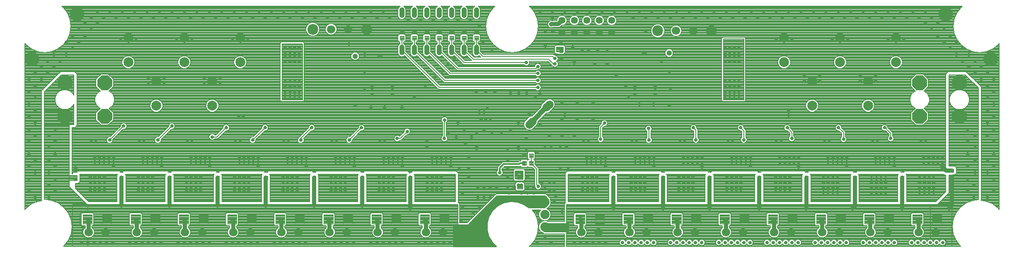
<source format=gbl>
G75*
G70*
%OFA0B0*%
%FSLAX24Y24*%
%IPPOS*%
%LPD*%
%AMOC8*
5,1,8,0,0,1.08239X$1,22.5*
%
%ADD10C,0.0039*%
%ADD11C,0.0669*%
%ADD12C,0.0866*%
%ADD13C,0.0041*%
%ADD14C,0.0560*%
%ADD15C,0.0041*%
%ADD16OC8,0.0414*%
%ADD17OC8,0.1181*%
%ADD18C,0.0740*%
%ADD19C,0.0787*%
%ADD20C,0.0414*%
%ADD21C,0.0278*%
%ADD22C,0.0400*%
%ADD23C,0.0640*%
%ADD24C,0.0120*%
%ADD25C,0.0080*%
%ADD26C,0.0320*%
%ADD27C,0.1181*%
%ADD28C,0.0240*%
%ADD29C,0.0160*%
D10*
X007854Y005639D02*
X008602Y005639D01*
X008602Y004891D01*
X007854Y004891D01*
X007854Y005639D01*
X007854Y004929D02*
X008602Y004929D01*
X008602Y004967D02*
X007854Y004967D01*
X007854Y005005D02*
X008602Y005005D01*
X008602Y005043D02*
X007854Y005043D01*
X007854Y005081D02*
X008602Y005081D01*
X008602Y005119D02*
X007854Y005119D01*
X007854Y005157D02*
X008602Y005157D01*
X008602Y005195D02*
X007854Y005195D01*
X007854Y005233D02*
X008602Y005233D01*
X008602Y005271D02*
X007854Y005271D01*
X007854Y005309D02*
X008602Y005309D01*
X008602Y005347D02*
X007854Y005347D01*
X007854Y005385D02*
X008602Y005385D01*
X008602Y005423D02*
X007854Y005423D01*
X007854Y005461D02*
X008602Y005461D01*
X008602Y005499D02*
X007854Y005499D01*
X007854Y005537D02*
X008602Y005537D01*
X008602Y005575D02*
X007854Y005575D01*
X007854Y005613D02*
X008602Y005613D01*
X009428Y004891D02*
X010176Y004891D01*
X009428Y004891D02*
X009428Y005639D01*
X010176Y005639D01*
X010176Y004891D01*
X010176Y004929D02*
X009428Y004929D01*
X009428Y004967D02*
X010176Y004967D01*
X010176Y005005D02*
X009428Y005005D01*
X009428Y005043D02*
X010176Y005043D01*
X010176Y005081D02*
X009428Y005081D01*
X009428Y005119D02*
X010176Y005119D01*
X010176Y005157D02*
X009428Y005157D01*
X009428Y005195D02*
X010176Y005195D01*
X010176Y005233D02*
X009428Y005233D01*
X009428Y005271D02*
X010176Y005271D01*
X010176Y005309D02*
X009428Y005309D01*
X009428Y005347D02*
X010176Y005347D01*
X010176Y005385D02*
X009428Y005385D01*
X009428Y005423D02*
X010176Y005423D01*
X010176Y005461D02*
X009428Y005461D01*
X009428Y005499D02*
X010176Y005499D01*
X010176Y005537D02*
X009428Y005537D01*
X009428Y005575D02*
X010176Y005575D01*
X010176Y005613D02*
X009428Y005613D01*
X011729Y005639D02*
X012477Y005639D01*
X012477Y004891D01*
X011729Y004891D01*
X011729Y005639D01*
X011729Y004929D02*
X012477Y004929D01*
X012477Y004967D02*
X011729Y004967D01*
X011729Y005005D02*
X012477Y005005D01*
X012477Y005043D02*
X011729Y005043D01*
X011729Y005081D02*
X012477Y005081D01*
X012477Y005119D02*
X011729Y005119D01*
X011729Y005157D02*
X012477Y005157D01*
X012477Y005195D02*
X011729Y005195D01*
X011729Y005233D02*
X012477Y005233D01*
X012477Y005271D02*
X011729Y005271D01*
X011729Y005309D02*
X012477Y005309D01*
X012477Y005347D02*
X011729Y005347D01*
X011729Y005385D02*
X012477Y005385D01*
X012477Y005423D02*
X011729Y005423D01*
X011729Y005461D02*
X012477Y005461D01*
X012477Y005499D02*
X011729Y005499D01*
X011729Y005537D02*
X012477Y005537D01*
X012477Y005575D02*
X011729Y005575D01*
X011729Y005613D02*
X012477Y005613D01*
X013303Y004891D02*
X014051Y004891D01*
X013303Y004891D02*
X013303Y005639D01*
X014051Y005639D01*
X014051Y004891D01*
X014051Y004929D02*
X013303Y004929D01*
X013303Y004967D02*
X014051Y004967D01*
X014051Y005005D02*
X013303Y005005D01*
X013303Y005043D02*
X014051Y005043D01*
X014051Y005081D02*
X013303Y005081D01*
X013303Y005119D02*
X014051Y005119D01*
X014051Y005157D02*
X013303Y005157D01*
X013303Y005195D02*
X014051Y005195D01*
X014051Y005233D02*
X013303Y005233D01*
X013303Y005271D02*
X014051Y005271D01*
X014051Y005309D02*
X013303Y005309D01*
X013303Y005347D02*
X014051Y005347D01*
X014051Y005385D02*
X013303Y005385D01*
X013303Y005423D02*
X014051Y005423D01*
X014051Y005461D02*
X013303Y005461D01*
X013303Y005499D02*
X014051Y005499D01*
X014051Y005537D02*
X013303Y005537D01*
X013303Y005575D02*
X014051Y005575D01*
X014051Y005613D02*
X013303Y005613D01*
X015604Y005639D02*
X016352Y005639D01*
X016352Y004891D01*
X015604Y004891D01*
X015604Y005639D01*
X015604Y004929D02*
X016352Y004929D01*
X016352Y004967D02*
X015604Y004967D01*
X015604Y005005D02*
X016352Y005005D01*
X016352Y005043D02*
X015604Y005043D01*
X015604Y005081D02*
X016352Y005081D01*
X016352Y005119D02*
X015604Y005119D01*
X015604Y005157D02*
X016352Y005157D01*
X016352Y005195D02*
X015604Y005195D01*
X015604Y005233D02*
X016352Y005233D01*
X016352Y005271D02*
X015604Y005271D01*
X015604Y005309D02*
X016352Y005309D01*
X016352Y005347D02*
X015604Y005347D01*
X015604Y005385D02*
X016352Y005385D01*
X016352Y005423D02*
X015604Y005423D01*
X015604Y005461D02*
X016352Y005461D01*
X016352Y005499D02*
X015604Y005499D01*
X015604Y005537D02*
X016352Y005537D01*
X016352Y005575D02*
X015604Y005575D01*
X015604Y005613D02*
X016352Y005613D01*
X017178Y004891D02*
X017926Y004891D01*
X017178Y004891D02*
X017178Y005639D01*
X017926Y005639D01*
X017926Y004891D01*
X017926Y004929D02*
X017178Y004929D01*
X017178Y004967D02*
X017926Y004967D01*
X017926Y005005D02*
X017178Y005005D01*
X017178Y005043D02*
X017926Y005043D01*
X017926Y005081D02*
X017178Y005081D01*
X017178Y005119D02*
X017926Y005119D01*
X017926Y005157D02*
X017178Y005157D01*
X017178Y005195D02*
X017926Y005195D01*
X017926Y005233D02*
X017178Y005233D01*
X017178Y005271D02*
X017926Y005271D01*
X017926Y005309D02*
X017178Y005309D01*
X017178Y005347D02*
X017926Y005347D01*
X017926Y005385D02*
X017178Y005385D01*
X017178Y005423D02*
X017926Y005423D01*
X017926Y005461D02*
X017178Y005461D01*
X017178Y005499D02*
X017926Y005499D01*
X017926Y005537D02*
X017178Y005537D01*
X017178Y005575D02*
X017926Y005575D01*
X017926Y005613D02*
X017178Y005613D01*
X019479Y005639D02*
X020227Y005639D01*
X020227Y004891D01*
X019479Y004891D01*
X019479Y005639D01*
X019479Y004929D02*
X020227Y004929D01*
X020227Y004967D02*
X019479Y004967D01*
X019479Y005005D02*
X020227Y005005D01*
X020227Y005043D02*
X019479Y005043D01*
X019479Y005081D02*
X020227Y005081D01*
X020227Y005119D02*
X019479Y005119D01*
X019479Y005157D02*
X020227Y005157D01*
X020227Y005195D02*
X019479Y005195D01*
X019479Y005233D02*
X020227Y005233D01*
X020227Y005271D02*
X019479Y005271D01*
X019479Y005309D02*
X020227Y005309D01*
X020227Y005347D02*
X019479Y005347D01*
X019479Y005385D02*
X020227Y005385D01*
X020227Y005423D02*
X019479Y005423D01*
X019479Y005461D02*
X020227Y005461D01*
X020227Y005499D02*
X019479Y005499D01*
X019479Y005537D02*
X020227Y005537D01*
X020227Y005575D02*
X019479Y005575D01*
X019479Y005613D02*
X020227Y005613D01*
X021053Y004891D02*
X021801Y004891D01*
X021053Y004891D02*
X021053Y005639D01*
X021801Y005639D01*
X021801Y004891D01*
X021801Y004929D02*
X021053Y004929D01*
X021053Y004967D02*
X021801Y004967D01*
X021801Y005005D02*
X021053Y005005D01*
X021053Y005043D02*
X021801Y005043D01*
X021801Y005081D02*
X021053Y005081D01*
X021053Y005119D02*
X021801Y005119D01*
X021801Y005157D02*
X021053Y005157D01*
X021053Y005195D02*
X021801Y005195D01*
X021801Y005233D02*
X021053Y005233D01*
X021053Y005271D02*
X021801Y005271D01*
X021801Y005309D02*
X021053Y005309D01*
X021053Y005347D02*
X021801Y005347D01*
X021801Y005385D02*
X021053Y005385D01*
X021053Y005423D02*
X021801Y005423D01*
X021801Y005461D02*
X021053Y005461D01*
X021053Y005499D02*
X021801Y005499D01*
X021801Y005537D02*
X021053Y005537D01*
X021053Y005575D02*
X021801Y005575D01*
X021801Y005613D02*
X021053Y005613D01*
X023354Y005639D02*
X024102Y005639D01*
X024102Y004891D01*
X023354Y004891D01*
X023354Y005639D01*
X023354Y004929D02*
X024102Y004929D01*
X024102Y004967D02*
X023354Y004967D01*
X023354Y005005D02*
X024102Y005005D01*
X024102Y005043D02*
X023354Y005043D01*
X023354Y005081D02*
X024102Y005081D01*
X024102Y005119D02*
X023354Y005119D01*
X023354Y005157D02*
X024102Y005157D01*
X024102Y005195D02*
X023354Y005195D01*
X023354Y005233D02*
X024102Y005233D01*
X024102Y005271D02*
X023354Y005271D01*
X023354Y005309D02*
X024102Y005309D01*
X024102Y005347D02*
X023354Y005347D01*
X023354Y005385D02*
X024102Y005385D01*
X024102Y005423D02*
X023354Y005423D01*
X023354Y005461D02*
X024102Y005461D01*
X024102Y005499D02*
X023354Y005499D01*
X023354Y005537D02*
X024102Y005537D01*
X024102Y005575D02*
X023354Y005575D01*
X023354Y005613D02*
X024102Y005613D01*
X024928Y004891D02*
X025676Y004891D01*
X024928Y004891D02*
X024928Y005639D01*
X025676Y005639D01*
X025676Y004891D01*
X025676Y004929D02*
X024928Y004929D01*
X024928Y004967D02*
X025676Y004967D01*
X025676Y005005D02*
X024928Y005005D01*
X024928Y005043D02*
X025676Y005043D01*
X025676Y005081D02*
X024928Y005081D01*
X024928Y005119D02*
X025676Y005119D01*
X025676Y005157D02*
X024928Y005157D01*
X024928Y005195D02*
X025676Y005195D01*
X025676Y005233D02*
X024928Y005233D01*
X024928Y005271D02*
X025676Y005271D01*
X025676Y005309D02*
X024928Y005309D01*
X024928Y005347D02*
X025676Y005347D01*
X025676Y005385D02*
X024928Y005385D01*
X024928Y005423D02*
X025676Y005423D01*
X025676Y005461D02*
X024928Y005461D01*
X024928Y005499D02*
X025676Y005499D01*
X025676Y005537D02*
X024928Y005537D01*
X024928Y005575D02*
X025676Y005575D01*
X025676Y005613D02*
X024928Y005613D01*
X027229Y005639D02*
X027977Y005639D01*
X027977Y004891D01*
X027229Y004891D01*
X027229Y005639D01*
X027229Y004929D02*
X027977Y004929D01*
X027977Y004967D02*
X027229Y004967D01*
X027229Y005005D02*
X027977Y005005D01*
X027977Y005043D02*
X027229Y005043D01*
X027229Y005081D02*
X027977Y005081D01*
X027977Y005119D02*
X027229Y005119D01*
X027229Y005157D02*
X027977Y005157D01*
X027977Y005195D02*
X027229Y005195D01*
X027229Y005233D02*
X027977Y005233D01*
X027977Y005271D02*
X027229Y005271D01*
X027229Y005309D02*
X027977Y005309D01*
X027977Y005347D02*
X027229Y005347D01*
X027229Y005385D02*
X027977Y005385D01*
X027977Y005423D02*
X027229Y005423D01*
X027229Y005461D02*
X027977Y005461D01*
X027977Y005499D02*
X027229Y005499D01*
X027229Y005537D02*
X027977Y005537D01*
X027977Y005575D02*
X027229Y005575D01*
X027229Y005613D02*
X027977Y005613D01*
X028803Y004891D02*
X029551Y004891D01*
X028803Y004891D02*
X028803Y005639D01*
X029551Y005639D01*
X029551Y004891D01*
X029551Y004929D02*
X028803Y004929D01*
X028803Y004967D02*
X029551Y004967D01*
X029551Y005005D02*
X028803Y005005D01*
X028803Y005043D02*
X029551Y005043D01*
X029551Y005081D02*
X028803Y005081D01*
X028803Y005119D02*
X029551Y005119D01*
X029551Y005157D02*
X028803Y005157D01*
X028803Y005195D02*
X029551Y005195D01*
X029551Y005233D02*
X028803Y005233D01*
X028803Y005271D02*
X029551Y005271D01*
X029551Y005309D02*
X028803Y005309D01*
X028803Y005347D02*
X029551Y005347D01*
X029551Y005385D02*
X028803Y005385D01*
X028803Y005423D02*
X029551Y005423D01*
X029551Y005461D02*
X028803Y005461D01*
X028803Y005499D02*
X029551Y005499D01*
X029551Y005537D02*
X028803Y005537D01*
X028803Y005575D02*
X029551Y005575D01*
X029551Y005613D02*
X028803Y005613D01*
X031104Y005639D02*
X031852Y005639D01*
X031852Y004891D01*
X031104Y004891D01*
X031104Y005639D01*
X031104Y004929D02*
X031852Y004929D01*
X031852Y004967D02*
X031104Y004967D01*
X031104Y005005D02*
X031852Y005005D01*
X031852Y005043D02*
X031104Y005043D01*
X031104Y005081D02*
X031852Y005081D01*
X031852Y005119D02*
X031104Y005119D01*
X031104Y005157D02*
X031852Y005157D01*
X031852Y005195D02*
X031104Y005195D01*
X031104Y005233D02*
X031852Y005233D01*
X031852Y005271D02*
X031104Y005271D01*
X031104Y005309D02*
X031852Y005309D01*
X031852Y005347D02*
X031104Y005347D01*
X031104Y005385D02*
X031852Y005385D01*
X031852Y005423D02*
X031104Y005423D01*
X031104Y005461D02*
X031852Y005461D01*
X031852Y005499D02*
X031104Y005499D01*
X031104Y005537D02*
X031852Y005537D01*
X031852Y005575D02*
X031104Y005575D01*
X031104Y005613D02*
X031852Y005613D01*
X032678Y004891D02*
X033426Y004891D01*
X032678Y004891D02*
X032678Y005639D01*
X033426Y005639D01*
X033426Y004891D01*
X033426Y004929D02*
X032678Y004929D01*
X032678Y004967D02*
X033426Y004967D01*
X033426Y005005D02*
X032678Y005005D01*
X032678Y005043D02*
X033426Y005043D01*
X033426Y005081D02*
X032678Y005081D01*
X032678Y005119D02*
X033426Y005119D01*
X033426Y005157D02*
X032678Y005157D01*
X032678Y005195D02*
X033426Y005195D01*
X033426Y005233D02*
X032678Y005233D01*
X032678Y005271D02*
X033426Y005271D01*
X033426Y005309D02*
X032678Y005309D01*
X032678Y005347D02*
X033426Y005347D01*
X033426Y005385D02*
X032678Y005385D01*
X032678Y005423D02*
X033426Y005423D01*
X033426Y005461D02*
X032678Y005461D01*
X032678Y005499D02*
X033426Y005499D01*
X033426Y005537D02*
X032678Y005537D01*
X032678Y005575D02*
X033426Y005575D01*
X033426Y005613D02*
X032678Y005613D01*
X034979Y005639D02*
X035727Y005639D01*
X035727Y004891D01*
X034979Y004891D01*
X034979Y005639D01*
X034979Y004929D02*
X035727Y004929D01*
X035727Y004967D02*
X034979Y004967D01*
X034979Y005005D02*
X035727Y005005D01*
X035727Y005043D02*
X034979Y005043D01*
X034979Y005081D02*
X035727Y005081D01*
X035727Y005119D02*
X034979Y005119D01*
X034979Y005157D02*
X035727Y005157D01*
X035727Y005195D02*
X034979Y005195D01*
X034979Y005233D02*
X035727Y005233D01*
X035727Y005271D02*
X034979Y005271D01*
X034979Y005309D02*
X035727Y005309D01*
X035727Y005347D02*
X034979Y005347D01*
X034979Y005385D02*
X035727Y005385D01*
X035727Y005423D02*
X034979Y005423D01*
X034979Y005461D02*
X035727Y005461D01*
X035727Y005499D02*
X034979Y005499D01*
X034979Y005537D02*
X035727Y005537D01*
X035727Y005575D02*
X034979Y005575D01*
X034979Y005613D02*
X035727Y005613D01*
X036553Y004891D02*
X037301Y004891D01*
X036553Y004891D02*
X036553Y005639D01*
X037301Y005639D01*
X037301Y004891D01*
X037301Y004929D02*
X036553Y004929D01*
X036553Y004967D02*
X037301Y004967D01*
X037301Y005005D02*
X036553Y005005D01*
X036553Y005043D02*
X037301Y005043D01*
X037301Y005081D02*
X036553Y005081D01*
X036553Y005119D02*
X037301Y005119D01*
X037301Y005157D02*
X036553Y005157D01*
X036553Y005195D02*
X037301Y005195D01*
X037301Y005233D02*
X036553Y005233D01*
X036553Y005271D02*
X037301Y005271D01*
X037301Y005309D02*
X036553Y005309D01*
X036553Y005347D02*
X037301Y005347D01*
X037301Y005385D02*
X036553Y005385D01*
X036553Y005423D02*
X037301Y005423D01*
X037301Y005461D02*
X036553Y005461D01*
X036553Y005499D02*
X037301Y005499D01*
X037301Y005537D02*
X036553Y005537D01*
X036553Y005575D02*
X037301Y005575D01*
X037301Y005613D02*
X036553Y005613D01*
X043242Y007693D02*
X043242Y008049D01*
X043242Y007693D02*
X042788Y007693D01*
X042788Y008049D01*
X043242Y008049D01*
X043242Y007731D02*
X042788Y007731D01*
X042788Y007769D02*
X043242Y007769D01*
X043242Y007807D02*
X042788Y007807D01*
X042788Y007845D02*
X043242Y007845D01*
X043242Y007883D02*
X042788Y007883D01*
X042788Y007921D02*
X043242Y007921D01*
X043242Y007959D02*
X042788Y007959D01*
X042788Y007997D02*
X043242Y007997D01*
X043242Y008035D02*
X042788Y008035D01*
X043242Y008481D02*
X043242Y008837D01*
X043242Y008481D02*
X042788Y008481D01*
X042788Y008837D01*
X043242Y008837D01*
X043242Y008519D02*
X042788Y008519D01*
X042788Y008557D02*
X043242Y008557D01*
X043242Y008595D02*
X042788Y008595D01*
X042788Y008633D02*
X043242Y008633D01*
X043242Y008671D02*
X042788Y008671D01*
X042788Y008709D02*
X043242Y008709D01*
X043242Y008747D02*
X042788Y008747D01*
X042788Y008785D02*
X043242Y008785D01*
X043242Y008823D02*
X042788Y008823D01*
X047481Y005644D02*
X048229Y005644D01*
X048229Y004896D01*
X047481Y004896D01*
X047481Y005644D01*
X047481Y004934D02*
X048229Y004934D01*
X048229Y004972D02*
X047481Y004972D01*
X047481Y005010D02*
X048229Y005010D01*
X048229Y005048D02*
X047481Y005048D01*
X047481Y005086D02*
X048229Y005086D01*
X048229Y005124D02*
X047481Y005124D01*
X047481Y005162D02*
X048229Y005162D01*
X048229Y005200D02*
X047481Y005200D01*
X047481Y005238D02*
X048229Y005238D01*
X048229Y005276D02*
X047481Y005276D01*
X047481Y005314D02*
X048229Y005314D01*
X048229Y005352D02*
X047481Y005352D01*
X047481Y005390D02*
X048229Y005390D01*
X048229Y005428D02*
X047481Y005428D01*
X047481Y005466D02*
X048229Y005466D01*
X048229Y005504D02*
X047481Y005504D01*
X047481Y005542D02*
X048229Y005542D01*
X048229Y005580D02*
X047481Y005580D01*
X047481Y005618D02*
X048229Y005618D01*
X049056Y004896D02*
X049804Y004896D01*
X049056Y004896D02*
X049056Y005644D01*
X049804Y005644D01*
X049804Y004896D01*
X049804Y004934D02*
X049056Y004934D01*
X049056Y004972D02*
X049804Y004972D01*
X049804Y005010D02*
X049056Y005010D01*
X049056Y005048D02*
X049804Y005048D01*
X049804Y005086D02*
X049056Y005086D01*
X049056Y005124D02*
X049804Y005124D01*
X049804Y005162D02*
X049056Y005162D01*
X049056Y005200D02*
X049804Y005200D01*
X049804Y005238D02*
X049056Y005238D01*
X049056Y005276D02*
X049804Y005276D01*
X049804Y005314D02*
X049056Y005314D01*
X049056Y005352D02*
X049804Y005352D01*
X049804Y005390D02*
X049056Y005390D01*
X049056Y005428D02*
X049804Y005428D01*
X049804Y005466D02*
X049056Y005466D01*
X049056Y005504D02*
X049804Y005504D01*
X049804Y005542D02*
X049056Y005542D01*
X049056Y005580D02*
X049804Y005580D01*
X049804Y005618D02*
X049056Y005618D01*
X051359Y005639D02*
X052107Y005639D01*
X052107Y004891D01*
X051359Y004891D01*
X051359Y005639D01*
X051359Y004929D02*
X052107Y004929D01*
X052107Y004967D02*
X051359Y004967D01*
X051359Y005005D02*
X052107Y005005D01*
X052107Y005043D02*
X051359Y005043D01*
X051359Y005081D02*
X052107Y005081D01*
X052107Y005119D02*
X051359Y005119D01*
X051359Y005157D02*
X052107Y005157D01*
X052107Y005195D02*
X051359Y005195D01*
X051359Y005233D02*
X052107Y005233D01*
X052107Y005271D02*
X051359Y005271D01*
X051359Y005309D02*
X052107Y005309D01*
X052107Y005347D02*
X051359Y005347D01*
X051359Y005385D02*
X052107Y005385D01*
X052107Y005423D02*
X051359Y005423D01*
X051359Y005461D02*
X052107Y005461D01*
X052107Y005499D02*
X051359Y005499D01*
X051359Y005537D02*
X052107Y005537D01*
X052107Y005575D02*
X051359Y005575D01*
X051359Y005613D02*
X052107Y005613D01*
X052933Y004891D02*
X053681Y004891D01*
X052933Y004891D02*
X052933Y005639D01*
X053681Y005639D01*
X053681Y004891D01*
X053681Y004929D02*
X052933Y004929D01*
X052933Y004967D02*
X053681Y004967D01*
X053681Y005005D02*
X052933Y005005D01*
X052933Y005043D02*
X053681Y005043D01*
X053681Y005081D02*
X052933Y005081D01*
X052933Y005119D02*
X053681Y005119D01*
X053681Y005157D02*
X052933Y005157D01*
X052933Y005195D02*
X053681Y005195D01*
X053681Y005233D02*
X052933Y005233D01*
X052933Y005271D02*
X053681Y005271D01*
X053681Y005309D02*
X052933Y005309D01*
X052933Y005347D02*
X053681Y005347D01*
X053681Y005385D02*
X052933Y005385D01*
X052933Y005423D02*
X053681Y005423D01*
X053681Y005461D02*
X052933Y005461D01*
X052933Y005499D02*
X053681Y005499D01*
X053681Y005537D02*
X052933Y005537D01*
X052933Y005575D02*
X053681Y005575D01*
X053681Y005613D02*
X052933Y005613D01*
X055231Y005639D02*
X055979Y005639D01*
X055979Y004891D01*
X055231Y004891D01*
X055231Y005639D01*
X055231Y004929D02*
X055979Y004929D01*
X055979Y004967D02*
X055231Y004967D01*
X055231Y005005D02*
X055979Y005005D01*
X055979Y005043D02*
X055231Y005043D01*
X055231Y005081D02*
X055979Y005081D01*
X055979Y005119D02*
X055231Y005119D01*
X055231Y005157D02*
X055979Y005157D01*
X055979Y005195D02*
X055231Y005195D01*
X055231Y005233D02*
X055979Y005233D01*
X055979Y005271D02*
X055231Y005271D01*
X055231Y005309D02*
X055979Y005309D01*
X055979Y005347D02*
X055231Y005347D01*
X055231Y005385D02*
X055979Y005385D01*
X055979Y005423D02*
X055231Y005423D01*
X055231Y005461D02*
X055979Y005461D01*
X055979Y005499D02*
X055231Y005499D01*
X055231Y005537D02*
X055979Y005537D01*
X055979Y005575D02*
X055231Y005575D01*
X055231Y005613D02*
X055979Y005613D01*
X056806Y004891D02*
X057554Y004891D01*
X056806Y004891D02*
X056806Y005639D01*
X057554Y005639D01*
X057554Y004891D01*
X057554Y004929D02*
X056806Y004929D01*
X056806Y004967D02*
X057554Y004967D01*
X057554Y005005D02*
X056806Y005005D01*
X056806Y005043D02*
X057554Y005043D01*
X057554Y005081D02*
X056806Y005081D01*
X056806Y005119D02*
X057554Y005119D01*
X057554Y005157D02*
X056806Y005157D01*
X056806Y005195D02*
X057554Y005195D01*
X057554Y005233D02*
X056806Y005233D01*
X056806Y005271D02*
X057554Y005271D01*
X057554Y005309D02*
X056806Y005309D01*
X056806Y005347D02*
X057554Y005347D01*
X057554Y005385D02*
X056806Y005385D01*
X056806Y005423D02*
X057554Y005423D01*
X057554Y005461D02*
X056806Y005461D01*
X056806Y005499D02*
X057554Y005499D01*
X057554Y005537D02*
X056806Y005537D01*
X056806Y005575D02*
X057554Y005575D01*
X057554Y005613D02*
X056806Y005613D01*
X059104Y005639D02*
X059852Y005639D01*
X059852Y004891D01*
X059104Y004891D01*
X059104Y005639D01*
X059104Y004929D02*
X059852Y004929D01*
X059852Y004967D02*
X059104Y004967D01*
X059104Y005005D02*
X059852Y005005D01*
X059852Y005043D02*
X059104Y005043D01*
X059104Y005081D02*
X059852Y005081D01*
X059852Y005119D02*
X059104Y005119D01*
X059104Y005157D02*
X059852Y005157D01*
X059852Y005195D02*
X059104Y005195D01*
X059104Y005233D02*
X059852Y005233D01*
X059852Y005271D02*
X059104Y005271D01*
X059104Y005309D02*
X059852Y005309D01*
X059852Y005347D02*
X059104Y005347D01*
X059104Y005385D02*
X059852Y005385D01*
X059852Y005423D02*
X059104Y005423D01*
X059104Y005461D02*
X059852Y005461D01*
X059852Y005499D02*
X059104Y005499D01*
X059104Y005537D02*
X059852Y005537D01*
X059852Y005575D02*
X059104Y005575D01*
X059104Y005613D02*
X059852Y005613D01*
X060678Y004891D02*
X061426Y004891D01*
X060678Y004891D02*
X060678Y005639D01*
X061426Y005639D01*
X061426Y004891D01*
X061426Y004929D02*
X060678Y004929D01*
X060678Y004967D02*
X061426Y004967D01*
X061426Y005005D02*
X060678Y005005D01*
X060678Y005043D02*
X061426Y005043D01*
X061426Y005081D02*
X060678Y005081D01*
X060678Y005119D02*
X061426Y005119D01*
X061426Y005157D02*
X060678Y005157D01*
X060678Y005195D02*
X061426Y005195D01*
X061426Y005233D02*
X060678Y005233D01*
X060678Y005271D02*
X061426Y005271D01*
X061426Y005309D02*
X060678Y005309D01*
X060678Y005347D02*
X061426Y005347D01*
X061426Y005385D02*
X060678Y005385D01*
X060678Y005423D02*
X061426Y005423D01*
X061426Y005461D02*
X060678Y005461D01*
X060678Y005499D02*
X061426Y005499D01*
X061426Y005537D02*
X060678Y005537D01*
X060678Y005575D02*
X061426Y005575D01*
X061426Y005613D02*
X060678Y005613D01*
X062981Y005639D02*
X063729Y005639D01*
X063729Y004891D01*
X062981Y004891D01*
X062981Y005639D01*
X062981Y004929D02*
X063729Y004929D01*
X063729Y004967D02*
X062981Y004967D01*
X062981Y005005D02*
X063729Y005005D01*
X063729Y005043D02*
X062981Y005043D01*
X062981Y005081D02*
X063729Y005081D01*
X063729Y005119D02*
X062981Y005119D01*
X062981Y005157D02*
X063729Y005157D01*
X063729Y005195D02*
X062981Y005195D01*
X062981Y005233D02*
X063729Y005233D01*
X063729Y005271D02*
X062981Y005271D01*
X062981Y005309D02*
X063729Y005309D01*
X063729Y005347D02*
X062981Y005347D01*
X062981Y005385D02*
X063729Y005385D01*
X063729Y005423D02*
X062981Y005423D01*
X062981Y005461D02*
X063729Y005461D01*
X063729Y005499D02*
X062981Y005499D01*
X062981Y005537D02*
X063729Y005537D01*
X063729Y005575D02*
X062981Y005575D01*
X062981Y005613D02*
X063729Y005613D01*
X064556Y004891D02*
X065304Y004891D01*
X064556Y004891D02*
X064556Y005639D01*
X065304Y005639D01*
X065304Y004891D01*
X065304Y004929D02*
X064556Y004929D01*
X064556Y004967D02*
X065304Y004967D01*
X065304Y005005D02*
X064556Y005005D01*
X064556Y005043D02*
X065304Y005043D01*
X065304Y005081D02*
X064556Y005081D01*
X064556Y005119D02*
X065304Y005119D01*
X065304Y005157D02*
X064556Y005157D01*
X064556Y005195D02*
X065304Y005195D01*
X065304Y005233D02*
X064556Y005233D01*
X064556Y005271D02*
X065304Y005271D01*
X065304Y005309D02*
X064556Y005309D01*
X064556Y005347D02*
X065304Y005347D01*
X065304Y005385D02*
X064556Y005385D01*
X064556Y005423D02*
X065304Y005423D01*
X065304Y005461D02*
X064556Y005461D01*
X064556Y005499D02*
X065304Y005499D01*
X065304Y005537D02*
X064556Y005537D01*
X064556Y005575D02*
X065304Y005575D01*
X065304Y005613D02*
X064556Y005613D01*
X066859Y005639D02*
X067607Y005639D01*
X067607Y004891D01*
X066859Y004891D01*
X066859Y005639D01*
X066859Y004929D02*
X067607Y004929D01*
X067607Y004967D02*
X066859Y004967D01*
X066859Y005005D02*
X067607Y005005D01*
X067607Y005043D02*
X066859Y005043D01*
X066859Y005081D02*
X067607Y005081D01*
X067607Y005119D02*
X066859Y005119D01*
X066859Y005157D02*
X067607Y005157D01*
X067607Y005195D02*
X066859Y005195D01*
X066859Y005233D02*
X067607Y005233D01*
X067607Y005271D02*
X066859Y005271D01*
X066859Y005309D02*
X067607Y005309D01*
X067607Y005347D02*
X066859Y005347D01*
X066859Y005385D02*
X067607Y005385D01*
X067607Y005423D02*
X066859Y005423D01*
X066859Y005461D02*
X067607Y005461D01*
X067607Y005499D02*
X066859Y005499D01*
X066859Y005537D02*
X067607Y005537D01*
X067607Y005575D02*
X066859Y005575D01*
X066859Y005613D02*
X067607Y005613D01*
X068433Y004891D02*
X069181Y004891D01*
X068433Y004891D02*
X068433Y005639D01*
X069181Y005639D01*
X069181Y004891D01*
X069181Y004929D02*
X068433Y004929D01*
X068433Y004967D02*
X069181Y004967D01*
X069181Y005005D02*
X068433Y005005D01*
X068433Y005043D02*
X069181Y005043D01*
X069181Y005081D02*
X068433Y005081D01*
X068433Y005119D02*
X069181Y005119D01*
X069181Y005157D02*
X068433Y005157D01*
X068433Y005195D02*
X069181Y005195D01*
X069181Y005233D02*
X068433Y005233D01*
X068433Y005271D02*
X069181Y005271D01*
X069181Y005309D02*
X068433Y005309D01*
X068433Y005347D02*
X069181Y005347D01*
X069181Y005385D02*
X068433Y005385D01*
X068433Y005423D02*
X069181Y005423D01*
X069181Y005461D02*
X068433Y005461D01*
X068433Y005499D02*
X069181Y005499D01*
X069181Y005537D02*
X068433Y005537D01*
X068433Y005575D02*
X069181Y005575D01*
X069181Y005613D02*
X068433Y005613D01*
X070731Y005639D02*
X071479Y005639D01*
X071479Y004891D01*
X070731Y004891D01*
X070731Y005639D01*
X070731Y004929D02*
X071479Y004929D01*
X071479Y004967D02*
X070731Y004967D01*
X070731Y005005D02*
X071479Y005005D01*
X071479Y005043D02*
X070731Y005043D01*
X070731Y005081D02*
X071479Y005081D01*
X071479Y005119D02*
X070731Y005119D01*
X070731Y005157D02*
X071479Y005157D01*
X071479Y005195D02*
X070731Y005195D01*
X070731Y005233D02*
X071479Y005233D01*
X071479Y005271D02*
X070731Y005271D01*
X070731Y005309D02*
X071479Y005309D01*
X071479Y005347D02*
X070731Y005347D01*
X070731Y005385D02*
X071479Y005385D01*
X071479Y005423D02*
X070731Y005423D01*
X070731Y005461D02*
X071479Y005461D01*
X071479Y005499D02*
X070731Y005499D01*
X070731Y005537D02*
X071479Y005537D01*
X071479Y005575D02*
X070731Y005575D01*
X070731Y005613D02*
X071479Y005613D01*
X072306Y004891D02*
X073054Y004891D01*
X072306Y004891D02*
X072306Y005639D01*
X073054Y005639D01*
X073054Y004891D01*
X073054Y004929D02*
X072306Y004929D01*
X072306Y004967D02*
X073054Y004967D01*
X073054Y005005D02*
X072306Y005005D01*
X072306Y005043D02*
X073054Y005043D01*
X073054Y005081D02*
X072306Y005081D01*
X072306Y005119D02*
X073054Y005119D01*
X073054Y005157D02*
X072306Y005157D01*
X072306Y005195D02*
X073054Y005195D01*
X073054Y005233D02*
X072306Y005233D01*
X072306Y005271D02*
X073054Y005271D01*
X073054Y005309D02*
X072306Y005309D01*
X072306Y005347D02*
X073054Y005347D01*
X073054Y005385D02*
X072306Y005385D01*
X072306Y005423D02*
X073054Y005423D01*
X073054Y005461D02*
X072306Y005461D01*
X072306Y005499D02*
X073054Y005499D01*
X073054Y005537D02*
X072306Y005537D01*
X072306Y005575D02*
X073054Y005575D01*
X073054Y005613D02*
X072306Y005613D01*
X074604Y005639D02*
X075352Y005639D01*
X075352Y004891D01*
X074604Y004891D01*
X074604Y005639D01*
X074604Y004929D02*
X075352Y004929D01*
X075352Y004967D02*
X074604Y004967D01*
X074604Y005005D02*
X075352Y005005D01*
X075352Y005043D02*
X074604Y005043D01*
X074604Y005081D02*
X075352Y005081D01*
X075352Y005119D02*
X074604Y005119D01*
X074604Y005157D02*
X075352Y005157D01*
X075352Y005195D02*
X074604Y005195D01*
X074604Y005233D02*
X075352Y005233D01*
X075352Y005271D02*
X074604Y005271D01*
X074604Y005309D02*
X075352Y005309D01*
X075352Y005347D02*
X074604Y005347D01*
X074604Y005385D02*
X075352Y005385D01*
X075352Y005423D02*
X074604Y005423D01*
X074604Y005461D02*
X075352Y005461D01*
X075352Y005499D02*
X074604Y005499D01*
X074604Y005537D02*
X075352Y005537D01*
X075352Y005575D02*
X074604Y005575D01*
X074604Y005613D02*
X075352Y005613D01*
X076178Y004891D02*
X076926Y004891D01*
X076178Y004891D02*
X076178Y005639D01*
X076926Y005639D01*
X076926Y004891D01*
X076926Y004929D02*
X076178Y004929D01*
X076178Y004967D02*
X076926Y004967D01*
X076926Y005005D02*
X076178Y005005D01*
X076178Y005043D02*
X076926Y005043D01*
X076926Y005081D02*
X076178Y005081D01*
X076178Y005119D02*
X076926Y005119D01*
X076926Y005157D02*
X076178Y005157D01*
X076178Y005195D02*
X076926Y005195D01*
X076926Y005233D02*
X076178Y005233D01*
X076178Y005271D02*
X076926Y005271D01*
X076926Y005309D02*
X076178Y005309D01*
X076178Y005347D02*
X076926Y005347D01*
X076926Y005385D02*
X076178Y005385D01*
X076178Y005423D02*
X076926Y005423D01*
X076926Y005461D02*
X076178Y005461D01*
X076178Y005499D02*
X076926Y005499D01*
X076926Y005537D02*
X076178Y005537D01*
X076178Y005575D02*
X076926Y005575D01*
X076926Y005613D02*
X076178Y005613D01*
D11*
X076456Y004226D03*
X075079Y004226D03*
X072581Y004226D03*
X071204Y004226D03*
X068706Y004226D03*
X067329Y004226D03*
X064831Y004226D03*
X063454Y004226D03*
X060956Y004226D03*
X059579Y004226D03*
X057081Y004226D03*
X055704Y004226D03*
X053206Y004226D03*
X051829Y004226D03*
X049331Y004226D03*
X047954Y004226D03*
X036829Y004226D03*
X035451Y004226D03*
X032954Y004226D03*
X031576Y004226D03*
X029079Y004226D03*
X027701Y004226D03*
X025204Y004226D03*
X023826Y004226D03*
X021329Y004226D03*
X019951Y004226D03*
X017454Y004226D03*
X016076Y004226D03*
X013579Y004226D03*
X012201Y004226D03*
X009704Y004226D03*
X008326Y004226D03*
X027826Y020554D03*
X029204Y020554D03*
X055576Y020429D03*
X056954Y020429D03*
D12*
X058430Y020429D03*
X054100Y020429D03*
X030680Y020554D03*
X026350Y020554D03*
D13*
X033682Y020592D02*
X033682Y020258D01*
X033348Y020258D01*
X033348Y020592D01*
X033682Y020592D01*
X033682Y020298D02*
X033348Y020298D01*
X033348Y020338D02*
X033682Y020338D01*
X033682Y020378D02*
X033348Y020378D01*
X033348Y020418D02*
X033682Y020418D01*
X033682Y020458D02*
X033348Y020458D01*
X033348Y020498D02*
X033682Y020498D01*
X033682Y020538D02*
X033348Y020538D01*
X033348Y020578D02*
X033682Y020578D01*
X034682Y020592D02*
X034682Y020258D01*
X034348Y020258D01*
X034348Y020592D01*
X034682Y020592D01*
X034682Y020298D02*
X034348Y020298D01*
X034348Y020338D02*
X034682Y020338D01*
X034682Y020378D02*
X034348Y020378D01*
X034348Y020418D02*
X034682Y020418D01*
X034682Y020458D02*
X034348Y020458D01*
X034348Y020498D02*
X034682Y020498D01*
X034682Y020538D02*
X034348Y020538D01*
X034348Y020578D02*
X034682Y020578D01*
X035682Y020592D02*
X035682Y020258D01*
X035348Y020258D01*
X035348Y020592D01*
X035682Y020592D01*
X035682Y020298D02*
X035348Y020298D01*
X035348Y020338D02*
X035682Y020338D01*
X035682Y020378D02*
X035348Y020378D01*
X035348Y020418D02*
X035682Y020418D01*
X035682Y020458D02*
X035348Y020458D01*
X035348Y020498D02*
X035682Y020498D01*
X035682Y020538D02*
X035348Y020538D01*
X035348Y020578D02*
X035682Y020578D01*
X036682Y020592D02*
X036682Y020258D01*
X036348Y020258D01*
X036348Y020592D01*
X036682Y020592D01*
X036682Y020298D02*
X036348Y020298D01*
X036348Y020338D02*
X036682Y020338D01*
X036682Y020378D02*
X036348Y020378D01*
X036348Y020418D02*
X036682Y020418D01*
X036682Y020458D02*
X036348Y020458D01*
X036348Y020498D02*
X036682Y020498D01*
X036682Y020538D02*
X036348Y020538D01*
X036348Y020578D02*
X036682Y020578D01*
X037682Y020592D02*
X037682Y020258D01*
X037348Y020258D01*
X037348Y020592D01*
X037682Y020592D01*
X037682Y020298D02*
X037348Y020298D01*
X037348Y020338D02*
X037682Y020338D01*
X037682Y020378D02*
X037348Y020378D01*
X037348Y020418D02*
X037682Y020418D01*
X037682Y020458D02*
X037348Y020458D01*
X037348Y020498D02*
X037682Y020498D01*
X037682Y020538D02*
X037348Y020538D01*
X037348Y020578D02*
X037682Y020578D01*
X038682Y020592D02*
X038682Y020258D01*
X038348Y020258D01*
X038348Y020592D01*
X038682Y020592D01*
X038682Y020298D02*
X038348Y020298D01*
X038348Y020338D02*
X038682Y020338D01*
X038682Y020378D02*
X038348Y020378D01*
X038348Y020418D02*
X038682Y020418D01*
X038682Y020458D02*
X038348Y020458D01*
X038348Y020498D02*
X038682Y020498D01*
X038682Y020538D02*
X038348Y020538D01*
X038348Y020578D02*
X038682Y020578D01*
X039682Y020592D02*
X039682Y020258D01*
X039348Y020258D01*
X039348Y020592D01*
X039682Y020592D01*
X039682Y020298D02*
X039348Y020298D01*
X039348Y020338D02*
X039682Y020338D01*
X039682Y020378D02*
X039348Y020378D01*
X039348Y020418D02*
X039682Y020418D01*
X039682Y020458D02*
X039348Y020458D01*
X039348Y020498D02*
X039682Y020498D01*
X039682Y020538D02*
X039348Y020538D01*
X039348Y020578D02*
X039682Y020578D01*
X039682Y020022D02*
X039682Y019688D01*
X039348Y019688D01*
X039348Y020022D01*
X039682Y020022D01*
X039682Y019728D02*
X039348Y019728D01*
X039348Y019768D02*
X039682Y019768D01*
X039682Y019808D02*
X039348Y019808D01*
X039348Y019848D02*
X039682Y019848D01*
X039682Y019888D02*
X039348Y019888D01*
X039348Y019928D02*
X039682Y019928D01*
X039682Y019968D02*
X039348Y019968D01*
X039348Y020008D02*
X039682Y020008D01*
X038682Y020022D02*
X038682Y019688D01*
X038348Y019688D01*
X038348Y020022D01*
X038682Y020022D01*
X038682Y019728D02*
X038348Y019728D01*
X038348Y019768D02*
X038682Y019768D01*
X038682Y019808D02*
X038348Y019808D01*
X038348Y019848D02*
X038682Y019848D01*
X038682Y019888D02*
X038348Y019888D01*
X038348Y019928D02*
X038682Y019928D01*
X038682Y019968D02*
X038348Y019968D01*
X038348Y020008D02*
X038682Y020008D01*
X037682Y020022D02*
X037682Y019688D01*
X037348Y019688D01*
X037348Y020022D01*
X037682Y020022D01*
X037682Y019728D02*
X037348Y019728D01*
X037348Y019768D02*
X037682Y019768D01*
X037682Y019808D02*
X037348Y019808D01*
X037348Y019848D02*
X037682Y019848D01*
X037682Y019888D02*
X037348Y019888D01*
X037348Y019928D02*
X037682Y019928D01*
X037682Y019968D02*
X037348Y019968D01*
X037348Y020008D02*
X037682Y020008D01*
X036682Y020022D02*
X036682Y019688D01*
X036348Y019688D01*
X036348Y020022D01*
X036682Y020022D01*
X036682Y019728D02*
X036348Y019728D01*
X036348Y019768D02*
X036682Y019768D01*
X036682Y019808D02*
X036348Y019808D01*
X036348Y019848D02*
X036682Y019848D01*
X036682Y019888D02*
X036348Y019888D01*
X036348Y019928D02*
X036682Y019928D01*
X036682Y019968D02*
X036348Y019968D01*
X036348Y020008D02*
X036682Y020008D01*
X035682Y020022D02*
X035682Y019688D01*
X035348Y019688D01*
X035348Y020022D01*
X035682Y020022D01*
X035682Y019728D02*
X035348Y019728D01*
X035348Y019768D02*
X035682Y019768D01*
X035682Y019808D02*
X035348Y019808D01*
X035348Y019848D02*
X035682Y019848D01*
X035682Y019888D02*
X035348Y019888D01*
X035348Y019928D02*
X035682Y019928D01*
X035682Y019968D02*
X035348Y019968D01*
X035348Y020008D02*
X035682Y020008D01*
X034682Y020022D02*
X034682Y019688D01*
X034348Y019688D01*
X034348Y020022D01*
X034682Y020022D01*
X034682Y019728D02*
X034348Y019728D01*
X034348Y019768D02*
X034682Y019768D01*
X034682Y019808D02*
X034348Y019808D01*
X034348Y019848D02*
X034682Y019848D01*
X034682Y019888D02*
X034348Y019888D01*
X034348Y019928D02*
X034682Y019928D01*
X034682Y019968D02*
X034348Y019968D01*
X034348Y020008D02*
X034682Y020008D01*
X033682Y020022D02*
X033682Y019688D01*
X033348Y019688D01*
X033348Y020022D01*
X033682Y020022D01*
X033682Y019728D02*
X033348Y019728D01*
X033348Y019768D02*
X033682Y019768D01*
X033682Y019808D02*
X033348Y019808D01*
X033348Y019848D02*
X033682Y019848D01*
X033682Y019888D02*
X033348Y019888D01*
X033348Y019928D02*
X033682Y019928D01*
X033682Y019968D02*
X033348Y019968D01*
X033348Y020008D02*
X033682Y020008D01*
X043188Y010223D02*
X043522Y010223D01*
X043188Y010223D02*
X043188Y010557D01*
X043522Y010557D01*
X043522Y010223D01*
X043522Y010263D02*
X043188Y010263D01*
X043188Y010303D02*
X043522Y010303D01*
X043522Y010343D02*
X043188Y010343D01*
X043188Y010383D02*
X043522Y010383D01*
X043522Y010423D02*
X043188Y010423D01*
X043188Y010463D02*
X043522Y010463D01*
X043522Y010503D02*
X043188Y010503D01*
X043188Y010543D02*
X043522Y010543D01*
X043758Y010223D02*
X044092Y010223D01*
X043758Y010223D02*
X043758Y010557D01*
X044092Y010557D01*
X044092Y010223D01*
X044092Y010263D02*
X043758Y010263D01*
X043758Y010303D02*
X044092Y010303D01*
X044092Y010343D02*
X043758Y010343D01*
X043758Y010383D02*
X044092Y010383D01*
X044092Y010423D02*
X043758Y010423D01*
X043758Y010463D02*
X044092Y010463D01*
X044092Y010503D02*
X043758Y010503D01*
X043758Y010543D02*
X044092Y010543D01*
X044092Y009598D02*
X043758Y009598D01*
X043758Y009932D01*
X044092Y009932D01*
X044092Y009598D01*
X044092Y009638D02*
X043758Y009638D01*
X043758Y009678D02*
X044092Y009678D01*
X044092Y009718D02*
X043758Y009718D01*
X043758Y009758D02*
X044092Y009758D01*
X044092Y009798D02*
X043758Y009798D01*
X043758Y009838D02*
X044092Y009838D01*
X044092Y009878D02*
X043758Y009878D01*
X043758Y009918D02*
X044092Y009918D01*
X043522Y009598D02*
X043188Y009598D01*
X043188Y009932D01*
X043522Y009932D01*
X043522Y009598D01*
X043522Y009638D02*
X043188Y009638D01*
X043188Y009678D02*
X043522Y009678D01*
X043522Y009718D02*
X043188Y009718D01*
X043188Y009758D02*
X043522Y009758D01*
X043522Y009798D02*
X043188Y009798D01*
X043188Y009838D02*
X043522Y009838D01*
X043522Y009878D02*
X043188Y009878D01*
X043188Y009918D02*
X043522Y009918D01*
D14*
X046390Y020265D03*
X047390Y020265D03*
X048390Y020265D03*
X049390Y020265D03*
X050390Y020265D03*
X050390Y021265D03*
X049390Y021265D03*
X048390Y021265D03*
X047390Y021265D03*
X046390Y021265D03*
D15*
X045509Y021114D02*
X045509Y020840D01*
X045509Y021114D02*
X045783Y021114D01*
X045783Y020840D01*
X045509Y020840D01*
X045509Y020880D02*
X045783Y020880D01*
X045783Y020920D02*
X045509Y020920D01*
X045509Y020960D02*
X045783Y020960D01*
X045783Y021000D02*
X045509Y021000D01*
X045509Y021040D02*
X045783Y021040D01*
X045783Y021080D02*
X045509Y021080D01*
X045509Y020523D02*
X045509Y020249D01*
X045509Y020523D02*
X045783Y020523D01*
X045783Y020249D01*
X045509Y020249D01*
X045509Y020289D02*
X045783Y020289D01*
X045783Y020329D02*
X045509Y020329D01*
X045509Y020369D02*
X045783Y020369D01*
X045783Y020409D02*
X045509Y020409D01*
X045509Y020449D02*
X045783Y020449D01*
X045783Y020489D02*
X045509Y020489D01*
X046188Y018950D02*
X046188Y018676D01*
X046188Y018950D02*
X046462Y018950D01*
X046462Y018676D01*
X046188Y018676D01*
X046188Y018716D02*
X046462Y018716D01*
X046462Y018756D02*
X046188Y018756D01*
X046188Y018796D02*
X046462Y018796D01*
X046462Y018836D02*
X046188Y018836D01*
X046188Y018876D02*
X046462Y018876D01*
X046462Y018916D02*
X046188Y018916D01*
X046188Y018359D02*
X046188Y018085D01*
X046188Y018359D02*
X046462Y018359D01*
X046462Y018085D01*
X046188Y018085D01*
X046188Y018125D02*
X046462Y018125D01*
X046462Y018165D02*
X046188Y018165D01*
X046188Y018205D02*
X046462Y018205D01*
X046462Y018245D02*
X046188Y018245D01*
X046188Y018285D02*
X046462Y018285D01*
X046462Y018325D02*
X046188Y018325D01*
X050652Y009322D02*
X050652Y009048D01*
X050378Y009048D01*
X050378Y009322D01*
X050652Y009322D01*
X050652Y009088D02*
X050378Y009088D01*
X050378Y009128D02*
X050652Y009128D01*
X050652Y009168D02*
X050378Y009168D01*
X050378Y009208D02*
X050652Y009208D01*
X050652Y009248D02*
X050378Y009248D01*
X050378Y009288D02*
X050652Y009288D01*
X050652Y008732D02*
X050652Y008458D01*
X050378Y008458D01*
X050378Y008732D01*
X050652Y008732D01*
X050652Y008498D02*
X050378Y008498D01*
X050378Y008538D02*
X050652Y008538D01*
X050652Y008578D02*
X050378Y008578D01*
X050378Y008618D02*
X050652Y008618D01*
X050652Y008658D02*
X050378Y008658D01*
X050378Y008698D02*
X050652Y008698D01*
X054652Y008732D02*
X054652Y008458D01*
X054378Y008458D01*
X054378Y008732D01*
X054652Y008732D01*
X054652Y008498D02*
X054378Y008498D01*
X054378Y008538D02*
X054652Y008538D01*
X054652Y008578D02*
X054378Y008578D01*
X054378Y008618D02*
X054652Y008618D01*
X054652Y008658D02*
X054378Y008658D01*
X054378Y008698D02*
X054652Y008698D01*
X054652Y009048D02*
X054652Y009322D01*
X054652Y009048D02*
X054378Y009048D01*
X054378Y009322D01*
X054652Y009322D01*
X054652Y009088D02*
X054378Y009088D01*
X054378Y009128D02*
X054652Y009128D01*
X054652Y009168D02*
X054378Y009168D01*
X054378Y009208D02*
X054652Y009208D01*
X054652Y009248D02*
X054378Y009248D01*
X054378Y009288D02*
X054652Y009288D01*
X058402Y009322D02*
X058402Y009048D01*
X058128Y009048D01*
X058128Y009322D01*
X058402Y009322D01*
X058402Y009088D02*
X058128Y009088D01*
X058128Y009128D02*
X058402Y009128D01*
X058402Y009168D02*
X058128Y009168D01*
X058128Y009208D02*
X058402Y009208D01*
X058402Y009248D02*
X058128Y009248D01*
X058128Y009288D02*
X058402Y009288D01*
X058402Y008732D02*
X058402Y008458D01*
X058128Y008458D01*
X058128Y008732D01*
X058402Y008732D01*
X058402Y008498D02*
X058128Y008498D01*
X058128Y008538D02*
X058402Y008538D01*
X058402Y008578D02*
X058128Y008578D01*
X058128Y008618D02*
X058402Y008618D01*
X058402Y008658D02*
X058128Y008658D01*
X058128Y008698D02*
X058402Y008698D01*
X062402Y008732D02*
X062402Y008458D01*
X062128Y008458D01*
X062128Y008732D01*
X062402Y008732D01*
X062402Y008498D02*
X062128Y008498D01*
X062128Y008538D02*
X062402Y008538D01*
X062402Y008578D02*
X062128Y008578D01*
X062128Y008618D02*
X062402Y008618D01*
X062402Y008658D02*
X062128Y008658D01*
X062128Y008698D02*
X062402Y008698D01*
X062402Y009048D02*
X062402Y009322D01*
X062402Y009048D02*
X062128Y009048D01*
X062128Y009322D01*
X062402Y009322D01*
X062402Y009088D02*
X062128Y009088D01*
X062128Y009128D02*
X062402Y009128D01*
X062402Y009168D02*
X062128Y009168D01*
X062128Y009208D02*
X062402Y009208D01*
X062402Y009248D02*
X062128Y009248D01*
X062128Y009288D02*
X062402Y009288D01*
X066192Y009322D02*
X066192Y009048D01*
X065918Y009048D01*
X065918Y009322D01*
X066192Y009322D01*
X066192Y009088D02*
X065918Y009088D01*
X065918Y009128D02*
X066192Y009128D01*
X066192Y009168D02*
X065918Y009168D01*
X065918Y009208D02*
X066192Y009208D01*
X066192Y009248D02*
X065918Y009248D01*
X065918Y009288D02*
X066192Y009288D01*
X066192Y008732D02*
X066192Y008458D01*
X065918Y008458D01*
X065918Y008732D01*
X066192Y008732D01*
X066192Y008498D02*
X065918Y008498D01*
X065918Y008538D02*
X066192Y008538D01*
X066192Y008578D02*
X065918Y008578D01*
X065918Y008618D02*
X066192Y008618D01*
X066192Y008658D02*
X065918Y008658D01*
X065918Y008698D02*
X066192Y008698D01*
X070082Y008732D02*
X070082Y008458D01*
X069808Y008458D01*
X069808Y008732D01*
X070082Y008732D01*
X070082Y008498D02*
X069808Y008498D01*
X069808Y008538D02*
X070082Y008538D01*
X070082Y008578D02*
X069808Y008578D01*
X069808Y008618D02*
X070082Y008618D01*
X070082Y008658D02*
X069808Y008658D01*
X069808Y008698D02*
X070082Y008698D01*
X070082Y009048D02*
X070082Y009322D01*
X070082Y009048D02*
X069808Y009048D01*
X069808Y009322D01*
X070082Y009322D01*
X070082Y009088D02*
X069808Y009088D01*
X069808Y009128D02*
X070082Y009128D01*
X070082Y009168D02*
X069808Y009168D01*
X069808Y009208D02*
X070082Y009208D01*
X070082Y009248D02*
X069808Y009248D01*
X069808Y009288D02*
X070082Y009288D01*
X073902Y009322D02*
X073902Y009048D01*
X073628Y009048D01*
X073628Y009322D01*
X073902Y009322D01*
X073902Y009088D02*
X073628Y009088D01*
X073628Y009128D02*
X073902Y009128D01*
X073902Y009168D02*
X073628Y009168D01*
X073628Y009208D02*
X073902Y009208D01*
X073902Y009248D02*
X073628Y009248D01*
X073628Y009288D02*
X073902Y009288D01*
X073902Y008732D02*
X073902Y008458D01*
X073628Y008458D01*
X073628Y008732D01*
X073902Y008732D01*
X073902Y008498D02*
X073628Y008498D01*
X073628Y008538D02*
X073902Y008538D01*
X073902Y008578D02*
X073628Y008578D01*
X073628Y008618D02*
X073902Y008618D01*
X073902Y008658D02*
X073628Y008658D01*
X073628Y008698D02*
X073902Y008698D01*
X077902Y008732D02*
X077902Y008458D01*
X077628Y008458D01*
X077628Y008732D01*
X077902Y008732D01*
X077902Y008498D02*
X077628Y008498D01*
X077628Y008538D02*
X077902Y008538D01*
X077902Y008578D02*
X077628Y008578D01*
X077628Y008618D02*
X077902Y008618D01*
X077902Y008658D02*
X077628Y008658D01*
X077628Y008698D02*
X077902Y008698D01*
X077902Y009048D02*
X077902Y009322D01*
X077902Y009048D02*
X077628Y009048D01*
X077628Y009322D01*
X077902Y009322D01*
X077902Y009088D02*
X077628Y009088D01*
X077628Y009128D02*
X077902Y009128D01*
X077902Y009168D02*
X077628Y009168D01*
X077628Y009208D02*
X077902Y009208D01*
X077902Y009248D02*
X077628Y009248D01*
X077628Y009288D02*
X077902Y009288D01*
X034341Y009322D02*
X034341Y009048D01*
X034067Y009048D01*
X034067Y009322D01*
X034341Y009322D01*
X034341Y009088D02*
X034067Y009088D01*
X034067Y009128D02*
X034341Y009128D01*
X034341Y009168D02*
X034067Y009168D01*
X034067Y009208D02*
X034341Y009208D01*
X034341Y009248D02*
X034067Y009248D01*
X034067Y009288D02*
X034341Y009288D01*
X034341Y008732D02*
X034341Y008458D01*
X034067Y008458D01*
X034067Y008732D01*
X034341Y008732D01*
X034341Y008498D02*
X034067Y008498D01*
X034067Y008538D02*
X034341Y008538D01*
X034341Y008578D02*
X034067Y008578D01*
X034067Y008618D02*
X034341Y008618D01*
X034341Y008658D02*
X034067Y008658D01*
X034067Y008698D02*
X034341Y008698D01*
X030463Y008732D02*
X030463Y008458D01*
X030189Y008458D01*
X030189Y008732D01*
X030463Y008732D01*
X030463Y008498D02*
X030189Y008498D01*
X030189Y008538D02*
X030463Y008538D01*
X030463Y008578D02*
X030189Y008578D01*
X030189Y008618D02*
X030463Y008618D01*
X030463Y008658D02*
X030189Y008658D01*
X030189Y008698D02*
X030463Y008698D01*
X030463Y009048D02*
X030463Y009322D01*
X030463Y009048D02*
X030189Y009048D01*
X030189Y009322D01*
X030463Y009322D01*
X030463Y009088D02*
X030189Y009088D01*
X030189Y009128D02*
X030463Y009128D01*
X030463Y009168D02*
X030189Y009168D01*
X030189Y009208D02*
X030463Y009208D01*
X030463Y009248D02*
X030189Y009248D01*
X030189Y009288D02*
X030463Y009288D01*
X026591Y009322D02*
X026591Y009048D01*
X026317Y009048D01*
X026317Y009322D01*
X026591Y009322D01*
X026591Y009088D02*
X026317Y009088D01*
X026317Y009128D02*
X026591Y009128D01*
X026591Y009168D02*
X026317Y009168D01*
X026317Y009208D02*
X026591Y009208D01*
X026591Y009248D02*
X026317Y009248D01*
X026317Y009288D02*
X026591Y009288D01*
X026591Y008732D02*
X026591Y008458D01*
X026317Y008458D01*
X026317Y008732D01*
X026591Y008732D01*
X026591Y008498D02*
X026317Y008498D01*
X026317Y008538D02*
X026591Y008538D01*
X026591Y008578D02*
X026317Y008578D01*
X026317Y008618D02*
X026591Y008618D01*
X026591Y008658D02*
X026317Y008658D01*
X026317Y008698D02*
X026591Y008698D01*
X022713Y008732D02*
X022713Y008458D01*
X022439Y008458D01*
X022439Y008732D01*
X022713Y008732D01*
X022713Y008498D02*
X022439Y008498D01*
X022439Y008538D02*
X022713Y008538D01*
X022713Y008578D02*
X022439Y008578D01*
X022439Y008618D02*
X022713Y008618D01*
X022713Y008658D02*
X022439Y008658D01*
X022439Y008698D02*
X022713Y008698D01*
X022713Y009048D02*
X022713Y009322D01*
X022713Y009048D02*
X022439Y009048D01*
X022439Y009322D01*
X022713Y009322D01*
X022713Y009088D02*
X022439Y009088D01*
X022439Y009128D02*
X022713Y009128D01*
X022713Y009168D02*
X022439Y009168D01*
X022439Y009208D02*
X022713Y009208D01*
X022713Y009248D02*
X022439Y009248D01*
X022439Y009288D02*
X022713Y009288D01*
X018841Y009322D02*
X018841Y009048D01*
X018567Y009048D01*
X018567Y009322D01*
X018841Y009322D01*
X018841Y009088D02*
X018567Y009088D01*
X018567Y009128D02*
X018841Y009128D01*
X018841Y009168D02*
X018567Y009168D01*
X018567Y009208D02*
X018841Y009208D01*
X018841Y009248D02*
X018567Y009248D01*
X018567Y009288D02*
X018841Y009288D01*
X018841Y008732D02*
X018841Y008458D01*
X018567Y008458D01*
X018567Y008732D01*
X018841Y008732D01*
X018841Y008498D02*
X018567Y008498D01*
X018567Y008538D02*
X018841Y008538D01*
X018841Y008578D02*
X018567Y008578D01*
X018567Y008618D02*
X018841Y008618D01*
X018841Y008658D02*
X018567Y008658D01*
X018567Y008698D02*
X018841Y008698D01*
X014963Y008732D02*
X014963Y008458D01*
X014689Y008458D01*
X014689Y008732D01*
X014963Y008732D01*
X014963Y008498D02*
X014689Y008498D01*
X014689Y008538D02*
X014963Y008538D01*
X014963Y008578D02*
X014689Y008578D01*
X014689Y008618D02*
X014963Y008618D01*
X014963Y008658D02*
X014689Y008658D01*
X014689Y008698D02*
X014963Y008698D01*
X014963Y009048D02*
X014963Y009322D01*
X014963Y009048D02*
X014689Y009048D01*
X014689Y009322D01*
X014963Y009322D01*
X014963Y009088D02*
X014689Y009088D01*
X014689Y009128D02*
X014963Y009128D01*
X014963Y009168D02*
X014689Y009168D01*
X014689Y009208D02*
X014963Y009208D01*
X014963Y009248D02*
X014689Y009248D01*
X014689Y009288D02*
X014963Y009288D01*
X011091Y009322D02*
X011091Y009048D01*
X010817Y009048D01*
X010817Y009322D01*
X011091Y009322D01*
X011091Y009088D02*
X010817Y009088D01*
X010817Y009128D02*
X011091Y009128D01*
X011091Y009168D02*
X010817Y009168D01*
X010817Y009208D02*
X011091Y009208D01*
X011091Y009248D02*
X010817Y009248D01*
X010817Y009288D02*
X011091Y009288D01*
X011091Y008732D02*
X011091Y008458D01*
X010817Y008458D01*
X010817Y008732D01*
X011091Y008732D01*
X011091Y008498D02*
X010817Y008498D01*
X010817Y008538D02*
X011091Y008538D01*
X011091Y008578D02*
X010817Y008578D01*
X010817Y008618D02*
X011091Y008618D01*
X011091Y008658D02*
X010817Y008658D01*
X010817Y008698D02*
X011091Y008698D01*
X007402Y008732D02*
X007402Y008458D01*
X007128Y008458D01*
X007128Y008732D01*
X007402Y008732D01*
X007402Y008498D02*
X007128Y008498D01*
X007128Y008538D02*
X007402Y008538D01*
X007402Y008578D02*
X007128Y008578D01*
X007128Y008618D02*
X007402Y008618D01*
X007402Y008658D02*
X007128Y008658D01*
X007128Y008698D02*
X007402Y008698D01*
X007402Y009048D02*
X007402Y009322D01*
X007402Y009048D02*
X007128Y009048D01*
X007128Y009322D01*
X007402Y009322D01*
X007402Y009088D02*
X007128Y009088D01*
X007128Y009128D02*
X007402Y009128D01*
X007402Y009168D02*
X007128Y009168D01*
X007128Y009208D02*
X007402Y009208D01*
X007402Y009248D02*
X007128Y009248D01*
X007128Y009288D02*
X007402Y009288D01*
D16*
X029765Y018390D03*
X031765Y018390D03*
X053015Y018640D03*
X055015Y018640D03*
D17*
X075165Y016240D03*
X078365Y016240D03*
X078365Y013540D03*
X075165Y013540D03*
X009615Y013540D03*
X006415Y013540D03*
X006415Y016240D03*
X009615Y016240D03*
D18*
X045015Y006640D03*
X045015Y005640D03*
X045015Y004640D03*
D19*
X066515Y014406D03*
X071015Y014406D03*
X071015Y016374D03*
X068765Y017906D03*
X064265Y017906D03*
X066515Y016374D03*
X073265Y017906D03*
X073265Y019874D03*
X068765Y019874D03*
X064265Y019874D03*
X020515Y019874D03*
X016015Y019874D03*
X011515Y019874D03*
X011515Y017906D03*
X016015Y017906D03*
X013765Y016374D03*
X018265Y016374D03*
X020515Y017906D03*
X018265Y014406D03*
X013765Y014406D03*
D20*
X033515Y018683D02*
X033515Y019097D01*
X034515Y019097D02*
X034515Y018683D01*
X035515Y018683D02*
X035515Y019097D01*
X036515Y019097D02*
X036515Y018683D01*
X037515Y018683D02*
X037515Y019097D01*
X038515Y019097D02*
X038515Y018683D01*
X039515Y018683D02*
X039515Y019097D01*
X039515Y021683D02*
X039515Y022097D01*
X038515Y022097D02*
X038515Y021683D01*
X037515Y021683D02*
X037515Y022097D01*
X036515Y022097D02*
X036515Y021683D01*
X035515Y021683D02*
X035515Y022097D01*
X034515Y022097D02*
X034515Y021683D01*
X033515Y021683D02*
X033515Y022097D01*
D21*
X032515Y021515D03*
X031515Y021515D03*
X030515Y021515D03*
X030015Y022015D03*
X029015Y022015D03*
X028015Y022015D03*
X027015Y022015D03*
X026515Y021515D03*
X025515Y021515D03*
X024515Y021515D03*
X024015Y022015D03*
X023015Y022015D03*
X022015Y022015D03*
X021515Y021515D03*
X020515Y021515D03*
X019515Y021515D03*
X019015Y022015D03*
X018015Y022015D03*
X017015Y022015D03*
X016515Y021515D03*
X015515Y021515D03*
X014515Y021515D03*
X013515Y021515D03*
X013015Y022015D03*
X012015Y022015D03*
X011015Y022015D03*
X010515Y021515D03*
X009515Y021515D03*
X008515Y021515D03*
X008015Y021015D03*
X009015Y021015D03*
X008515Y020515D03*
X008015Y020015D03*
X007015Y020015D03*
X006515Y019515D03*
X007515Y019515D03*
X007015Y019015D03*
X006015Y019015D03*
X005515Y018515D03*
X006515Y018515D03*
X006015Y018015D03*
X005515Y017515D03*
X004515Y017515D03*
X004015Y017015D03*
X005015Y017015D03*
X004515Y016515D03*
X003515Y016515D03*
X004015Y016015D03*
X003515Y015515D03*
X004015Y015015D03*
X003515Y014515D03*
X004015Y014015D03*
X003515Y013515D03*
X004015Y013015D03*
X003515Y012515D03*
X004015Y012015D03*
X003515Y011515D03*
X005140Y011015D03*
X005640Y010515D03*
X005140Y010015D03*
X005640Y009515D03*
X005140Y009015D03*
X005640Y008515D03*
X005140Y008015D03*
X005640Y007515D03*
X005140Y007015D03*
X004015Y007015D03*
X003515Y007515D03*
X003515Y008515D03*
X004015Y009015D03*
X003515Y009515D03*
X004015Y010015D03*
X003515Y010515D03*
X005640Y011515D03*
X005140Y012015D03*
X005640Y012515D03*
X008515Y011640D03*
X008890Y011640D03*
X010015Y011640D03*
X012390Y011640D03*
X012765Y011640D03*
X013890Y011640D03*
X016265Y011640D03*
X016640Y011640D03*
X018265Y011890D03*
X020140Y011640D03*
X020515Y011640D03*
X021515Y011640D03*
X024015Y011640D03*
X024390Y011640D03*
X025390Y011640D03*
X027890Y011640D03*
X028265Y011640D03*
X029289Y011646D03*
X031765Y011640D03*
X032140Y011640D03*
X033140Y011765D03*
X033946Y012323D03*
X035515Y011515D03*
X036941Y011764D03*
X037890Y011890D03*
X037265Y012265D03*
X038515Y012515D03*
X038015Y013015D03*
X036948Y013249D03*
X039515Y012265D03*
X040140Y012390D03*
X040765Y012265D03*
X041515Y012265D03*
X042265Y012390D03*
X042890Y013015D03*
X043765Y012890D03*
X044015Y013140D03*
X044640Y012890D03*
X046390Y013265D03*
X046640Y013640D03*
X047640Y013265D03*
X048890Y013265D03*
X049810Y012996D03*
X047390Y012015D03*
X048140Y011640D03*
X048515Y011640D03*
X049504Y011710D03*
X052015Y011640D03*
X052390Y011640D03*
X053390Y011640D03*
X055890Y011640D03*
X056265Y011640D03*
X057160Y011649D03*
X059765Y011640D03*
X060140Y011640D03*
X061019Y011649D03*
X063640Y011640D03*
X064015Y011640D03*
X064878Y011771D03*
X064510Y012629D03*
X064640Y013640D03*
X064640Y014015D03*
X060774Y012629D03*
X056976Y012629D03*
X053363Y012568D03*
X053765Y014515D03*
X052640Y014515D03*
X051765Y015015D03*
X052265Y015265D03*
X052265Y015640D03*
X052265Y016015D03*
X051515Y016015D03*
X053890Y016015D03*
X053890Y015640D03*
X053890Y015265D03*
X055140Y015640D03*
X055015Y014390D03*
X059515Y015201D03*
X059890Y015201D03*
X060265Y015201D03*
X060640Y015201D03*
X060640Y015576D03*
X060265Y015576D03*
X059890Y015576D03*
X059515Y015576D03*
X059515Y015954D03*
X059515Y016329D03*
X059890Y016329D03*
X060265Y016329D03*
X060640Y016329D03*
X060640Y015954D03*
X060265Y015954D03*
X059890Y015954D03*
X055015Y017140D03*
X054390Y018015D03*
X050765Y016890D03*
X050015Y017765D03*
X049015Y017765D03*
X047390Y017890D03*
X045829Y017765D03*
X045824Y018204D03*
X048015Y018890D03*
X048515Y018890D03*
X049265Y018890D03*
X050015Y018765D03*
X047265Y019140D03*
X046380Y018999D03*
X046074Y018999D03*
X045069Y019198D03*
X046294Y019504D03*
X045069Y020361D03*
X045523Y020959D03*
X045620Y021403D03*
X045640Y022015D03*
X046640Y022015D03*
X047640Y022015D03*
X048640Y022015D03*
X049640Y022015D03*
X050640Y022015D03*
X051640Y022015D03*
X052640Y022015D03*
X053640Y022015D03*
X054640Y022015D03*
X055640Y022015D03*
X055140Y021515D03*
X054140Y021515D03*
X053140Y021515D03*
X052140Y021515D03*
X053140Y020390D03*
X056140Y021515D03*
X057140Y021515D03*
X058140Y021515D03*
X057640Y022015D03*
X056640Y022015D03*
X058640Y022015D03*
X059640Y022015D03*
X060640Y022015D03*
X060140Y021515D03*
X059140Y021515D03*
X061140Y021515D03*
X062140Y021515D03*
X063140Y021515D03*
X064140Y021515D03*
X063640Y022015D03*
X062640Y022015D03*
X061640Y022015D03*
X064640Y022015D03*
X065640Y022015D03*
X066640Y022015D03*
X066140Y021515D03*
X065140Y021515D03*
X067140Y021515D03*
X068140Y021515D03*
X069140Y021515D03*
X068640Y022015D03*
X067640Y022015D03*
X069640Y022015D03*
X070640Y022015D03*
X071640Y022015D03*
X071140Y021515D03*
X070140Y021515D03*
X072140Y021515D03*
X073140Y021515D03*
X074140Y021515D03*
X073640Y022015D03*
X072640Y022015D03*
X074640Y022015D03*
X075640Y022015D03*
X075140Y021515D03*
X076140Y021515D03*
X075640Y021015D03*
X076640Y021015D03*
X076140Y020515D03*
X077140Y020515D03*
X076640Y020015D03*
X077640Y020015D03*
X077140Y019515D03*
X078140Y019515D03*
X077640Y019015D03*
X078140Y018515D03*
X079140Y018515D03*
X078640Y018015D03*
X079640Y018015D03*
X079140Y017515D03*
X080140Y017515D03*
X079640Y017015D03*
X080640Y017015D03*
X080140Y016515D03*
X080640Y016015D03*
X081140Y015515D03*
X080640Y015015D03*
X081140Y014515D03*
X080640Y014015D03*
X081140Y013515D03*
X080640Y013015D03*
X081140Y012515D03*
X080640Y012015D03*
X079640Y012015D03*
X079015Y011515D03*
X079640Y011015D03*
X079015Y010515D03*
X079640Y010015D03*
X080640Y010015D03*
X081140Y009515D03*
X080640Y009015D03*
X079640Y009015D03*
X079015Y008515D03*
X079515Y008015D03*
X079015Y007515D03*
X079515Y007015D03*
X080640Y007015D03*
X081140Y007515D03*
X081140Y008515D03*
X079015Y009515D03*
X077003Y009485D03*
X077003Y009860D03*
X076628Y009860D03*
X076253Y009860D03*
X075878Y009860D03*
X075503Y009860D03*
X075503Y010235D03*
X075878Y010235D03*
X076253Y010235D03*
X076628Y010235D03*
X077003Y010235D03*
X075640Y011640D03*
X075265Y011640D03*
X072840Y011771D03*
X071765Y011640D03*
X071390Y011640D03*
X069048Y011710D03*
X067890Y011640D03*
X067515Y011640D03*
X068640Y012640D03*
X072350Y012629D03*
X079015Y012515D03*
X081140Y011515D03*
X081140Y010515D03*
X076304Y008579D03*
X076304Y008204D03*
X075929Y008204D03*
X075929Y008579D03*
X075551Y008579D03*
X075176Y008579D03*
X075176Y008204D03*
X075551Y008204D03*
X075551Y007829D03*
X075176Y007829D03*
X075176Y007454D03*
X075551Y007454D03*
X075929Y007454D03*
X075929Y007829D03*
X076304Y007829D03*
X076304Y007454D03*
X072436Y007425D03*
X072061Y007425D03*
X072061Y007800D03*
X072436Y007800D03*
X071684Y007800D03*
X071684Y007425D03*
X071309Y007425D03*
X071309Y007800D03*
X071309Y008175D03*
X071684Y008175D03*
X071684Y008550D03*
X071309Y008550D03*
X072061Y008550D03*
X072061Y008175D03*
X072436Y008175D03*
X072436Y008550D03*
X073115Y009498D03*
X073115Y009873D03*
X072740Y009873D03*
X072365Y009873D03*
X071990Y009873D03*
X071615Y009873D03*
X071615Y010248D03*
X071990Y010248D03*
X072365Y010248D03*
X072740Y010248D03*
X073115Y010248D03*
X069304Y010248D03*
X068929Y010248D03*
X068554Y010248D03*
X068179Y010248D03*
X067804Y010248D03*
X067804Y009873D03*
X068179Y009873D03*
X068554Y009873D03*
X068929Y009873D03*
X069304Y009873D03*
X069304Y009498D03*
X068554Y008579D03*
X068554Y008204D03*
X068179Y008204D03*
X068179Y008579D03*
X067801Y008579D03*
X067426Y008579D03*
X067426Y008204D03*
X067801Y008204D03*
X067801Y007829D03*
X067426Y007829D03*
X067426Y007454D03*
X067801Y007454D03*
X068179Y007454D03*
X068179Y007829D03*
X068554Y007829D03*
X068554Y007454D03*
X064714Y007481D03*
X064339Y007481D03*
X064339Y007856D03*
X064714Y007856D03*
X063961Y007856D03*
X063586Y007856D03*
X063586Y007481D03*
X063961Y007481D03*
X063961Y008231D03*
X063586Y008231D03*
X063586Y008606D03*
X063961Y008606D03*
X064339Y008606D03*
X064714Y008606D03*
X064714Y008231D03*
X064339Y008231D03*
X060799Y008231D03*
X060799Y008606D03*
X060424Y008606D03*
X060424Y008231D03*
X060046Y008231D03*
X059671Y008231D03*
X059671Y008606D03*
X060046Y008606D03*
X060046Y007856D03*
X060046Y007481D03*
X059671Y007481D03*
X059671Y007856D03*
X060424Y007856D03*
X060424Y007481D03*
X060799Y007481D03*
X060799Y007856D03*
X056935Y007861D03*
X056935Y007486D03*
X056560Y007486D03*
X056560Y007861D03*
X056183Y007861D03*
X056183Y007486D03*
X055808Y007486D03*
X055808Y007861D03*
X055808Y008236D03*
X056183Y008236D03*
X056183Y008611D03*
X055808Y008611D03*
X056560Y008611D03*
X056560Y008236D03*
X056935Y008236D03*
X056935Y008611D03*
X057653Y009475D03*
X057653Y009850D03*
X057278Y009850D03*
X056903Y009850D03*
X056528Y009850D03*
X056153Y009850D03*
X056153Y010225D03*
X056528Y010225D03*
X056903Y010225D03*
X057278Y010225D03*
X057653Y010225D03*
X060054Y010248D03*
X060429Y010248D03*
X060804Y010248D03*
X061179Y010248D03*
X061554Y010248D03*
X061554Y009873D03*
X061179Y009873D03*
X060804Y009873D03*
X060429Y009873D03*
X060054Y009873D03*
X061554Y009498D03*
X063936Y009855D03*
X064311Y009855D03*
X064686Y009855D03*
X065061Y009855D03*
X065436Y009855D03*
X065436Y009480D03*
X065436Y010230D03*
X065061Y010230D03*
X064686Y010230D03*
X064311Y010230D03*
X063936Y010230D03*
X053804Y010248D03*
X053429Y010248D03*
X053054Y010248D03*
X052679Y010248D03*
X052304Y010248D03*
X052304Y009873D03*
X052679Y009873D03*
X053054Y009873D03*
X053429Y009873D03*
X053804Y009873D03*
X053804Y009498D03*
X053071Y008606D03*
X052696Y008606D03*
X052696Y008231D03*
X053071Y008231D03*
X052319Y008231D03*
X051944Y008231D03*
X051944Y008606D03*
X052319Y008606D03*
X052319Y007856D03*
X052319Y007481D03*
X051944Y007481D03*
X051944Y007856D03*
X052696Y007856D03*
X052696Y007481D03*
X053071Y007481D03*
X053071Y007856D03*
X049204Y007890D03*
X049204Y007515D03*
X048829Y007515D03*
X048829Y007890D03*
X048451Y007890D03*
X048076Y007890D03*
X048076Y007515D03*
X048451Y007515D03*
X048451Y008265D03*
X048076Y008265D03*
X048076Y008640D03*
X048451Y008640D03*
X048829Y008640D03*
X049204Y008640D03*
X049204Y008265D03*
X048829Y008265D03*
X045765Y008265D03*
X045390Y008265D03*
X044765Y008140D03*
X045015Y007890D03*
X045390Y007515D03*
X045765Y007515D03*
X045890Y007140D03*
X045765Y006640D03*
X044140Y007390D03*
X043640Y007390D03*
X043140Y007390D03*
X043640Y007765D03*
X044140Y007765D03*
X044481Y007913D03*
X043140Y008015D03*
X042890Y008015D03*
X042515Y007890D03*
X042015Y007890D03*
X041140Y007765D03*
X040640Y007765D03*
X040140Y007765D03*
X039640Y007765D03*
X038390Y007265D03*
X039640Y007015D03*
X040140Y007015D03*
X040640Y007015D03*
X042140Y007390D03*
X039765Y006265D03*
X039265Y005765D03*
X038390Y006265D03*
X038265Y005140D03*
X037390Y003390D03*
X036890Y003390D03*
X036390Y003390D03*
X035890Y003390D03*
X035390Y003390D03*
X034890Y003390D03*
X033515Y003390D03*
X033015Y003390D03*
X032515Y003390D03*
X032015Y003390D03*
X031515Y003390D03*
X031015Y003390D03*
X029640Y003390D03*
X029140Y003390D03*
X028640Y003390D03*
X028140Y003390D03*
X027640Y003390D03*
X027140Y003390D03*
X025765Y003390D03*
X025265Y003390D03*
X024765Y003390D03*
X024265Y003390D03*
X023765Y003390D03*
X023265Y003390D03*
X021890Y003390D03*
X021390Y003390D03*
X020890Y003390D03*
X020390Y003390D03*
X019890Y003390D03*
X019390Y003390D03*
X018015Y003390D03*
X017515Y003390D03*
X017015Y003390D03*
X016515Y003390D03*
X016015Y003390D03*
X015515Y003390D03*
X014140Y003390D03*
X013640Y003390D03*
X013140Y003390D03*
X012640Y003390D03*
X012140Y003390D03*
X011640Y003390D03*
X010265Y003390D03*
X009765Y003390D03*
X009265Y003390D03*
X008765Y003390D03*
X008265Y003390D03*
X007765Y003390D03*
X008451Y007515D03*
X008451Y007890D03*
X008826Y007890D03*
X008826Y007515D03*
X009204Y007515D03*
X009579Y007515D03*
X009579Y007890D03*
X009204Y007890D03*
X009204Y008265D03*
X009579Y008265D03*
X009579Y008640D03*
X009204Y008640D03*
X008826Y008640D03*
X008451Y008640D03*
X008451Y008265D03*
X008826Y008265D03*
X012326Y008265D03*
X012326Y008640D03*
X012701Y008640D03*
X012701Y008265D03*
X013079Y008265D03*
X013454Y008265D03*
X013454Y008640D03*
X013079Y008640D03*
X013079Y007890D03*
X013454Y007890D03*
X013454Y007515D03*
X013079Y007515D03*
X012701Y007515D03*
X012326Y007515D03*
X012326Y007890D03*
X012701Y007890D03*
X016201Y007890D03*
X016201Y007515D03*
X016576Y007515D03*
X016576Y007890D03*
X016954Y007890D03*
X017329Y007890D03*
X017329Y007515D03*
X016954Y007515D03*
X016954Y008265D03*
X017329Y008265D03*
X017329Y008640D03*
X016954Y008640D03*
X016576Y008640D03*
X016201Y008640D03*
X016201Y008265D03*
X016576Y008265D03*
X020076Y008265D03*
X020076Y008640D03*
X020451Y008640D03*
X020451Y008265D03*
X020829Y008265D03*
X021204Y008265D03*
X021204Y008640D03*
X020829Y008640D03*
X020829Y007890D03*
X021204Y007890D03*
X021204Y007515D03*
X020829Y007515D03*
X020451Y007515D03*
X020076Y007515D03*
X020076Y007890D03*
X020451Y007890D03*
X023951Y007890D03*
X023951Y007515D03*
X024326Y007515D03*
X024326Y007890D03*
X024704Y007890D03*
X025079Y007890D03*
X025079Y007515D03*
X024704Y007515D03*
X024704Y008265D03*
X025079Y008265D03*
X025079Y008640D03*
X024704Y008640D03*
X024326Y008640D03*
X023951Y008640D03*
X023951Y008265D03*
X024326Y008265D03*
X027826Y008265D03*
X027826Y008640D03*
X028201Y008640D03*
X028201Y008265D03*
X028579Y008265D03*
X028954Y008265D03*
X028954Y008640D03*
X028579Y008640D03*
X028579Y007890D03*
X028954Y007890D03*
X028954Y007515D03*
X028579Y007515D03*
X028201Y007515D03*
X027826Y007515D03*
X027826Y007890D03*
X028201Y007890D03*
X031701Y007890D03*
X031701Y007515D03*
X032076Y007515D03*
X032076Y007890D03*
X032454Y007890D03*
X032829Y007890D03*
X032829Y007515D03*
X032454Y007515D03*
X032454Y008265D03*
X032829Y008265D03*
X032829Y008640D03*
X032454Y008640D03*
X032076Y008640D03*
X031701Y008640D03*
X031701Y008265D03*
X032076Y008265D03*
X035576Y008265D03*
X035576Y008640D03*
X035951Y008640D03*
X035951Y008265D03*
X036329Y008265D03*
X036704Y008265D03*
X036704Y008640D03*
X036329Y008640D03*
X038390Y008265D03*
X038890Y008640D03*
X038890Y009390D03*
X038140Y009265D03*
X037451Y009515D03*
X037451Y009890D03*
X037076Y009890D03*
X036701Y009890D03*
X036326Y009890D03*
X035951Y009890D03*
X035951Y010265D03*
X036326Y010265D03*
X036701Y010265D03*
X037076Y010265D03*
X037451Y010265D03*
X038890Y010265D03*
X039515Y010765D03*
X039515Y011140D03*
X038640Y011390D03*
X039140Y011890D03*
X042015Y010765D03*
X042890Y010765D03*
X042890Y011140D03*
X043515Y010765D03*
X044390Y010640D03*
X045015Y011015D03*
X045515Y011015D03*
X046265Y011015D03*
X046765Y011140D03*
X048390Y010265D03*
X048765Y010265D03*
X049140Y010265D03*
X049515Y010265D03*
X049890Y010265D03*
X049890Y009890D03*
X049890Y009515D03*
X049515Y009890D03*
X049140Y009890D03*
X048765Y009890D03*
X048390Y009890D03*
X046890Y009265D03*
X046265Y009265D03*
X043640Y008640D03*
X043144Y008990D03*
X042776Y008990D03*
X042015Y009390D03*
X041390Y009015D03*
X042015Y008640D03*
X042015Y010015D03*
X043515Y011765D03*
X045390Y012015D03*
X046390Y012015D03*
X043765Y013765D03*
X045140Y014265D03*
X045390Y014515D03*
X046390Y014640D03*
X047640Y014640D03*
X048890Y014640D03*
X044640Y015390D03*
X044265Y015140D03*
X043549Y015418D03*
X042939Y015418D03*
X042265Y015418D03*
X040979Y015540D03*
X040244Y015540D03*
X039509Y015540D03*
X040390Y014140D03*
X040140Y013890D03*
X039765Y013890D03*
X040640Y013390D03*
X040265Y013265D03*
X039890Y013265D03*
X035515Y011140D03*
X033576Y010265D03*
X033201Y010265D03*
X032826Y010265D03*
X032451Y010265D03*
X032076Y010265D03*
X032076Y009890D03*
X032451Y009890D03*
X032826Y009890D03*
X033201Y009890D03*
X033576Y009890D03*
X033576Y009515D03*
X029701Y009515D03*
X029701Y009890D03*
X029326Y009890D03*
X028951Y009890D03*
X028576Y009890D03*
X028201Y009890D03*
X028201Y010265D03*
X028576Y010265D03*
X028951Y010265D03*
X029326Y010265D03*
X029701Y010265D03*
X025826Y010265D03*
X025451Y010265D03*
X025076Y010265D03*
X024701Y010265D03*
X024326Y010265D03*
X024326Y009890D03*
X024701Y009890D03*
X025076Y009890D03*
X025451Y009890D03*
X025826Y009890D03*
X025826Y009515D03*
X021951Y009515D03*
X021951Y009890D03*
X021576Y009890D03*
X021201Y009890D03*
X020826Y009890D03*
X020451Y009890D03*
X020451Y010265D03*
X020826Y010265D03*
X021201Y010265D03*
X021576Y010265D03*
X021951Y010265D03*
X018076Y010265D03*
X017701Y010265D03*
X017326Y010265D03*
X016951Y010265D03*
X016576Y010265D03*
X016576Y009890D03*
X016951Y009890D03*
X017326Y009890D03*
X017701Y009890D03*
X018076Y009890D03*
X018076Y009515D03*
X014201Y009515D03*
X014201Y009890D03*
X013826Y009890D03*
X013451Y009890D03*
X013076Y009890D03*
X012701Y009890D03*
X012701Y010265D03*
X013076Y010265D03*
X013451Y010265D03*
X013826Y010265D03*
X014201Y010265D03*
X010326Y010265D03*
X009951Y010265D03*
X009576Y010265D03*
X009201Y010265D03*
X008826Y010265D03*
X008826Y009890D03*
X009201Y009890D03*
X009576Y009890D03*
X009951Y009890D03*
X010326Y009890D03*
X010326Y009515D03*
X019390Y012640D03*
X020390Y013515D03*
X020765Y013515D03*
X022515Y012640D03*
X026265Y012640D03*
X030271Y012629D03*
X031015Y014265D03*
X029765Y014390D03*
X031140Y015265D03*
X031140Y015640D03*
X031140Y016015D03*
X030515Y015640D03*
X032765Y015640D03*
X032765Y016015D03*
X032765Y015265D03*
X034515Y015140D03*
X035390Y015890D03*
X036201Y016704D03*
X036753Y017194D03*
X037243Y017684D03*
X037733Y018174D03*
X040765Y018765D03*
X040015Y019515D03*
X039765Y020765D03*
X039015Y021265D03*
X038015Y021265D03*
X037015Y021265D03*
X036015Y021265D03*
X035015Y021265D03*
X034015Y021265D03*
X032015Y022015D03*
X031015Y022015D03*
X029515Y021515D03*
X028515Y021515D03*
X027515Y021515D03*
X026015Y022015D03*
X025015Y022015D03*
X023515Y021515D03*
X022515Y021515D03*
X021015Y022015D03*
X020015Y022015D03*
X018515Y021515D03*
X017515Y021515D03*
X016015Y022015D03*
X015015Y022015D03*
X014015Y022015D03*
X012515Y021515D03*
X011515Y021515D03*
X010015Y022015D03*
X009015Y022015D03*
X007515Y020515D03*
X010890Y019640D03*
X012140Y019640D03*
X015390Y019640D03*
X016640Y019640D03*
X019890Y019640D03*
X021140Y019640D03*
X024140Y019079D03*
X024515Y019079D03*
X024890Y019079D03*
X025265Y019079D03*
X025265Y018704D03*
X024890Y018704D03*
X024515Y018704D03*
X024140Y018704D03*
X024140Y018326D03*
X024140Y017951D03*
X024515Y017951D03*
X024890Y017951D03*
X025265Y017951D03*
X025265Y018326D03*
X024890Y018326D03*
X024515Y018326D03*
X029265Y019390D03*
X030515Y018515D03*
X030515Y017140D03*
X025265Y016329D03*
X024890Y016329D03*
X024515Y016329D03*
X024140Y016329D03*
X024140Y015954D03*
X024515Y015954D03*
X024890Y015954D03*
X025265Y015954D03*
X025265Y015576D03*
X024890Y015576D03*
X024515Y015576D03*
X024140Y015576D03*
X024140Y015201D03*
X024515Y015201D03*
X024890Y015201D03*
X025265Y015201D03*
X018890Y016265D03*
X018890Y016640D03*
X017640Y016640D03*
X017640Y016265D03*
X014390Y016265D03*
X014390Y016640D03*
X013140Y016640D03*
X013140Y016265D03*
X005015Y018015D03*
X011140Y012765D03*
X015015Y012765D03*
X032140Y014265D03*
X033515Y014265D03*
X044456Y015880D03*
X044456Y016439D03*
X044456Y016998D03*
X044456Y017556D03*
X043535Y017883D03*
X044640Y022015D03*
X059515Y019079D03*
X059890Y019079D03*
X060265Y019079D03*
X060640Y019079D03*
X060640Y018704D03*
X060265Y018704D03*
X059890Y018704D03*
X059515Y018704D03*
X059515Y018326D03*
X059515Y017951D03*
X059890Y017951D03*
X060265Y017951D03*
X060640Y017951D03*
X060640Y018326D03*
X060265Y018326D03*
X059890Y018326D03*
X063640Y019765D03*
X064890Y019765D03*
X068140Y019765D03*
X069390Y019765D03*
X072640Y019765D03*
X073890Y019765D03*
X078640Y019015D03*
X071640Y016765D03*
X071640Y016390D03*
X070390Y016390D03*
X070390Y016765D03*
X067140Y016765D03*
X067140Y016390D03*
X065890Y016390D03*
X065890Y016765D03*
X081140Y016515D03*
X046390Y005890D03*
X044390Y005890D03*
X044640Y005140D03*
X045015Y003890D03*
X045515Y003390D03*
X044390Y003390D03*
X047390Y003390D03*
X047890Y003390D03*
X048390Y003390D03*
X048890Y003390D03*
X049390Y003390D03*
X049890Y003390D03*
X051265Y003390D03*
X051765Y003390D03*
X052265Y003390D03*
X052765Y003390D03*
X053265Y003390D03*
X053765Y003390D03*
X055140Y003390D03*
X055640Y003390D03*
X056140Y003390D03*
X056640Y003390D03*
X057140Y003390D03*
X057640Y003390D03*
X059015Y003390D03*
X059515Y003390D03*
X060015Y003390D03*
X060515Y003390D03*
X061015Y003390D03*
X061515Y003390D03*
X062890Y003390D03*
X063390Y003390D03*
X063890Y003390D03*
X064390Y003390D03*
X064890Y003390D03*
X065390Y003390D03*
X066765Y003390D03*
X067265Y003390D03*
X067765Y003390D03*
X068265Y003390D03*
X068765Y003390D03*
X069265Y003390D03*
X070640Y003390D03*
X071140Y003390D03*
X071640Y003390D03*
X072140Y003390D03*
X072640Y003390D03*
X073140Y003390D03*
X074515Y003390D03*
X075015Y003390D03*
X075515Y003390D03*
X076015Y003390D03*
X076515Y003390D03*
X077015Y003390D03*
X036704Y007515D03*
X036704Y007890D03*
X036329Y007890D03*
X036329Y007515D03*
X035951Y007515D03*
X035576Y007515D03*
X035576Y007890D03*
X035951Y007890D03*
D22*
X044015Y013140D02*
X045140Y014265D01*
D23*
X045390Y014515D01*
X044015Y013140D02*
X043765Y012890D01*
D24*
X043355Y009765D02*
X043018Y009765D01*
X042954Y009704D01*
X041704Y009704D01*
X041390Y009390D01*
X041390Y009015D01*
X041169Y007116D02*
X043318Y007116D01*
X043690Y007119D01*
X045030Y007119D01*
X045275Y006874D01*
X045275Y006443D01*
X045030Y006198D01*
X043748Y006198D01*
X043333Y006491D01*
X042804Y006679D01*
X042244Y006717D01*
X041695Y006603D01*
X041197Y006345D01*
X041197Y006345D01*
X040787Y005962D01*
X040496Y005482D01*
X040344Y004942D01*
X040344Y004381D01*
X040496Y003841D01*
X040787Y003362D01*
X040787Y003362D01*
X041078Y003090D01*
X037683Y003090D01*
X037683Y004791D01*
X038844Y004791D01*
X041169Y007116D01*
X041090Y007038D02*
X045111Y007038D01*
X045230Y006919D02*
X040972Y006919D01*
X040853Y006801D02*
X045275Y006801D01*
X045275Y006682D02*
X042754Y006682D01*
X042804Y006679D02*
X042804Y006679D01*
X043128Y006564D02*
X045275Y006564D01*
X045275Y006445D02*
X043398Y006445D01*
X043333Y006491D02*
X043333Y006491D01*
X043565Y006327D02*
X045159Y006327D01*
X045041Y006208D02*
X043733Y006208D01*
X042244Y006717D02*
X042244Y006717D01*
X042077Y006682D02*
X040735Y006682D01*
X040616Y006564D02*
X041620Y006564D01*
X041391Y006445D02*
X040498Y006445D01*
X040379Y006327D02*
X041178Y006327D01*
X041051Y006208D02*
X040261Y006208D01*
X040142Y006090D02*
X040924Y006090D01*
X040797Y005971D02*
X040024Y005971D01*
X039905Y005853D02*
X040721Y005853D01*
X040649Y005734D02*
X039787Y005734D01*
X039668Y005616D02*
X040577Y005616D01*
X040505Y005497D02*
X039550Y005497D01*
X039431Y005379D02*
X040467Y005379D01*
X040496Y005482D02*
X040496Y005482D01*
X040433Y005260D02*
X039313Y005260D01*
X039194Y005142D02*
X040400Y005142D01*
X040367Y005023D02*
X039076Y005023D01*
X038957Y004905D02*
X040344Y004905D01*
X040344Y004786D02*
X037683Y004786D01*
X037683Y004668D02*
X040344Y004668D01*
X040344Y004549D02*
X037683Y004549D01*
X037683Y004431D02*
X040344Y004431D01*
X040364Y004312D02*
X037683Y004312D01*
X037683Y004194D02*
X040397Y004194D01*
X040430Y004075D02*
X037683Y004075D01*
X037683Y003957D02*
X040463Y003957D01*
X040496Y003841D02*
X040496Y003841D01*
X040497Y003838D02*
X037683Y003838D01*
X037683Y003720D02*
X040569Y003720D01*
X040642Y003601D02*
X037683Y003601D01*
X037683Y003483D02*
X040714Y003483D01*
X040786Y003364D02*
X037683Y003364D01*
X037683Y003246D02*
X040911Y003246D01*
X041038Y003127D02*
X037683Y003127D01*
X044765Y004515D02*
X045015Y004265D01*
X046890Y004265D01*
X046890Y004890D01*
X044890Y004890D01*
X044765Y004765D01*
X044765Y004515D01*
X044765Y004549D02*
X046890Y004549D01*
X046890Y004431D02*
X044849Y004431D01*
X044968Y004312D02*
X046890Y004312D01*
X046890Y004668D02*
X044765Y004668D01*
X044786Y004786D02*
X046890Y004786D01*
D25*
X006342Y003106D02*
X006321Y003090D01*
X008265Y003090D01*
X008265Y003691D01*
X008220Y003691D01*
X008023Y003772D01*
X007873Y003923D01*
X007791Y004119D01*
X007791Y004332D01*
X007873Y004528D01*
X007966Y004622D01*
X007966Y004671D01*
X007763Y004671D01*
X007634Y004800D01*
X007634Y005730D01*
X007763Y005859D01*
X008265Y005859D01*
X008265Y006390D01*
X006765Y007890D01*
X006765Y014015D01*
X004765Y014015D01*
X004765Y006859D01*
X004787Y006862D01*
X004787Y006862D01*
X005356Y006787D01*
X005356Y006787D01*
X005887Y006567D01*
X005887Y006567D01*
X006342Y006217D01*
X006342Y006217D01*
X006342Y006217D01*
X006692Y005762D01*
X006692Y005762D01*
X006912Y005231D01*
X006987Y004662D01*
X006987Y004662D01*
X006912Y004092D01*
X006692Y003562D01*
X006342Y003106D01*
X006342Y003106D01*
X006357Y003126D02*
X008265Y003126D01*
X008265Y003204D02*
X006417Y003204D01*
X006478Y003283D02*
X008265Y003283D01*
X008265Y003361D02*
X006538Y003361D01*
X006598Y003440D02*
X008265Y003440D01*
X008265Y003518D02*
X006658Y003518D01*
X006706Y003597D02*
X008265Y003597D01*
X008265Y003675D02*
X006739Y003675D01*
X006771Y003754D02*
X008069Y003754D01*
X008088Y003832D02*
X007015Y003832D01*
X007015Y003754D02*
X038015Y003754D01*
X038015Y003832D02*
X035689Y003832D01*
X035709Y003840D02*
X035836Y003968D01*
X035906Y004135D01*
X035906Y004316D01*
X035836Y004483D01*
X035731Y004589D01*
X035731Y004751D01*
X035784Y004751D01*
X035866Y004833D01*
X035866Y005697D01*
X035784Y005779D01*
X034921Y005779D01*
X034839Y005697D01*
X034839Y004833D01*
X034921Y004751D01*
X035171Y004751D01*
X035171Y004589D01*
X035066Y004483D01*
X034996Y004316D01*
X034996Y004135D01*
X035066Y003968D01*
X035193Y003840D01*
X035361Y003771D01*
X035541Y003771D01*
X035709Y003840D01*
X035779Y003911D02*
X038015Y003911D01*
X038015Y003989D02*
X035845Y003989D01*
X035878Y004068D02*
X038015Y004068D01*
X038015Y004146D02*
X035906Y004146D01*
X035906Y004225D02*
X038015Y004225D01*
X038015Y004303D02*
X035906Y004303D01*
X035879Y004382D02*
X038015Y004382D01*
X038015Y004460D02*
X035846Y004460D01*
X035781Y004539D02*
X038015Y004539D01*
X038015Y004617D02*
X035731Y004617D01*
X035731Y004696D02*
X038015Y004696D01*
X038015Y004774D02*
X035807Y004774D01*
X035866Y004853D02*
X038015Y004853D01*
X038015Y004931D02*
X035866Y004931D01*
X035866Y005010D02*
X038015Y005010D01*
X038015Y005067D02*
X038015Y003070D01*
X007015Y003070D01*
X007015Y006440D01*
X038015Y006440D01*
X038015Y005213D01*
X038006Y005192D01*
X038006Y005088D01*
X035866Y005088D01*
X035866Y005167D02*
X038006Y005167D01*
X038015Y005245D02*
X035866Y005245D01*
X035866Y005324D02*
X038015Y005324D01*
X038015Y005402D02*
X035866Y005402D01*
X035866Y005481D02*
X038015Y005481D01*
X038015Y005559D02*
X035866Y005559D01*
X035866Y005638D02*
X038015Y005638D01*
X038015Y005716D02*
X035847Y005716D01*
X034858Y005716D02*
X031972Y005716D01*
X031991Y005697D02*
X031909Y005779D01*
X031046Y005779D01*
X030964Y005697D01*
X030964Y004833D01*
X031046Y004751D01*
X031296Y004751D01*
X031296Y004589D01*
X031191Y004483D01*
X031121Y004316D01*
X031121Y004135D01*
X031191Y003968D01*
X031318Y003840D01*
X031486Y003771D01*
X031666Y003771D01*
X031834Y003840D01*
X031961Y003968D01*
X032031Y004135D01*
X032031Y004316D01*
X031961Y004483D01*
X031856Y004589D01*
X031856Y004751D01*
X031909Y004751D01*
X031991Y004833D01*
X031991Y005697D01*
X031991Y005638D02*
X034839Y005638D01*
X034839Y005559D02*
X031991Y005559D01*
X031991Y005481D02*
X034839Y005481D01*
X034839Y005402D02*
X031991Y005402D01*
X031991Y005324D02*
X034839Y005324D01*
X034839Y005245D02*
X031991Y005245D01*
X031991Y005167D02*
X034839Y005167D01*
X034839Y005088D02*
X031991Y005088D01*
X031991Y005010D02*
X034839Y005010D01*
X034839Y004931D02*
X031991Y004931D01*
X031991Y004853D02*
X034839Y004853D01*
X034898Y004774D02*
X031932Y004774D01*
X031856Y004696D02*
X035171Y004696D01*
X035171Y004617D02*
X031856Y004617D01*
X031906Y004539D02*
X035121Y004539D01*
X035056Y004460D02*
X031971Y004460D01*
X032004Y004382D02*
X035023Y004382D01*
X034996Y004303D02*
X032031Y004303D01*
X032031Y004225D02*
X034996Y004225D01*
X034996Y004146D02*
X032031Y004146D01*
X032003Y004068D02*
X035024Y004068D01*
X035057Y003989D02*
X031970Y003989D01*
X031904Y003911D02*
X035123Y003911D01*
X035213Y003832D02*
X031814Y003832D01*
X031338Y003832D02*
X027939Y003832D01*
X027959Y003840D02*
X028086Y003968D01*
X028156Y004135D01*
X028156Y004316D01*
X028086Y004483D01*
X027981Y004589D01*
X027981Y004751D01*
X028034Y004751D01*
X028116Y004833D01*
X028116Y005697D01*
X028034Y005779D01*
X027171Y005779D01*
X027089Y005697D01*
X027089Y004833D01*
X027171Y004751D01*
X027421Y004751D01*
X027421Y004589D01*
X027316Y004483D01*
X027246Y004316D01*
X027246Y004135D01*
X027316Y003968D01*
X027443Y003840D01*
X027611Y003771D01*
X027791Y003771D01*
X027959Y003840D01*
X028029Y003911D02*
X031248Y003911D01*
X031182Y003989D02*
X028095Y003989D01*
X028128Y004068D02*
X031149Y004068D01*
X031121Y004146D02*
X028156Y004146D01*
X028156Y004225D02*
X031121Y004225D01*
X031121Y004303D02*
X028156Y004303D01*
X028129Y004382D02*
X031148Y004382D01*
X031181Y004460D02*
X028096Y004460D01*
X028031Y004539D02*
X031246Y004539D01*
X031296Y004617D02*
X027981Y004617D01*
X027981Y004696D02*
X031296Y004696D01*
X031023Y004774D02*
X028057Y004774D01*
X028116Y004853D02*
X030964Y004853D01*
X030964Y004931D02*
X028116Y004931D01*
X028116Y005010D02*
X030964Y005010D01*
X030964Y005088D02*
X028116Y005088D01*
X028116Y005167D02*
X030964Y005167D01*
X030964Y005245D02*
X028116Y005245D01*
X028116Y005324D02*
X030964Y005324D01*
X030964Y005402D02*
X028116Y005402D01*
X028116Y005481D02*
X030964Y005481D01*
X030964Y005559D02*
X028116Y005559D01*
X028116Y005638D02*
X030964Y005638D01*
X030983Y005716D02*
X028097Y005716D01*
X027108Y005716D02*
X024222Y005716D01*
X024241Y005697D02*
X024159Y005779D01*
X023296Y005779D01*
X023214Y005697D01*
X023214Y004833D01*
X023296Y004751D01*
X023546Y004751D01*
X023546Y004589D01*
X023441Y004483D01*
X023371Y004316D01*
X023371Y004135D01*
X023441Y003968D01*
X023568Y003840D01*
X023736Y003771D01*
X023916Y003771D01*
X024084Y003840D01*
X024211Y003968D01*
X024281Y004135D01*
X024281Y004316D01*
X024211Y004483D01*
X024106Y004589D01*
X024106Y004751D01*
X024159Y004751D01*
X024241Y004833D01*
X024241Y005697D01*
X024241Y005638D02*
X027089Y005638D01*
X027089Y005559D02*
X024241Y005559D01*
X024241Y005481D02*
X027089Y005481D01*
X027089Y005402D02*
X024241Y005402D01*
X024241Y005324D02*
X027089Y005324D01*
X027089Y005245D02*
X024241Y005245D01*
X024241Y005167D02*
X027089Y005167D01*
X027089Y005088D02*
X024241Y005088D01*
X024241Y005010D02*
X027089Y005010D01*
X027089Y004931D02*
X024241Y004931D01*
X024241Y004853D02*
X027089Y004853D01*
X027148Y004774D02*
X024182Y004774D01*
X024106Y004696D02*
X027421Y004696D01*
X027421Y004617D02*
X024106Y004617D01*
X024156Y004539D02*
X027371Y004539D01*
X027306Y004460D02*
X024221Y004460D01*
X024254Y004382D02*
X027273Y004382D01*
X027246Y004303D02*
X024281Y004303D01*
X024281Y004225D02*
X027246Y004225D01*
X027246Y004146D02*
X024281Y004146D01*
X024253Y004068D02*
X027274Y004068D01*
X027307Y003989D02*
X024220Y003989D01*
X024154Y003911D02*
X027373Y003911D01*
X027463Y003832D02*
X024064Y003832D01*
X023588Y003832D02*
X020189Y003832D01*
X020209Y003840D02*
X020336Y003968D01*
X020406Y004135D01*
X020406Y004316D01*
X020336Y004483D01*
X020231Y004589D01*
X020231Y004751D01*
X020284Y004751D01*
X020366Y004833D01*
X020366Y005697D01*
X020284Y005779D01*
X019421Y005779D01*
X019339Y005697D01*
X019339Y004833D01*
X019421Y004751D01*
X019671Y004751D01*
X019671Y004589D01*
X019566Y004483D01*
X019496Y004316D01*
X019496Y004135D01*
X019566Y003968D01*
X019693Y003840D01*
X019861Y003771D01*
X020041Y003771D01*
X020209Y003840D01*
X020279Y003911D02*
X023498Y003911D01*
X023432Y003989D02*
X020345Y003989D01*
X020378Y004068D02*
X023399Y004068D01*
X023371Y004146D02*
X020406Y004146D01*
X020406Y004225D02*
X023371Y004225D01*
X023371Y004303D02*
X020406Y004303D01*
X020379Y004382D02*
X023398Y004382D01*
X023431Y004460D02*
X020346Y004460D01*
X020281Y004539D02*
X023496Y004539D01*
X023546Y004617D02*
X020231Y004617D01*
X020231Y004696D02*
X023546Y004696D01*
X023273Y004774D02*
X020307Y004774D01*
X020366Y004853D02*
X023214Y004853D01*
X023214Y004931D02*
X020366Y004931D01*
X020366Y005010D02*
X023214Y005010D01*
X023214Y005088D02*
X020366Y005088D01*
X020366Y005167D02*
X023214Y005167D01*
X023214Y005245D02*
X020366Y005245D01*
X020366Y005324D02*
X023214Y005324D01*
X023214Y005402D02*
X020366Y005402D01*
X020366Y005481D02*
X023214Y005481D01*
X023214Y005559D02*
X020366Y005559D01*
X020366Y005638D02*
X023214Y005638D01*
X023233Y005716D02*
X020347Y005716D01*
X019358Y005716D02*
X016472Y005716D01*
X016491Y005697D02*
X016409Y005779D01*
X015546Y005779D01*
X015464Y005697D01*
X015464Y004833D01*
X015546Y004751D01*
X015796Y004751D01*
X015796Y004589D01*
X015691Y004483D01*
X015621Y004316D01*
X015621Y004135D01*
X015691Y003968D01*
X015818Y003840D01*
X015986Y003771D01*
X016166Y003771D01*
X016334Y003840D01*
X016461Y003968D01*
X016531Y004135D01*
X016531Y004316D01*
X016461Y004483D01*
X016356Y004589D01*
X016356Y004751D01*
X016409Y004751D01*
X016491Y004833D01*
X016491Y005697D01*
X016491Y005638D02*
X019339Y005638D01*
X019339Y005559D02*
X016491Y005559D01*
X016491Y005481D02*
X019339Y005481D01*
X019339Y005402D02*
X016491Y005402D01*
X016491Y005324D02*
X019339Y005324D01*
X019339Y005245D02*
X016491Y005245D01*
X016491Y005167D02*
X019339Y005167D01*
X019339Y005088D02*
X016491Y005088D01*
X016491Y005010D02*
X019339Y005010D01*
X019339Y004931D02*
X016491Y004931D01*
X016491Y004853D02*
X019339Y004853D01*
X019398Y004774D02*
X016432Y004774D01*
X016356Y004696D02*
X019671Y004696D01*
X019671Y004617D02*
X016356Y004617D01*
X016406Y004539D02*
X019621Y004539D01*
X019556Y004460D02*
X016471Y004460D01*
X016504Y004382D02*
X019523Y004382D01*
X019496Y004303D02*
X016531Y004303D01*
X016531Y004225D02*
X019496Y004225D01*
X019496Y004146D02*
X016531Y004146D01*
X016503Y004068D02*
X019524Y004068D01*
X019557Y003989D02*
X016470Y003989D01*
X016404Y003911D02*
X019623Y003911D01*
X019713Y003832D02*
X016314Y003832D01*
X015838Y003832D02*
X012439Y003832D01*
X012459Y003840D02*
X012586Y003968D01*
X012656Y004135D01*
X012656Y004316D01*
X012586Y004483D01*
X012481Y004589D01*
X012481Y004751D01*
X012534Y004751D01*
X012616Y004833D01*
X012616Y005697D01*
X012534Y005779D01*
X011671Y005779D01*
X011589Y005697D01*
X011589Y004833D01*
X011671Y004751D01*
X011921Y004751D01*
X011921Y004589D01*
X011816Y004483D01*
X011746Y004316D01*
X011746Y004135D01*
X011816Y003968D01*
X011943Y003840D01*
X012111Y003771D01*
X012291Y003771D01*
X012459Y003840D01*
X012529Y003911D02*
X015748Y003911D01*
X015682Y003989D02*
X012595Y003989D01*
X012628Y004068D02*
X015649Y004068D01*
X015621Y004146D02*
X012656Y004146D01*
X012656Y004225D02*
X015621Y004225D01*
X015621Y004303D02*
X012656Y004303D01*
X012629Y004382D02*
X015648Y004382D01*
X015681Y004460D02*
X012596Y004460D01*
X012531Y004539D02*
X015746Y004539D01*
X015796Y004617D02*
X012481Y004617D01*
X012481Y004696D02*
X015796Y004696D01*
X015523Y004774D02*
X012557Y004774D01*
X012616Y004853D02*
X015464Y004853D01*
X015464Y004931D02*
X012616Y004931D01*
X012616Y005010D02*
X015464Y005010D01*
X015464Y005088D02*
X012616Y005088D01*
X012616Y005167D02*
X015464Y005167D01*
X015464Y005245D02*
X012616Y005245D01*
X012616Y005324D02*
X015464Y005324D01*
X015464Y005402D02*
X012616Y005402D01*
X012616Y005481D02*
X015464Y005481D01*
X015464Y005559D02*
X012616Y005559D01*
X012616Y005638D02*
X015464Y005638D01*
X015483Y005716D02*
X012597Y005716D01*
X011608Y005716D02*
X008722Y005716D01*
X008741Y005697D02*
X008659Y005779D01*
X007796Y005779D01*
X007714Y005697D01*
X007714Y004833D01*
X007796Y004751D01*
X008046Y004751D01*
X008046Y004589D01*
X007941Y004483D01*
X007871Y004316D01*
X007871Y004135D01*
X007941Y003968D01*
X008068Y003840D01*
X008236Y003771D01*
X008416Y003771D01*
X008584Y003840D01*
X008711Y003968D01*
X008781Y004135D01*
X008781Y004316D01*
X008711Y004483D01*
X008606Y004589D01*
X008606Y004751D01*
X008659Y004751D01*
X008741Y004833D01*
X008741Y005697D01*
X008741Y005638D02*
X011589Y005638D01*
X011589Y005559D02*
X008741Y005559D01*
X008741Y005481D02*
X011589Y005481D01*
X011589Y005402D02*
X008741Y005402D01*
X008741Y005324D02*
X011589Y005324D01*
X011589Y005245D02*
X008741Y005245D01*
X008741Y005167D02*
X011589Y005167D01*
X011589Y005088D02*
X008741Y005088D01*
X008741Y005010D02*
X011589Y005010D01*
X011589Y004931D02*
X008741Y004931D01*
X008741Y004853D02*
X011589Y004853D01*
X011648Y004774D02*
X008682Y004774D01*
X008606Y004696D02*
X011921Y004696D01*
X011921Y004617D02*
X008606Y004617D01*
X008656Y004539D02*
X011871Y004539D01*
X011806Y004460D02*
X008721Y004460D01*
X008754Y004382D02*
X011773Y004382D01*
X011746Y004303D02*
X008781Y004303D01*
X008781Y004225D02*
X011746Y004225D01*
X011746Y004146D02*
X008781Y004146D01*
X008753Y004068D02*
X011774Y004068D01*
X011807Y003989D02*
X008720Y003989D01*
X008654Y003911D02*
X011873Y003911D01*
X011963Y003832D02*
X008564Y003832D01*
X007998Y003911D02*
X007015Y003911D01*
X007015Y003989D02*
X007932Y003989D01*
X007899Y004068D02*
X007015Y004068D01*
X007015Y004146D02*
X007871Y004146D01*
X007871Y004225D02*
X007015Y004225D01*
X007015Y004303D02*
X007871Y004303D01*
X007791Y004303D02*
X006939Y004303D01*
X006929Y004225D02*
X007791Y004225D01*
X007791Y004146D02*
X006919Y004146D01*
X006901Y004068D02*
X007813Y004068D01*
X007845Y003989D02*
X006869Y003989D01*
X006836Y003911D02*
X007885Y003911D01*
X007964Y003832D02*
X006804Y003832D01*
X007015Y003675D02*
X038015Y003675D01*
X038015Y003597D02*
X007015Y003597D01*
X007015Y003518D02*
X038015Y003518D01*
X038015Y003440D02*
X007015Y003440D01*
X007015Y003361D02*
X038015Y003361D01*
X038015Y003283D02*
X007015Y003283D01*
X007015Y003204D02*
X038015Y003204D01*
X038015Y003126D02*
X007015Y003126D01*
X007015Y004382D02*
X007898Y004382D01*
X007931Y004460D02*
X007015Y004460D01*
X006960Y004460D02*
X007844Y004460D01*
X007812Y004382D02*
X006950Y004382D01*
X006970Y004539D02*
X007883Y004539D01*
X007961Y004617D02*
X006981Y004617D01*
X007015Y004617D02*
X008046Y004617D01*
X008046Y004696D02*
X007015Y004696D01*
X006982Y004696D02*
X007738Y004696D01*
X007773Y004774D02*
X007015Y004774D01*
X006972Y004774D02*
X007660Y004774D01*
X007634Y004853D02*
X006962Y004853D01*
X007015Y004853D02*
X007714Y004853D01*
X007714Y004931D02*
X007015Y004931D01*
X006951Y004931D02*
X007634Y004931D01*
X007634Y005010D02*
X006941Y005010D01*
X007015Y005010D02*
X007714Y005010D01*
X007714Y005088D02*
X007015Y005088D01*
X007015Y005167D02*
X007714Y005167D01*
X007714Y005245D02*
X007015Y005245D01*
X007015Y005324D02*
X007714Y005324D01*
X007714Y005402D02*
X007015Y005402D01*
X007015Y005481D02*
X007714Y005481D01*
X007714Y005559D02*
X007015Y005559D01*
X007015Y005638D02*
X007714Y005638D01*
X007634Y005638D02*
X006743Y005638D01*
X006711Y005716D02*
X007634Y005716D01*
X007733Y005716D02*
X007015Y005716D01*
X007015Y005795D02*
X038015Y005795D01*
X038015Y005873D02*
X007015Y005873D01*
X007015Y005952D02*
X038015Y005952D01*
X038015Y006030D02*
X007015Y006030D01*
X007015Y006109D02*
X038015Y006109D01*
X038015Y006187D02*
X007015Y006187D01*
X007015Y006266D02*
X038015Y006266D01*
X038015Y006344D02*
X007015Y006344D01*
X007015Y006423D02*
X038015Y006423D01*
X038175Y006423D02*
X040220Y006423D01*
X040299Y006501D02*
X038175Y006501D01*
X038175Y006506D02*
X038081Y006600D01*
X038057Y006600D01*
X038057Y008938D01*
X038021Y009026D01*
X037953Y009093D01*
X037865Y009130D01*
X034390Y009130D01*
X034343Y009130D01*
X034342Y009130D01*
X034298Y009112D01*
X034254Y009094D01*
X034254Y009094D01*
X034254Y009093D01*
X034220Y009060D01*
X034187Y009026D01*
X034187Y009026D01*
X034187Y009026D01*
X034168Y008982D01*
X034165Y008974D01*
X034143Y009026D01*
X034076Y009093D01*
X033988Y009130D01*
X030470Y009130D01*
X030382Y009093D01*
X030354Y009066D01*
X030326Y009093D01*
X030238Y009130D01*
X026595Y009130D01*
X026507Y009093D01*
X026479Y009066D01*
X026451Y009093D01*
X026363Y009130D01*
X022720Y009130D01*
X022632Y009093D01*
X022606Y009068D01*
X022581Y009093D01*
X022493Y009130D01*
X018845Y009130D01*
X018757Y009093D01*
X018729Y009066D01*
X018701Y009093D01*
X018613Y009130D01*
X014967Y009130D01*
X014879Y009093D01*
X014858Y009073D01*
X014837Y009093D01*
X014749Y009130D01*
X011095Y009130D01*
X011007Y009093D01*
X010986Y009073D01*
X010965Y009093D01*
X010876Y009130D01*
X007217Y009130D01*
X007129Y009093D01*
X007062Y009026D01*
X007025Y008938D01*
X007025Y008925D01*
X007005Y008925D01*
X007005Y012650D01*
X007188Y012650D01*
X007276Y012687D01*
X007343Y012754D01*
X007380Y012842D01*
X007380Y016938D01*
X007343Y017026D01*
X007276Y017093D01*
X007188Y017130D01*
X006092Y017130D01*
X006004Y017093D01*
X005937Y017026D01*
X004562Y015651D01*
X004525Y015563D01*
X004525Y006747D01*
X004238Y006709D01*
X003727Y006498D01*
X003288Y006161D01*
X003288Y006161D01*
X003288Y006161D01*
X003195Y006040D01*
X003195Y019425D01*
X003288Y019304D01*
X003727Y018967D01*
X004238Y018756D01*
X004787Y018683D01*
X005335Y018756D01*
X005335Y018756D01*
X005847Y018967D01*
X006286Y019304D01*
X006286Y019304D01*
X006286Y019304D01*
X006623Y019743D01*
X006623Y019743D01*
X006834Y020255D01*
X006907Y020803D01*
X006834Y021352D01*
X006623Y021863D01*
X006623Y021863D01*
X006286Y022302D01*
X006286Y022302D01*
X006165Y022395D01*
X033379Y022395D01*
X033330Y022375D01*
X033238Y022283D01*
X033188Y022162D01*
X033188Y021618D01*
X033238Y021497D01*
X033330Y021405D01*
X033450Y021356D01*
X033580Y021356D01*
X033700Y021405D01*
X033792Y021497D01*
X033842Y021618D01*
X033842Y022162D01*
X033792Y022283D01*
X033700Y022375D01*
X033651Y022395D01*
X034379Y022395D01*
X034330Y022375D01*
X034238Y022283D01*
X034188Y022162D01*
X034188Y021618D01*
X034238Y021497D01*
X034330Y021405D01*
X034450Y021356D01*
X034580Y021356D01*
X034700Y021405D01*
X034792Y021497D01*
X034842Y021618D01*
X034842Y022162D01*
X034792Y022283D01*
X034700Y022375D01*
X034651Y022395D01*
X035379Y022395D01*
X035330Y022375D01*
X035238Y022283D01*
X035188Y022162D01*
X035188Y021618D01*
X035238Y021497D01*
X035330Y021405D01*
X035450Y021356D01*
X035580Y021356D01*
X035700Y021405D01*
X035792Y021497D01*
X035842Y021618D01*
X035842Y022162D01*
X035792Y022283D01*
X035700Y022375D01*
X035651Y022395D01*
X036379Y022395D01*
X036330Y022375D01*
X036238Y022283D01*
X036188Y022162D01*
X036188Y021618D01*
X036238Y021497D01*
X036330Y021405D01*
X036450Y021356D01*
X036580Y021356D01*
X036700Y021405D01*
X036792Y021497D01*
X036842Y021618D01*
X036842Y022162D01*
X036792Y022283D01*
X036700Y022375D01*
X036651Y022395D01*
X037379Y022395D01*
X037330Y022375D01*
X037238Y022283D01*
X037188Y022162D01*
X037188Y021618D01*
X037238Y021497D01*
X037330Y021405D01*
X037450Y021356D01*
X037580Y021356D01*
X037700Y021405D01*
X037792Y021497D01*
X037842Y021618D01*
X037842Y022162D01*
X037792Y022283D01*
X037700Y022375D01*
X037651Y022395D01*
X038379Y022395D01*
X038330Y022375D01*
X038238Y022283D01*
X038188Y022162D01*
X038188Y021618D01*
X038238Y021497D01*
X038330Y021405D01*
X038450Y021356D01*
X038580Y021356D01*
X038700Y021405D01*
X038792Y021497D01*
X038842Y021618D01*
X038842Y022162D01*
X038792Y022283D01*
X038700Y022375D01*
X038651Y022395D01*
X039379Y022395D01*
X039330Y022375D01*
X039238Y022283D01*
X039188Y022162D01*
X039188Y021618D01*
X039238Y021497D01*
X039330Y021405D01*
X039450Y021356D01*
X039580Y021356D01*
X039700Y021405D01*
X039792Y021497D01*
X039842Y021618D01*
X039842Y022162D01*
X039792Y022283D01*
X039700Y022375D01*
X039651Y022395D01*
X041007Y022395D01*
X040886Y022302D01*
X040549Y021863D01*
X040337Y021352D01*
X040265Y020803D01*
X040337Y020255D01*
X040549Y019743D01*
X040886Y019304D01*
X041325Y018967D01*
X041836Y018756D01*
X041836Y018756D01*
X042385Y018683D01*
X042934Y018756D01*
X043445Y018967D01*
X043884Y019304D01*
X043884Y019304D01*
X043884Y019304D01*
X044221Y019743D01*
X044221Y019743D01*
X044433Y020255D01*
X044505Y020803D01*
X044433Y021352D01*
X044221Y021863D01*
X044221Y021863D01*
X043884Y022302D01*
X043763Y022395D01*
X078605Y022395D01*
X078484Y022302D01*
X078148Y021863D01*
X077936Y021352D01*
X077864Y020803D01*
X077936Y020255D01*
X077936Y020255D01*
X078148Y019743D01*
X078484Y019304D01*
X078484Y019304D01*
X078484Y019304D01*
X078924Y018967D01*
X079435Y018756D01*
X079984Y018683D01*
X080532Y018756D01*
X080532Y018756D01*
X081044Y018967D01*
X081483Y019304D01*
X081575Y019425D01*
X081575Y006040D01*
X081483Y006161D01*
X081483Y006161D01*
X081483Y006161D01*
X081044Y006498D01*
X081044Y006498D01*
X080532Y006709D01*
X080130Y006762D01*
X080130Y015882D01*
X080093Y015970D01*
X080026Y016037D01*
X078970Y017093D01*
X078882Y017130D01*
X077467Y017130D01*
X077379Y017093D01*
X077312Y017026D01*
X077275Y016938D01*
X077275Y009130D01*
X074015Y009130D01*
X073968Y009130D01*
X073967Y009130D01*
X073923Y009112D01*
X073879Y009094D01*
X073879Y009094D01*
X073879Y009093D01*
X073854Y009068D01*
X073828Y009093D01*
X073740Y009130D01*
X070140Y009130D01*
X070093Y009130D01*
X070092Y009130D01*
X070048Y009112D01*
X070004Y009094D01*
X070004Y009094D01*
X070004Y009093D01*
X069979Y009068D01*
X069953Y009093D01*
X069865Y009130D01*
X066265Y009130D01*
X066218Y009130D01*
X066217Y009130D01*
X066173Y009112D01*
X066129Y009094D01*
X066129Y009094D01*
X066129Y009093D01*
X066104Y009068D01*
X066078Y009093D01*
X065990Y009130D01*
X062390Y009130D01*
X062343Y009130D01*
X062342Y009130D01*
X062298Y009112D01*
X062254Y009094D01*
X062254Y009094D01*
X062254Y009093D01*
X062229Y009068D01*
X062203Y009093D01*
X062115Y009130D01*
X058515Y009130D01*
X058468Y009130D01*
X058467Y009130D01*
X058423Y009112D01*
X058379Y009094D01*
X058379Y009094D01*
X058379Y009093D01*
X058354Y009068D01*
X058328Y009093D01*
X058240Y009130D01*
X054640Y009130D01*
X054593Y009130D01*
X054592Y009130D01*
X054548Y009112D01*
X054504Y009094D01*
X054504Y009094D01*
X054504Y009093D01*
X054479Y009068D01*
X054453Y009093D01*
X054365Y009130D01*
X050765Y009130D01*
X050718Y009130D01*
X050717Y009130D01*
X050673Y009112D01*
X050629Y009094D01*
X050629Y009094D01*
X050629Y009093D01*
X050604Y009068D01*
X050578Y009093D01*
X050490Y009130D01*
X046890Y009130D01*
X046843Y009130D01*
X046842Y009130D01*
X046798Y009112D01*
X046754Y009094D01*
X046754Y009094D01*
X046754Y009093D01*
X046720Y009060D01*
X046687Y009026D01*
X046687Y009026D01*
X046687Y009026D01*
X046668Y008982D01*
X046650Y008938D01*
X046650Y008938D01*
X046650Y008938D01*
X046650Y008890D01*
X046648Y006563D01*
X046648Y006563D01*
X046648Y006549D01*
X046605Y006506D01*
X046605Y005070D01*
X045257Y005070D01*
X045112Y005130D01*
X044918Y005130D01*
X044737Y005055D01*
X044600Y004918D01*
X044525Y004737D01*
X044525Y004543D01*
X044600Y004362D01*
X044737Y004225D01*
X044846Y004180D01*
X044940Y004085D01*
X046605Y004085D01*
X046605Y003070D01*
X043763Y003070D01*
X043884Y003163D01*
X044221Y003602D01*
X044433Y004113D01*
X044505Y004662D01*
X044433Y005210D01*
X044221Y005722D01*
X043994Y006018D01*
X044700Y006018D01*
X044600Y005918D01*
X044525Y005737D01*
X044525Y005543D01*
X044600Y005362D01*
X044737Y005225D01*
X044918Y005150D01*
X045112Y005150D01*
X045293Y005225D01*
X045430Y005362D01*
X045505Y005543D01*
X045505Y005737D01*
X045430Y005918D01*
X045293Y006055D01*
X045186Y006099D01*
X045350Y006263D01*
X045455Y006368D01*
X045455Y006422D01*
X045505Y006543D01*
X045505Y006737D01*
X045455Y006858D01*
X045455Y006948D01*
X045350Y007054D01*
X045350Y007054D01*
X045210Y007193D01*
X045210Y007193D01*
X045105Y007299D01*
X043764Y007299D01*
X043763Y007299D01*
X043689Y007299D01*
X043615Y007299D01*
X043615Y007298D01*
X043317Y007296D01*
X041094Y007296D01*
X038769Y004971D01*
X038175Y004971D01*
X038175Y006506D01*
X038102Y006580D02*
X040377Y006580D01*
X040456Y006658D02*
X038057Y006658D01*
X038057Y006737D02*
X040534Y006737D01*
X040613Y006815D02*
X038057Y006815D01*
X038057Y006894D02*
X040691Y006894D01*
X040770Y006972D02*
X038057Y006972D01*
X038057Y007051D02*
X040848Y007051D01*
X040927Y007129D02*
X038057Y007129D01*
X038057Y007208D02*
X041005Y007208D01*
X041084Y007286D02*
X038057Y007286D01*
X038057Y007365D02*
X046648Y007365D01*
X046648Y007443D02*
X038057Y007443D01*
X038057Y007522D02*
X046649Y007522D01*
X046649Y007600D02*
X043345Y007600D01*
X043381Y007636D02*
X043381Y007920D01*
X043399Y007963D01*
X043399Y008067D01*
X043360Y008162D01*
X043287Y008235D01*
X043192Y008274D01*
X043088Y008274D01*
X043042Y008255D01*
X042988Y008255D01*
X042942Y008274D01*
X042838Y008274D01*
X042743Y008235D01*
X042670Y008162D01*
X042631Y008067D01*
X042631Y007963D01*
X042649Y007920D01*
X042649Y007636D01*
X042731Y007554D01*
X043299Y007554D01*
X043381Y007636D01*
X043381Y007679D02*
X044369Y007679D01*
X044335Y007693D02*
X044430Y007653D01*
X044533Y007653D01*
X044628Y007693D01*
X044701Y007766D01*
X044740Y007861D01*
X044740Y007964D01*
X044701Y008059D01*
X044628Y008132D01*
X044533Y008172D01*
X044519Y008172D01*
X044519Y009388D01*
X044232Y009674D01*
X044232Y009990D01*
X044150Y010072D01*
X044085Y010072D01*
X044085Y010083D01*
X044150Y010083D01*
X044232Y010165D01*
X044232Y010615D01*
X044150Y010697D01*
X043701Y010697D01*
X043618Y010615D01*
X043618Y010165D01*
X043701Y010083D01*
X043765Y010083D01*
X043765Y010072D01*
X043701Y010072D01*
X043640Y010011D01*
X043579Y010072D01*
X043130Y010072D01*
X043048Y009990D01*
X043048Y009945D01*
X043019Y009945D01*
X042947Y009946D01*
X042945Y009945D01*
X042943Y009945D01*
X042891Y009894D01*
X042881Y009884D01*
X041629Y009884D01*
X041315Y009570D01*
X041210Y009465D01*
X041210Y009201D01*
X041170Y009162D01*
X041131Y009067D01*
X041131Y008963D01*
X041170Y008868D01*
X041243Y008795D01*
X041338Y008756D01*
X041442Y008756D01*
X041537Y008795D01*
X041610Y008868D01*
X041649Y008963D01*
X041649Y009067D01*
X041610Y009162D01*
X041570Y009201D01*
X041570Y009315D01*
X041778Y009524D01*
X042952Y009524D01*
X043025Y009522D01*
X043026Y009524D01*
X043028Y009524D01*
X043048Y009543D01*
X043048Y009540D01*
X043130Y009458D01*
X043579Y009458D01*
X043640Y009519D01*
X043701Y009458D01*
X043996Y009458D01*
X044199Y009255D01*
X044199Y007969D01*
X044222Y007945D01*
X044222Y007861D01*
X044262Y007766D01*
X044335Y007693D01*
X044270Y007757D02*
X043381Y007757D01*
X043381Y007836D02*
X044233Y007836D01*
X044222Y007914D02*
X043381Y007914D01*
X043399Y007993D02*
X044199Y007993D01*
X044199Y008071D02*
X043397Y008071D01*
X043365Y008150D02*
X044199Y008150D01*
X044199Y008228D02*
X043293Y008228D01*
X043299Y008342D02*
X043312Y008355D01*
X043331Y008355D01*
X043425Y008449D01*
X043425Y009136D01*
X043426Y009202D01*
X043425Y009203D01*
X043425Y009204D01*
X043379Y009250D01*
X043333Y009297D01*
X043332Y009297D01*
X043331Y009297D01*
X043266Y009297D01*
X042955Y009302D01*
X042954Y009302D01*
X042889Y009302D01*
X042823Y009303D01*
X042822Y009302D01*
X042574Y009302D01*
X042480Y009209D01*
X042480Y008830D01*
X042479Y008830D01*
X042480Y008764D01*
X042480Y008699D01*
X038057Y008699D01*
X038057Y008621D02*
X042481Y008621D01*
X042481Y008698D02*
X042483Y008514D01*
X042483Y008449D01*
X042483Y008448D01*
X042483Y008447D01*
X042530Y008401D01*
X042576Y008355D01*
X042577Y008355D01*
X042578Y008354D01*
X042643Y008355D01*
X042718Y008355D01*
X042731Y008342D01*
X043299Y008342D01*
X043361Y008385D02*
X044199Y008385D01*
X044199Y008307D02*
X038057Y008307D01*
X038057Y008385D02*
X042546Y008385D01*
X042483Y008464D02*
X038057Y008464D01*
X038057Y008542D02*
X042482Y008542D01*
X042481Y008698D02*
X042480Y008699D01*
X042480Y008778D02*
X041494Y008778D01*
X041597Y008856D02*
X042480Y008856D01*
X042480Y008935D02*
X041637Y008935D01*
X041649Y009013D02*
X042480Y009013D01*
X042480Y009092D02*
X041639Y009092D01*
X041601Y009170D02*
X042480Y009170D01*
X042520Y009249D02*
X041570Y009249D01*
X041582Y009327D02*
X044127Y009327D01*
X044199Y009249D02*
X043380Y009249D01*
X043425Y009170D02*
X044199Y009170D01*
X044199Y009092D02*
X043425Y009092D01*
X043425Y009013D02*
X044199Y009013D01*
X044199Y008935D02*
X043425Y008935D01*
X043425Y008856D02*
X044199Y008856D01*
X044199Y008778D02*
X043425Y008778D01*
X043425Y008699D02*
X044199Y008699D01*
X044199Y008621D02*
X043425Y008621D01*
X043425Y008542D02*
X044199Y008542D01*
X044199Y008464D02*
X043425Y008464D01*
X043265Y008515D02*
X042643Y008515D01*
X042640Y008765D01*
X042640Y009143D01*
X042888Y009143D01*
X043265Y009138D01*
X043265Y008515D01*
X043265Y008542D02*
X042642Y008542D01*
X042641Y008621D02*
X043265Y008621D01*
X043265Y008699D02*
X042641Y008699D01*
X042640Y008778D02*
X043265Y008778D01*
X043265Y008856D02*
X042640Y008856D01*
X042640Y008935D02*
X043265Y008935D01*
X043265Y009013D02*
X042640Y009013D01*
X042640Y009092D02*
X043265Y009092D01*
X044048Y009406D02*
X041660Y009406D01*
X041739Y009484D02*
X043104Y009484D01*
X043048Y009955D02*
X007005Y009955D01*
X007005Y009877D02*
X041622Y009877D01*
X041543Y009798D02*
X007005Y009798D01*
X007005Y009720D02*
X041465Y009720D01*
X041386Y009641D02*
X007005Y009641D01*
X007005Y009563D02*
X041308Y009563D01*
X041229Y009484D02*
X007005Y009484D01*
X007005Y009406D02*
X041210Y009406D01*
X041210Y009327D02*
X007005Y009327D01*
X007005Y009249D02*
X041210Y009249D01*
X041179Y009170D02*
X007005Y009170D01*
X007005Y009092D02*
X007127Y009092D01*
X007056Y009013D02*
X007005Y009013D01*
X007005Y008935D02*
X007025Y008935D01*
X006765Y008935D02*
X004765Y008935D01*
X004765Y009013D02*
X006765Y009013D01*
X006765Y009092D02*
X004765Y009092D01*
X004765Y009170D02*
X006765Y009170D01*
X006765Y009249D02*
X004765Y009249D01*
X004765Y009327D02*
X006765Y009327D01*
X006765Y009406D02*
X004765Y009406D01*
X004765Y009484D02*
X006765Y009484D01*
X006765Y009563D02*
X004765Y009563D01*
X004765Y009641D02*
X006765Y009641D01*
X006765Y009720D02*
X004765Y009720D01*
X004765Y009798D02*
X006765Y009798D01*
X006765Y009877D02*
X004765Y009877D01*
X004765Y009955D02*
X006765Y009955D01*
X006765Y010034D02*
X004765Y010034D01*
X004765Y010112D02*
X006765Y010112D01*
X006765Y010191D02*
X004765Y010191D01*
X004765Y010269D02*
X006765Y010269D01*
X006765Y010348D02*
X004765Y010348D01*
X004765Y010426D02*
X006765Y010426D01*
X006765Y010505D02*
X004765Y010505D01*
X004765Y010583D02*
X006765Y010583D01*
X006765Y010662D02*
X004765Y010662D01*
X004765Y010740D02*
X006765Y010740D01*
X006765Y010819D02*
X004765Y010819D01*
X004765Y010897D02*
X006765Y010897D01*
X006765Y010976D02*
X004765Y010976D01*
X004765Y011054D02*
X006765Y011054D01*
X006765Y011133D02*
X004765Y011133D01*
X004765Y011211D02*
X006765Y011211D01*
X006765Y011290D02*
X004765Y011290D01*
X004765Y011368D02*
X006765Y011368D01*
X006765Y011447D02*
X004765Y011447D01*
X004765Y011525D02*
X006765Y011525D01*
X006765Y011604D02*
X004765Y011604D01*
X004765Y011682D02*
X006765Y011682D01*
X006765Y011761D02*
X004765Y011761D01*
X004765Y011839D02*
X006765Y011839D01*
X006765Y011918D02*
X004765Y011918D01*
X004765Y011996D02*
X006765Y011996D01*
X006765Y012075D02*
X004765Y012075D01*
X004765Y012153D02*
X006765Y012153D01*
X006765Y012232D02*
X004765Y012232D01*
X004765Y012310D02*
X006765Y012310D01*
X006765Y012389D02*
X004765Y012389D01*
X004765Y012467D02*
X006765Y012467D01*
X006765Y012546D02*
X004765Y012546D01*
X004765Y012624D02*
X006765Y012624D01*
X006765Y012703D02*
X004765Y012703D01*
X004765Y012781D02*
X006765Y012781D01*
X006765Y012860D02*
X004765Y012860D01*
X004765Y012890D02*
X004765Y015515D01*
X006140Y016890D01*
X007140Y016890D01*
X007140Y015231D01*
X007094Y015343D01*
X006868Y015569D01*
X006574Y015690D01*
X006256Y015690D01*
X005962Y015569D01*
X005736Y015343D01*
X005615Y015049D01*
X005615Y014731D01*
X005736Y014437D01*
X005962Y014211D01*
X006256Y014090D01*
X006574Y014090D01*
X006868Y014211D01*
X007094Y014437D01*
X007140Y014549D01*
X007140Y012890D01*
X004765Y012890D01*
X004765Y012938D02*
X007140Y012938D01*
X007140Y013017D02*
X004765Y013017D01*
X006765Y013017D01*
X006765Y013095D02*
X004765Y013095D01*
X007140Y013095D01*
X007140Y013174D02*
X004765Y013174D01*
X006765Y013174D01*
X006765Y013252D02*
X004765Y013252D01*
X007140Y013252D01*
X007140Y013331D02*
X004765Y013331D01*
X006765Y013331D01*
X006765Y013409D02*
X004765Y013409D01*
X007140Y013409D01*
X007140Y013488D02*
X004765Y013488D01*
X006765Y013488D01*
X006765Y013566D02*
X004765Y013566D01*
X007140Y013566D01*
X007140Y013645D02*
X004765Y013645D01*
X006765Y013645D01*
X006765Y013723D02*
X004765Y013723D01*
X007140Y013723D01*
X007140Y013802D02*
X004765Y013802D01*
X006765Y013802D01*
X006765Y013880D02*
X004765Y013880D01*
X007140Y013880D01*
X007140Y013959D02*
X004765Y013959D01*
X006765Y013959D01*
X006637Y014116D02*
X007140Y014116D01*
X007140Y014194D02*
X006826Y014194D01*
X006929Y014273D02*
X007140Y014273D01*
X007140Y014351D02*
X007008Y014351D01*
X007086Y014430D02*
X007140Y014430D01*
X007140Y014508D02*
X007123Y014508D01*
X007380Y014508D02*
X008929Y014508D01*
X008953Y014448D02*
X009173Y014228D01*
X009262Y014192D01*
X008904Y013834D01*
X008904Y013246D01*
X009321Y012829D01*
X009909Y012829D01*
X010326Y013246D01*
X010326Y013834D01*
X009968Y014192D01*
X010057Y014228D01*
X010277Y014448D01*
X010395Y014735D01*
X010395Y015045D01*
X010277Y015332D01*
X010057Y015552D01*
X009968Y015588D01*
X010326Y015946D01*
X010326Y016534D01*
X009909Y016951D01*
X009321Y016951D01*
X008904Y016534D01*
X008904Y015946D01*
X009262Y015588D01*
X009173Y015552D01*
X008953Y015332D01*
X008835Y015045D01*
X008835Y014735D01*
X008953Y014448D01*
X008972Y014430D02*
X007380Y014430D01*
X007380Y014351D02*
X009050Y014351D01*
X009129Y014273D02*
X007380Y014273D01*
X007380Y014194D02*
X009256Y014194D01*
X009186Y014116D02*
X007380Y014116D01*
X007380Y014037D02*
X009107Y014037D01*
X009029Y013959D02*
X007380Y013959D01*
X007380Y013880D02*
X008950Y013880D01*
X008904Y013802D02*
X007380Y013802D01*
X007380Y013723D02*
X008904Y013723D01*
X008904Y013645D02*
X007380Y013645D01*
X007380Y013566D02*
X008904Y013566D01*
X008904Y013488D02*
X007380Y013488D01*
X007380Y013409D02*
X008904Y013409D01*
X008904Y013331D02*
X007380Y013331D01*
X007380Y013252D02*
X008904Y013252D01*
X008977Y013174D02*
X007380Y013174D01*
X007380Y013095D02*
X009055Y013095D01*
X009134Y013017D02*
X007380Y013017D01*
X007380Y012938D02*
X009212Y012938D01*
X009291Y012860D02*
X007380Y012860D01*
X007355Y012781D02*
X010881Y012781D01*
X010881Y012817D02*
X010881Y012732D01*
X010048Y011899D01*
X009963Y011899D01*
X009868Y011860D01*
X009795Y011787D01*
X009756Y011692D01*
X009756Y011588D01*
X009795Y011493D01*
X009868Y011420D01*
X009963Y011381D01*
X010067Y011381D01*
X010162Y011420D01*
X010235Y011493D01*
X010274Y011588D01*
X010274Y011673D01*
X011107Y012506D01*
X011192Y012506D01*
X011287Y012545D01*
X011360Y012618D01*
X011399Y012713D01*
X011399Y012817D01*
X011360Y012912D01*
X011287Y012985D01*
X011192Y013024D01*
X011088Y013024D01*
X010993Y012985D01*
X010920Y012912D01*
X010881Y012817D01*
X010899Y012860D02*
X009939Y012860D01*
X010018Y012938D02*
X010947Y012938D01*
X011070Y013017D02*
X010096Y013017D01*
X010175Y013095D02*
X036735Y013095D01*
X036728Y013102D02*
X036784Y013046D01*
X036782Y012935D01*
X036781Y012934D01*
X036781Y012869D01*
X036780Y012804D01*
X036781Y012803D01*
X036781Y011970D01*
X036722Y011911D01*
X036682Y011816D01*
X036682Y011712D01*
X036722Y011617D01*
X036794Y011544D01*
X036890Y011505D01*
X036993Y011505D01*
X037088Y011544D01*
X037161Y011617D01*
X037200Y011712D01*
X037200Y011816D01*
X037161Y011911D01*
X037101Y011970D01*
X037101Y012866D01*
X037104Y013039D01*
X037167Y013102D01*
X037207Y013197D01*
X037207Y013300D01*
X037167Y013395D01*
X037094Y013468D01*
X036999Y013508D01*
X036896Y013508D01*
X036801Y013468D01*
X036728Y013395D01*
X036688Y013300D01*
X036688Y013197D01*
X036728Y013102D01*
X036698Y013174D02*
X010253Y013174D01*
X010326Y013252D02*
X036688Y013252D01*
X036701Y013331D02*
X010326Y013331D01*
X010326Y013409D02*
X036741Y013409D01*
X036847Y013488D02*
X010326Y013488D01*
X010326Y013566D02*
X043894Y013566D01*
X043927Y013580D02*
X043766Y013513D01*
X043392Y013139D01*
X043325Y012978D01*
X043325Y012802D01*
X043392Y012641D01*
X043516Y012517D01*
X043677Y012450D01*
X043853Y012450D01*
X044014Y012517D01*
X044388Y012891D01*
X044455Y013052D01*
X044455Y013127D01*
X045153Y013825D01*
X045228Y013825D01*
X045389Y013892D01*
X045763Y014266D01*
X045830Y014427D01*
X045830Y014603D01*
X045763Y014764D01*
X045639Y014888D01*
X045478Y014955D01*
X045302Y014955D01*
X045141Y014888D01*
X044767Y014514D01*
X044700Y014353D01*
X044700Y014278D01*
X044002Y013580D01*
X043927Y013580D01*
X044067Y013645D02*
X010326Y013645D01*
X010326Y013723D02*
X044145Y013723D01*
X044224Y013802D02*
X010326Y013802D01*
X010280Y013880D02*
X044302Y013880D01*
X044381Y013959D02*
X018528Y013959D01*
X018556Y013970D02*
X018700Y014115D01*
X018779Y014304D01*
X018779Y014508D01*
X018700Y014697D01*
X018556Y014841D01*
X018367Y014919D01*
X018163Y014919D01*
X017974Y014841D01*
X017830Y014697D01*
X017751Y014508D01*
X017751Y014304D01*
X017830Y014115D01*
X017974Y013970D01*
X018163Y013892D01*
X018367Y013892D01*
X018556Y013970D01*
X018623Y014037D02*
X044459Y014037D01*
X044538Y014116D02*
X018701Y014116D01*
X018733Y014194D02*
X044616Y014194D01*
X044695Y014273D02*
X018766Y014273D01*
X018779Y014351D02*
X044700Y014351D01*
X044732Y014430D02*
X018779Y014430D01*
X018779Y014508D02*
X044764Y014508D01*
X044839Y014587D02*
X018746Y014587D01*
X018714Y014665D02*
X044918Y014665D01*
X044996Y014744D02*
X025595Y014744D01*
X025581Y014730D02*
X023956Y014730D01*
X023824Y014730D01*
X023730Y014824D01*
X023730Y019456D01*
X023824Y019550D01*
X025581Y019550D01*
X025675Y019456D01*
X025675Y014824D01*
X025581Y014730D01*
X025673Y014822D02*
X045075Y014822D01*
X045171Y014901D02*
X025675Y014901D01*
X025675Y014979D02*
X059230Y014979D01*
X059230Y014901D02*
X045609Y014901D01*
X045705Y014822D02*
X059232Y014822D01*
X059230Y014824D02*
X059324Y014730D01*
X061081Y014730D01*
X061175Y014824D01*
X061175Y019831D01*
X061081Y019925D01*
X060949Y019925D01*
X059324Y019925D01*
X059230Y019831D01*
X059230Y014824D01*
X059310Y014744D02*
X045772Y014744D01*
X045804Y014665D02*
X066066Y014665D01*
X066080Y014697D02*
X066001Y014508D01*
X066001Y014304D01*
X066080Y014115D01*
X066224Y013970D01*
X066413Y013892D01*
X066617Y013892D01*
X066806Y013970D01*
X066950Y014115D01*
X067029Y014304D01*
X067029Y014508D01*
X066950Y014697D01*
X066806Y014841D01*
X066617Y014919D01*
X066413Y014919D01*
X066224Y014841D01*
X066080Y014697D01*
X066126Y014744D02*
X061095Y014744D01*
X061173Y014822D02*
X066205Y014822D01*
X066367Y014901D02*
X061175Y014901D01*
X061175Y014979D02*
X074385Y014979D01*
X074385Y015045D02*
X074385Y014735D01*
X074503Y014448D01*
X074723Y014228D01*
X074812Y014192D01*
X074454Y013834D01*
X074454Y013246D01*
X074871Y012829D01*
X075459Y012829D01*
X075876Y013246D01*
X075876Y013834D01*
X075518Y014192D01*
X075607Y014228D01*
X075827Y014448D01*
X075945Y014735D01*
X075945Y015045D01*
X075827Y015332D01*
X075607Y015552D01*
X075518Y015588D01*
X075876Y015946D01*
X075876Y016534D01*
X075459Y016951D01*
X074871Y016951D01*
X074454Y016534D01*
X074454Y015946D01*
X074812Y015588D01*
X074723Y015552D01*
X074503Y015332D01*
X074385Y015045D01*
X074390Y015058D02*
X061175Y015058D01*
X061175Y015136D02*
X074422Y015136D01*
X074455Y015215D02*
X061175Y015215D01*
X061175Y015293D02*
X074487Y015293D01*
X074543Y015372D02*
X061175Y015372D01*
X061175Y015450D02*
X074621Y015450D01*
X074700Y015529D02*
X061175Y015529D01*
X061175Y015607D02*
X074793Y015607D01*
X074715Y015686D02*
X061175Y015686D01*
X061175Y015764D02*
X074636Y015764D01*
X074558Y015843D02*
X061175Y015843D01*
X061175Y015921D02*
X074479Y015921D01*
X074454Y016000D02*
X061175Y016000D01*
X061175Y016078D02*
X074454Y016078D01*
X074454Y016157D02*
X061175Y016157D01*
X061175Y016235D02*
X074454Y016235D01*
X074454Y016314D02*
X061175Y016314D01*
X061175Y016392D02*
X074454Y016392D01*
X074454Y016471D02*
X061175Y016471D01*
X061175Y016549D02*
X074469Y016549D01*
X074548Y016628D02*
X061175Y016628D01*
X061175Y016706D02*
X074626Y016706D01*
X074705Y016785D02*
X061175Y016785D01*
X061175Y016863D02*
X074783Y016863D01*
X074862Y016942D02*
X061175Y016942D01*
X061175Y017020D02*
X077309Y017020D01*
X077277Y016942D02*
X075468Y016942D01*
X075547Y016863D02*
X077275Y016863D01*
X077275Y016785D02*
X075625Y016785D01*
X075704Y016706D02*
X077275Y016706D01*
X077275Y016628D02*
X075782Y016628D01*
X075861Y016549D02*
X077275Y016549D01*
X077275Y016471D02*
X075876Y016471D01*
X075876Y016392D02*
X077275Y016392D01*
X077275Y016314D02*
X075876Y016314D01*
X075876Y016235D02*
X077275Y016235D01*
X077275Y016157D02*
X075876Y016157D01*
X075876Y016078D02*
X077275Y016078D01*
X077275Y016000D02*
X075876Y016000D01*
X075851Y015921D02*
X077275Y015921D01*
X077275Y015843D02*
X075772Y015843D01*
X075694Y015764D02*
X077275Y015764D01*
X077275Y015686D02*
X075615Y015686D01*
X075537Y015607D02*
X077275Y015607D01*
X077275Y015529D02*
X075630Y015529D01*
X075709Y015450D02*
X077275Y015450D01*
X077275Y015372D02*
X075787Y015372D01*
X075843Y015293D02*
X077275Y015293D01*
X077275Y015215D02*
X075875Y015215D01*
X075908Y015136D02*
X077275Y015136D01*
X077275Y015058D02*
X075940Y015058D01*
X075945Y014979D02*
X077275Y014979D01*
X077275Y014901D02*
X075945Y014901D01*
X075945Y014822D02*
X077275Y014822D01*
X077275Y014744D02*
X075945Y014744D01*
X075917Y014665D02*
X077275Y014665D01*
X077275Y014587D02*
X075884Y014587D01*
X075851Y014508D02*
X077275Y014508D01*
X077275Y014430D02*
X075808Y014430D01*
X075730Y014351D02*
X077275Y014351D01*
X077275Y014273D02*
X075651Y014273D01*
X075524Y014194D02*
X077275Y014194D01*
X077275Y014116D02*
X075594Y014116D01*
X075673Y014037D02*
X077275Y014037D01*
X077275Y013959D02*
X075751Y013959D01*
X075830Y013880D02*
X077275Y013880D01*
X077275Y013802D02*
X075876Y013802D01*
X075876Y013723D02*
X077275Y013723D01*
X077275Y013645D02*
X075876Y013645D01*
X075876Y013566D02*
X077275Y013566D01*
X077275Y013488D02*
X075876Y013488D01*
X075876Y013409D02*
X077275Y013409D01*
X077275Y013331D02*
X075876Y013331D01*
X075876Y013252D02*
X077275Y013252D01*
X077275Y013174D02*
X075803Y013174D01*
X075725Y013095D02*
X077275Y013095D01*
X077275Y013017D02*
X075646Y013017D01*
X075568Y012938D02*
X077275Y012938D01*
X077275Y012860D02*
X075489Y012860D01*
X074841Y012860D02*
X072470Y012860D01*
X072497Y012848D02*
X072402Y012888D01*
X072298Y012888D01*
X072203Y012848D01*
X072130Y012775D01*
X072091Y012680D01*
X072091Y012577D01*
X072130Y012482D01*
X072203Y012409D01*
X072298Y012370D01*
X072402Y012370D01*
X072425Y012379D01*
X072680Y012124D01*
X072680Y011978D01*
X072620Y011918D01*
X072581Y011823D01*
X072581Y011720D01*
X072620Y011625D01*
X072693Y011552D01*
X072788Y011512D01*
X072892Y011512D01*
X072987Y011552D01*
X073060Y011625D01*
X073099Y011720D01*
X073099Y011823D01*
X073060Y011918D01*
X073000Y011978D01*
X073000Y012256D01*
X072609Y012647D01*
X072609Y012680D01*
X072570Y012775D01*
X072497Y012848D01*
X072564Y012781D02*
X077275Y012781D01*
X077275Y012703D02*
X072600Y012703D01*
X072632Y012624D02*
X077275Y012624D01*
X077275Y012546D02*
X072711Y012546D01*
X072789Y012467D02*
X077275Y012467D01*
X077275Y012389D02*
X072868Y012389D01*
X072946Y012310D02*
X077275Y012310D01*
X077275Y012232D02*
X073000Y012232D01*
X073000Y012153D02*
X077275Y012153D01*
X077275Y012075D02*
X073000Y012075D01*
X073000Y011996D02*
X077275Y011996D01*
X077275Y011918D02*
X073060Y011918D01*
X073092Y011839D02*
X077275Y011839D01*
X077275Y011761D02*
X073099Y011761D01*
X073083Y011682D02*
X077275Y011682D01*
X077275Y011604D02*
X073039Y011604D01*
X072923Y011525D02*
X077275Y011525D01*
X077275Y011447D02*
X061183Y011447D01*
X061165Y011429D02*
X061238Y011502D01*
X061278Y011597D01*
X061278Y011700D01*
X061238Y011795D01*
X061179Y011855D01*
X061179Y012450D01*
X061033Y012596D01*
X061033Y012680D01*
X060993Y012775D01*
X060920Y012848D01*
X060825Y012888D01*
X060722Y012888D01*
X060627Y012848D01*
X060554Y012775D01*
X060515Y012680D01*
X060515Y012577D01*
X060554Y012482D01*
X060627Y012409D01*
X060722Y012370D01*
X060807Y012370D01*
X060859Y012317D01*
X060859Y011855D01*
X060799Y011795D01*
X060760Y011700D01*
X060760Y011597D01*
X060799Y011502D01*
X060872Y011429D01*
X060967Y011390D01*
X061070Y011390D01*
X061165Y011429D01*
X061248Y011525D02*
X064795Y011525D01*
X064826Y011512D02*
X064929Y011512D01*
X065024Y011552D01*
X065097Y011625D01*
X065137Y011720D01*
X065137Y011823D01*
X065097Y011918D01*
X065037Y011978D01*
X065037Y012328D01*
X064769Y012596D01*
X064769Y012680D01*
X064730Y012775D01*
X064657Y012848D01*
X064562Y012888D01*
X064458Y012888D01*
X064363Y012848D01*
X064290Y012775D01*
X064251Y012680D01*
X064251Y012577D01*
X064290Y012482D01*
X064363Y012409D01*
X064458Y012370D01*
X064543Y012370D01*
X064718Y012195D01*
X064718Y011978D01*
X064658Y011918D01*
X064618Y011823D01*
X064618Y011720D01*
X064658Y011625D01*
X064731Y011552D01*
X064826Y011512D01*
X064960Y011525D02*
X068866Y011525D01*
X068901Y011490D02*
X068996Y011451D01*
X069099Y011451D01*
X069194Y011490D01*
X069267Y011563D01*
X069307Y011658D01*
X069307Y011762D01*
X069267Y011857D01*
X069207Y011916D01*
X069207Y012299D01*
X068899Y012607D01*
X068899Y012692D01*
X068860Y012787D01*
X068787Y012860D01*
X068692Y012899D01*
X068588Y012899D01*
X068493Y012860D01*
X068420Y012787D01*
X068381Y012692D01*
X068381Y012588D01*
X068420Y012493D01*
X068493Y012420D01*
X068588Y012381D01*
X068673Y012381D01*
X068888Y012166D01*
X068888Y011916D01*
X068828Y011857D01*
X068788Y011762D01*
X068788Y011658D01*
X068828Y011563D01*
X068901Y011490D01*
X068811Y011604D02*
X065076Y011604D01*
X065121Y011682D02*
X068788Y011682D01*
X068788Y011761D02*
X065137Y011761D01*
X065130Y011839D02*
X068821Y011839D01*
X068888Y011918D02*
X065097Y011918D01*
X065037Y011996D02*
X068888Y011996D01*
X068888Y012075D02*
X065037Y012075D01*
X065037Y012153D02*
X068888Y012153D01*
X068822Y012232D02*
X065037Y012232D01*
X065037Y012310D02*
X068744Y012310D01*
X068570Y012389D02*
X064976Y012389D01*
X064898Y012467D02*
X068447Y012467D01*
X068399Y012546D02*
X064819Y012546D01*
X064769Y012624D02*
X068381Y012624D01*
X068386Y012703D02*
X064760Y012703D01*
X064724Y012781D02*
X068418Y012781D01*
X068493Y012860D02*
X064630Y012860D01*
X064390Y012860D02*
X060894Y012860D01*
X060988Y012781D02*
X064296Y012781D01*
X064260Y012703D02*
X061024Y012703D01*
X061033Y012624D02*
X064251Y012624D01*
X064264Y012546D02*
X061083Y012546D01*
X061162Y012467D02*
X064305Y012467D01*
X064413Y012389D02*
X061179Y012389D01*
X061179Y012310D02*
X064602Y012310D01*
X064681Y012232D02*
X061179Y012232D01*
X061179Y012153D02*
X064718Y012153D01*
X064718Y012075D02*
X061179Y012075D01*
X061179Y011996D02*
X064718Y011996D01*
X064658Y011918D02*
X061179Y011918D01*
X061195Y011839D02*
X064625Y011839D01*
X064618Y011761D02*
X061253Y011761D01*
X061278Y011682D02*
X064634Y011682D01*
X064679Y011604D02*
X061278Y011604D01*
X061019Y011649D02*
X061019Y012384D01*
X060774Y012629D01*
X060515Y012624D02*
X057235Y012624D01*
X057235Y012596D02*
X057235Y012680D01*
X057196Y012775D01*
X057123Y012848D01*
X057028Y012888D01*
X056925Y012888D01*
X056830Y012848D01*
X056757Y012775D01*
X056717Y012680D01*
X056717Y012577D01*
X056757Y012482D01*
X056830Y012409D01*
X056925Y012370D01*
X057000Y012370D01*
X057000Y011855D01*
X056940Y011795D01*
X056901Y011700D01*
X056901Y011597D01*
X056940Y011502D01*
X057013Y011429D01*
X057108Y011390D01*
X057212Y011390D01*
X057307Y011429D01*
X057380Y011502D01*
X057419Y011597D01*
X057419Y011700D01*
X057380Y011795D01*
X057320Y011855D01*
X057320Y012511D01*
X057235Y012596D01*
X057286Y012546D02*
X060528Y012546D01*
X060569Y012467D02*
X057320Y012467D01*
X057320Y012389D02*
X060677Y012389D01*
X060859Y012310D02*
X057320Y012310D01*
X057320Y012232D02*
X060859Y012232D01*
X060859Y012153D02*
X057320Y012153D01*
X057320Y012075D02*
X060859Y012075D01*
X060859Y011996D02*
X057320Y011996D01*
X057320Y011918D02*
X060859Y011918D01*
X060843Y011839D02*
X057336Y011839D01*
X057394Y011761D02*
X060785Y011761D01*
X060760Y011682D02*
X057419Y011682D01*
X057419Y011604D02*
X060760Y011604D01*
X060790Y011525D02*
X057389Y011525D01*
X057324Y011447D02*
X060855Y011447D01*
X064510Y012629D02*
X064878Y012261D01*
X064878Y011771D01*
X068640Y012640D02*
X069048Y012233D01*
X069048Y011710D01*
X069229Y011525D02*
X072757Y011525D01*
X072641Y011604D02*
X069284Y011604D01*
X069307Y011682D02*
X072597Y011682D01*
X072581Y011761D02*
X069307Y011761D01*
X069274Y011839D02*
X072588Y011839D01*
X072620Y011918D02*
X069207Y011918D01*
X069207Y011996D02*
X072680Y011996D01*
X072680Y012075D02*
X069207Y012075D01*
X069207Y012153D02*
X072651Y012153D01*
X072572Y012232D02*
X069207Y012232D01*
X069196Y012310D02*
X072494Y012310D01*
X072253Y012389D02*
X069118Y012389D01*
X069039Y012467D02*
X072145Y012467D01*
X072104Y012546D02*
X068961Y012546D01*
X068899Y012624D02*
X072091Y012624D01*
X072100Y012703D02*
X068894Y012703D01*
X068862Y012781D02*
X072136Y012781D01*
X072230Y012860D02*
X068787Y012860D01*
X070580Y014115D02*
X070724Y013970D01*
X070913Y013892D01*
X071117Y013892D01*
X071306Y013970D01*
X071450Y014115D01*
X071529Y014304D01*
X071529Y014508D01*
X071450Y014697D01*
X071306Y014841D01*
X071117Y014919D01*
X070913Y014919D01*
X070724Y014841D01*
X070580Y014697D01*
X070501Y014508D01*
X070501Y014304D01*
X070580Y014115D01*
X070579Y014116D02*
X066951Y014116D01*
X066983Y014194D02*
X070547Y014194D01*
X070514Y014273D02*
X067016Y014273D01*
X067029Y014351D02*
X070501Y014351D01*
X070501Y014430D02*
X067029Y014430D01*
X067029Y014508D02*
X070501Y014508D01*
X070534Y014587D02*
X066996Y014587D01*
X066964Y014665D02*
X070566Y014665D01*
X070626Y014744D02*
X066904Y014744D01*
X066825Y014822D02*
X070705Y014822D01*
X070867Y014901D02*
X066663Y014901D01*
X066034Y014587D02*
X045830Y014587D01*
X045830Y014508D02*
X066001Y014508D01*
X066001Y014430D02*
X045830Y014430D01*
X045798Y014351D02*
X066001Y014351D01*
X066014Y014273D02*
X045766Y014273D01*
X045691Y014194D02*
X066047Y014194D01*
X066079Y014116D02*
X045613Y014116D01*
X045534Y014037D02*
X066157Y014037D01*
X066252Y013959D02*
X045456Y013959D01*
X045360Y013880D02*
X074500Y013880D01*
X074454Y013802D02*
X045129Y013802D01*
X045051Y013723D02*
X074454Y013723D01*
X074454Y013645D02*
X044972Y013645D01*
X044894Y013566D02*
X074454Y013566D01*
X074454Y013488D02*
X044815Y013488D01*
X044737Y013409D02*
X074454Y013409D01*
X074454Y013331D02*
X044658Y013331D01*
X044580Y013252D02*
X049751Y013252D01*
X049758Y013255D02*
X049663Y013216D01*
X049590Y013143D01*
X049551Y013048D01*
X049551Y012963D01*
X049344Y012756D01*
X049344Y011916D01*
X049284Y011857D01*
X049245Y011762D01*
X049245Y011658D01*
X049284Y011563D01*
X049357Y011490D01*
X049452Y011451D01*
X049555Y011451D01*
X049650Y011490D01*
X049723Y011563D01*
X049763Y011658D01*
X049763Y011762D01*
X049723Y011857D01*
X049664Y011916D01*
X049664Y012624D01*
X053106Y012624D01*
X053103Y012619D02*
X053103Y012516D01*
X053143Y012421D01*
X053216Y012348D01*
X053230Y012342D01*
X053230Y011846D01*
X053170Y011787D01*
X053131Y011692D01*
X053131Y011588D01*
X053170Y011493D01*
X053243Y011420D01*
X053338Y011381D01*
X053442Y011381D01*
X053537Y011420D01*
X053610Y011493D01*
X053649Y011588D01*
X053649Y011692D01*
X053610Y011787D01*
X053550Y011846D01*
X053550Y012389D01*
X053582Y012421D01*
X053622Y012516D01*
X053622Y012619D01*
X053582Y012714D01*
X053509Y012787D01*
X053414Y012827D01*
X053311Y012827D01*
X053216Y012787D01*
X053143Y012714D01*
X053103Y012619D01*
X053103Y012546D02*
X049664Y012546D01*
X049664Y012624D02*
X049777Y012737D01*
X049862Y012737D01*
X049957Y012777D01*
X050030Y012850D01*
X050069Y012945D01*
X050069Y013048D01*
X050030Y013143D01*
X049957Y013216D01*
X049862Y013255D01*
X049758Y013255D01*
X049869Y013252D02*
X074454Y013252D01*
X074527Y013174D02*
X049999Y013174D01*
X050049Y013095D02*
X074605Y013095D01*
X074684Y013017D02*
X050069Y013017D01*
X050066Y012938D02*
X074762Y012938D01*
X072840Y012190D02*
X072350Y012680D01*
X072350Y012629D01*
X072840Y012190D02*
X072840Y011771D01*
X077275Y011368D02*
X007005Y011368D01*
X007005Y011290D02*
X077275Y011290D01*
X077275Y011211D02*
X007005Y011211D01*
X007005Y011133D02*
X077275Y011133D01*
X077275Y011054D02*
X007005Y011054D01*
X007005Y010976D02*
X077275Y010976D01*
X077275Y010897D02*
X007005Y010897D01*
X007005Y010819D02*
X077275Y010819D01*
X077275Y010740D02*
X007005Y010740D01*
X007005Y010662D02*
X043665Y010662D01*
X043618Y010583D02*
X007005Y010583D01*
X007005Y010505D02*
X043618Y010505D01*
X043618Y010426D02*
X007005Y010426D01*
X007005Y010348D02*
X043618Y010348D01*
X043618Y010269D02*
X007005Y010269D01*
X007005Y010191D02*
X043618Y010191D01*
X043672Y010112D02*
X007005Y010112D01*
X007005Y010034D02*
X043091Y010034D01*
X043618Y010034D02*
X043662Y010034D01*
X043925Y009765D02*
X043925Y010390D01*
X044232Y010426D02*
X077275Y010426D01*
X077275Y010348D02*
X044232Y010348D01*
X044232Y010269D02*
X077275Y010269D01*
X077275Y010191D02*
X044232Y010191D01*
X044179Y010112D02*
X077275Y010112D01*
X077275Y010034D02*
X044189Y010034D01*
X044232Y009955D02*
X077275Y009955D01*
X077275Y009877D02*
X044232Y009877D01*
X044232Y009798D02*
X077275Y009798D01*
X077275Y009720D02*
X044232Y009720D01*
X044265Y009641D02*
X077275Y009641D01*
X077275Y009563D02*
X044344Y009563D01*
X044422Y009484D02*
X077275Y009484D01*
X077275Y009406D02*
X044501Y009406D01*
X044519Y009327D02*
X077275Y009327D01*
X077275Y009249D02*
X044519Y009249D01*
X044519Y009170D02*
X077275Y009170D01*
X077156Y008856D02*
X074090Y008856D01*
X074122Y008823D02*
X074122Y008672D01*
X074125Y008666D01*
X074125Y006680D01*
X076466Y006680D01*
X077275Y007489D01*
X077275Y008825D01*
X077231Y008825D01*
X077098Y008880D01*
X077088Y008890D01*
X074056Y008890D01*
X074056Y008890D01*
X074122Y008823D01*
X074122Y008778D02*
X077275Y008778D01*
X077275Y008699D02*
X074122Y008699D01*
X074125Y008621D02*
X077275Y008621D01*
X077275Y008542D02*
X074125Y008542D01*
X074125Y008464D02*
X077275Y008464D01*
X077275Y008385D02*
X074125Y008385D01*
X074125Y008307D02*
X077275Y008307D01*
X077275Y008228D02*
X074125Y008228D01*
X074125Y008150D02*
X077275Y008150D01*
X077275Y008071D02*
X074125Y008071D01*
X074125Y007993D02*
X077275Y007993D01*
X077275Y007914D02*
X074125Y007914D01*
X074125Y007836D02*
X077275Y007836D01*
X077275Y007757D02*
X074125Y007757D01*
X074125Y007679D02*
X077275Y007679D01*
X077275Y007600D02*
X074125Y007600D01*
X074125Y007522D02*
X077275Y007522D01*
X077229Y007443D02*
X074125Y007443D01*
X074125Y007365D02*
X077150Y007365D01*
X077072Y007286D02*
X074125Y007286D01*
X074125Y007208D02*
X076993Y007208D01*
X076915Y007129D02*
X074125Y007129D01*
X074125Y007051D02*
X076836Y007051D01*
X076758Y006972D02*
X074125Y006972D01*
X074125Y006894D02*
X076679Y006894D01*
X076601Y006815D02*
X074125Y006815D01*
X074125Y006737D02*
X076522Y006737D01*
X076705Y006580D02*
X078914Y006580D01*
X078884Y006567D02*
X078884Y006567D01*
X079414Y006787D01*
X079414Y006787D01*
X079890Y006849D01*
X079890Y015834D01*
X078834Y016890D01*
X077515Y016890D01*
X077515Y009545D01*
X077837Y009545D01*
X077843Y009543D01*
X077993Y009543D01*
X078122Y009414D01*
X078122Y009263D01*
X078125Y009257D01*
X078125Y009114D01*
X078122Y009108D01*
X078122Y008957D01*
X077993Y008828D01*
X077843Y008828D01*
X077837Y008825D01*
X077515Y008825D01*
X077515Y007390D01*
X076515Y006390D01*
X076015Y006390D01*
X076015Y003729D01*
X076082Y003729D01*
X076207Y003677D01*
X076265Y003619D01*
X076323Y003677D01*
X076448Y003729D01*
X076582Y003729D01*
X076707Y003677D01*
X076765Y003619D01*
X076823Y003677D01*
X076948Y003729D01*
X077082Y003729D01*
X077207Y003677D01*
X077302Y003582D01*
X077354Y003457D01*
X077354Y003323D01*
X077302Y003198D01*
X077207Y003103D01*
X077177Y003090D01*
X078449Y003090D01*
X078428Y003106D01*
X078428Y003106D01*
X078078Y003562D01*
X078078Y003562D01*
X077858Y004092D01*
X077858Y004092D01*
X077784Y004662D01*
X077784Y004662D01*
X077858Y005231D01*
X077858Y005231D01*
X078078Y005762D01*
X078078Y005762D01*
X078428Y006217D01*
X078428Y006217D01*
X078428Y006217D01*
X078884Y006567D01*
X078798Y006501D02*
X076626Y006501D01*
X076548Y006423D02*
X078695Y006423D01*
X078593Y006344D02*
X076015Y006344D01*
X076015Y006266D02*
X078491Y006266D01*
X078405Y006187D02*
X076015Y006187D01*
X076015Y006109D02*
X078344Y006109D01*
X078284Y006030D02*
X076015Y006030D01*
X076015Y005952D02*
X078224Y005952D01*
X078164Y005873D02*
X076015Y005873D01*
X076015Y005795D02*
X078103Y005795D01*
X078059Y005716D02*
X076015Y005716D01*
X076015Y005638D02*
X078027Y005638D01*
X077994Y005559D02*
X076015Y005559D01*
X076015Y005481D02*
X077962Y005481D01*
X077929Y005402D02*
X076015Y005402D01*
X076015Y005324D02*
X077897Y005324D01*
X077864Y005245D02*
X076015Y005245D01*
X076015Y005167D02*
X077850Y005167D01*
X077840Y005088D02*
X076015Y005088D01*
X076015Y005010D02*
X077829Y005010D01*
X077765Y005010D02*
X075491Y005010D01*
X075491Y005088D02*
X077765Y005088D01*
X077765Y005167D02*
X075491Y005167D01*
X075491Y005245D02*
X077765Y005245D01*
X077765Y005324D02*
X075491Y005324D01*
X075491Y005402D02*
X077765Y005402D01*
X077765Y005481D02*
X075491Y005481D01*
X075491Y005559D02*
X077765Y005559D01*
X077765Y005638D02*
X075491Y005638D01*
X075491Y005697D02*
X075409Y005779D01*
X074546Y005779D01*
X074464Y005697D01*
X074464Y004833D01*
X074546Y004751D01*
X074799Y004751D01*
X074799Y004589D01*
X074693Y004483D01*
X074624Y004316D01*
X074624Y004135D01*
X074693Y003968D01*
X074821Y003840D01*
X074988Y003771D01*
X075169Y003771D01*
X075336Y003840D01*
X075464Y003968D01*
X075533Y004135D01*
X075533Y004316D01*
X075464Y004483D01*
X075359Y004589D01*
X075359Y004751D01*
X075409Y004751D01*
X075491Y004833D01*
X075491Y005697D01*
X075472Y005716D02*
X077765Y005716D01*
X077765Y005795D02*
X046765Y005795D01*
X046765Y005873D02*
X077765Y005873D01*
X077765Y005952D02*
X046765Y005952D01*
X046765Y006030D02*
X077765Y006030D01*
X077765Y006109D02*
X046765Y006109D01*
X046765Y006187D02*
X077765Y006187D01*
X077765Y006266D02*
X046765Y006266D01*
X046765Y006344D02*
X077765Y006344D01*
X077765Y006423D02*
X046765Y006423D01*
X046765Y006440D02*
X077765Y006440D01*
X077765Y003070D01*
X046765Y003070D01*
X046765Y006440D01*
X046605Y006423D02*
X045455Y006423D01*
X045431Y006344D02*
X046605Y006344D01*
X046605Y006266D02*
X045353Y006266D01*
X045274Y006187D02*
X046605Y006187D01*
X046605Y006109D02*
X045196Y006109D01*
X045318Y006030D02*
X046605Y006030D01*
X046605Y005952D02*
X045396Y005952D01*
X045449Y005873D02*
X046605Y005873D01*
X046605Y005795D02*
X045481Y005795D01*
X045505Y005716D02*
X046605Y005716D01*
X046605Y005638D02*
X045505Y005638D01*
X045505Y005559D02*
X046605Y005559D01*
X046605Y005481D02*
X045479Y005481D01*
X045447Y005402D02*
X046605Y005402D01*
X046605Y005324D02*
X045391Y005324D01*
X045313Y005245D02*
X046605Y005245D01*
X046605Y005167D02*
X045152Y005167D01*
X045214Y005088D02*
X046605Y005088D01*
X046765Y005088D02*
X047341Y005088D01*
X047341Y005010D02*
X046765Y005010D01*
X046765Y004931D02*
X047341Y004931D01*
X047341Y004853D02*
X046765Y004853D01*
X046765Y004774D02*
X047406Y004774D01*
X047423Y004756D02*
X047674Y004756D01*
X047674Y004589D01*
X047568Y004483D01*
X047499Y004316D01*
X047499Y004135D01*
X047568Y003968D01*
X047696Y003840D01*
X047863Y003771D01*
X048044Y003771D01*
X048211Y003840D01*
X048339Y003968D01*
X048408Y004135D01*
X048408Y004316D01*
X048339Y004483D01*
X048234Y004589D01*
X048234Y004756D01*
X048287Y004756D01*
X048369Y004838D01*
X048369Y005702D01*
X048287Y005784D01*
X047423Y005784D01*
X047341Y005702D01*
X047341Y004838D01*
X047423Y004756D01*
X047674Y004696D02*
X046765Y004696D01*
X046765Y004617D02*
X047674Y004617D01*
X047623Y004539D02*
X046765Y004539D01*
X046765Y004460D02*
X047559Y004460D01*
X047526Y004382D02*
X046765Y004382D01*
X046765Y004303D02*
X047499Y004303D01*
X047499Y004225D02*
X046765Y004225D01*
X046765Y004146D02*
X047499Y004146D01*
X047527Y004068D02*
X046765Y004068D01*
X046765Y003989D02*
X047559Y003989D01*
X047626Y003911D02*
X046765Y003911D01*
X046765Y003832D02*
X047716Y003832D01*
X048191Y003832D02*
X051591Y003832D01*
X051571Y003840D02*
X051738Y003771D01*
X051919Y003771D01*
X052086Y003840D01*
X052214Y003968D01*
X052283Y004135D01*
X052283Y004316D01*
X052214Y004483D01*
X052109Y004589D01*
X052109Y004751D01*
X052164Y004751D01*
X052246Y004833D01*
X052246Y005697D01*
X052164Y005779D01*
X051301Y005779D01*
X051219Y005697D01*
X051219Y004833D01*
X051301Y004751D01*
X051549Y004751D01*
X051549Y004589D01*
X051443Y004483D01*
X051374Y004316D01*
X051374Y004135D01*
X051443Y003968D01*
X051571Y003840D01*
X051501Y003911D02*
X048281Y003911D01*
X048348Y003989D02*
X051434Y003989D01*
X051402Y004068D02*
X048380Y004068D01*
X048408Y004146D02*
X051374Y004146D01*
X051374Y004225D02*
X048408Y004225D01*
X048408Y004303D02*
X051374Y004303D01*
X051401Y004382D02*
X048381Y004382D01*
X048349Y004460D02*
X051434Y004460D01*
X051498Y004539D02*
X048284Y004539D01*
X048234Y004617D02*
X051549Y004617D01*
X051549Y004696D02*
X048234Y004696D01*
X048305Y004774D02*
X051278Y004774D01*
X051219Y004853D02*
X048369Y004853D01*
X048369Y004931D02*
X051219Y004931D01*
X051219Y005010D02*
X048369Y005010D01*
X048369Y005088D02*
X051219Y005088D01*
X051219Y005167D02*
X048369Y005167D01*
X048369Y005245D02*
X051219Y005245D01*
X051219Y005324D02*
X048369Y005324D01*
X048369Y005402D02*
X051219Y005402D01*
X051219Y005481D02*
X048369Y005481D01*
X048369Y005559D02*
X051219Y005559D01*
X051219Y005638D02*
X048369Y005638D01*
X048355Y005716D02*
X051238Y005716D01*
X052227Y005716D02*
X055111Y005716D01*
X055091Y005697D02*
X055091Y004833D01*
X055173Y004751D01*
X055424Y004751D01*
X055424Y004589D01*
X055318Y004483D01*
X055249Y004316D01*
X055249Y004135D01*
X055318Y003968D01*
X055446Y003840D01*
X055613Y003771D01*
X055794Y003771D01*
X055961Y003840D01*
X056089Y003968D01*
X056158Y004135D01*
X056158Y004316D01*
X056089Y004483D01*
X055984Y004589D01*
X055984Y004751D01*
X056037Y004751D01*
X056119Y004833D01*
X056119Y005697D01*
X056037Y005779D01*
X055173Y005779D01*
X055091Y005697D01*
X055091Y005638D02*
X052246Y005638D01*
X052246Y005559D02*
X055091Y005559D01*
X055091Y005481D02*
X052246Y005481D01*
X052246Y005402D02*
X055091Y005402D01*
X055091Y005324D02*
X052246Y005324D01*
X052246Y005245D02*
X055091Y005245D01*
X055091Y005167D02*
X052246Y005167D01*
X052246Y005088D02*
X055091Y005088D01*
X055091Y005010D02*
X052246Y005010D01*
X052246Y004931D02*
X055091Y004931D01*
X055091Y004853D02*
X052246Y004853D01*
X052187Y004774D02*
X055151Y004774D01*
X055424Y004696D02*
X052109Y004696D01*
X052109Y004617D02*
X055424Y004617D01*
X055373Y004539D02*
X052159Y004539D01*
X052224Y004460D02*
X055309Y004460D01*
X055276Y004382D02*
X052256Y004382D01*
X052283Y004303D02*
X055249Y004303D01*
X055249Y004225D02*
X052283Y004225D01*
X052283Y004146D02*
X055249Y004146D01*
X055277Y004068D02*
X052255Y004068D01*
X052223Y003989D02*
X055309Y003989D01*
X055376Y003911D02*
X052156Y003911D01*
X052066Y003832D02*
X055466Y003832D01*
X055588Y003649D02*
X055493Y003610D01*
X055420Y003537D01*
X055390Y003463D01*
X055360Y003537D01*
X055287Y003610D01*
X055192Y003649D01*
X055088Y003649D01*
X054993Y003610D01*
X054920Y003537D01*
X054881Y003442D01*
X054881Y003338D01*
X054920Y003243D01*
X054993Y003170D01*
X055088Y003131D01*
X055192Y003131D01*
X055287Y003170D01*
X055360Y003243D01*
X055390Y003317D01*
X055420Y003243D01*
X055493Y003170D01*
X055588Y003131D01*
X055692Y003131D01*
X055787Y003170D01*
X055860Y003243D01*
X055890Y003317D01*
X055920Y003243D01*
X055993Y003170D01*
X056088Y003131D01*
X056192Y003131D01*
X056287Y003170D01*
X056360Y003243D01*
X056390Y003317D01*
X056420Y003243D01*
X056493Y003170D01*
X056588Y003131D01*
X056692Y003131D01*
X056787Y003170D01*
X056860Y003243D01*
X056890Y003317D01*
X056920Y003243D01*
X056993Y003170D01*
X057088Y003131D01*
X057192Y003131D01*
X057287Y003170D01*
X057360Y003243D01*
X057390Y003317D01*
X057420Y003243D01*
X057493Y003170D01*
X057588Y003131D01*
X057692Y003131D01*
X057787Y003170D01*
X057860Y003243D01*
X057899Y003338D01*
X057899Y003442D01*
X057860Y003537D01*
X057787Y003610D01*
X057692Y003649D01*
X057588Y003649D01*
X057493Y003610D01*
X057420Y003537D01*
X057390Y003463D01*
X057360Y003537D01*
X057287Y003610D01*
X057192Y003649D01*
X057088Y003649D01*
X056993Y003610D01*
X056920Y003537D01*
X056890Y003463D01*
X056860Y003537D01*
X056787Y003610D01*
X056692Y003649D01*
X056588Y003649D01*
X056493Y003610D01*
X056420Y003537D01*
X056390Y003463D01*
X056360Y003537D01*
X056287Y003610D01*
X056192Y003649D01*
X056088Y003649D01*
X055993Y003610D01*
X055920Y003537D01*
X055890Y003463D01*
X055860Y003537D01*
X055787Y003610D01*
X055692Y003649D01*
X055588Y003649D01*
X055480Y003597D02*
X055300Y003597D01*
X055367Y003518D02*
X055413Y003518D01*
X055404Y003283D02*
X055376Y003283D01*
X055320Y003204D02*
X055460Y003204D01*
X055820Y003204D02*
X055960Y003204D01*
X055904Y003283D02*
X055876Y003283D01*
X055867Y003518D02*
X055913Y003518D01*
X055980Y003597D02*
X055800Y003597D01*
X055941Y003832D02*
X059341Y003832D01*
X059321Y003840D02*
X059488Y003771D01*
X059669Y003771D01*
X059836Y003840D01*
X059964Y003968D01*
X060033Y004135D01*
X060033Y004316D01*
X059964Y004483D01*
X059859Y004589D01*
X059859Y004751D01*
X059909Y004751D01*
X059991Y004833D01*
X059991Y005697D01*
X059909Y005779D01*
X059046Y005779D01*
X058964Y005697D01*
X058964Y004833D01*
X059046Y004751D01*
X059299Y004751D01*
X059299Y004589D01*
X059193Y004483D01*
X059124Y004316D01*
X059124Y004135D01*
X059193Y003968D01*
X059321Y003840D01*
X059251Y003911D02*
X056031Y003911D01*
X056098Y003989D02*
X059184Y003989D01*
X059152Y004068D02*
X056130Y004068D01*
X056158Y004146D02*
X059124Y004146D01*
X059124Y004225D02*
X056158Y004225D01*
X056158Y004303D02*
X059124Y004303D01*
X059151Y004382D02*
X056131Y004382D01*
X056099Y004460D02*
X059184Y004460D01*
X059248Y004539D02*
X056034Y004539D01*
X055984Y004617D02*
X059299Y004617D01*
X059299Y004696D02*
X055984Y004696D01*
X056060Y004774D02*
X059023Y004774D01*
X058964Y004853D02*
X056119Y004853D01*
X056119Y004931D02*
X058964Y004931D01*
X058964Y005010D02*
X056119Y005010D01*
X056119Y005088D02*
X058964Y005088D01*
X058964Y005167D02*
X056119Y005167D01*
X056119Y005245D02*
X058964Y005245D01*
X058964Y005324D02*
X056119Y005324D01*
X056119Y005402D02*
X058964Y005402D01*
X058964Y005481D02*
X056119Y005481D01*
X056119Y005559D02*
X058964Y005559D01*
X058964Y005638D02*
X056119Y005638D01*
X056100Y005716D02*
X058983Y005716D01*
X059972Y005716D02*
X062861Y005716D01*
X062841Y005697D02*
X062841Y004833D01*
X062923Y004751D01*
X063174Y004751D01*
X063174Y004589D01*
X063068Y004483D01*
X062999Y004316D01*
X062999Y004135D01*
X063068Y003968D01*
X063196Y003840D01*
X063363Y003771D01*
X063544Y003771D01*
X063711Y003840D01*
X063839Y003968D01*
X063908Y004135D01*
X063908Y004316D01*
X063839Y004483D01*
X063734Y004589D01*
X063734Y004751D01*
X063787Y004751D01*
X063869Y004833D01*
X063869Y005697D01*
X063787Y005779D01*
X062923Y005779D01*
X062841Y005697D01*
X062841Y005638D02*
X059991Y005638D01*
X059991Y005559D02*
X062841Y005559D01*
X062841Y005481D02*
X059991Y005481D01*
X059991Y005402D02*
X062841Y005402D01*
X062841Y005324D02*
X059991Y005324D01*
X059991Y005245D02*
X062841Y005245D01*
X062841Y005167D02*
X059991Y005167D01*
X059991Y005088D02*
X062841Y005088D01*
X062841Y005010D02*
X059991Y005010D01*
X059991Y004931D02*
X062841Y004931D01*
X062841Y004853D02*
X059991Y004853D01*
X059932Y004774D02*
X062901Y004774D01*
X063174Y004696D02*
X059859Y004696D01*
X059859Y004617D02*
X063174Y004617D01*
X063123Y004539D02*
X059909Y004539D01*
X059974Y004460D02*
X063059Y004460D01*
X063026Y004382D02*
X060006Y004382D01*
X060033Y004303D02*
X062999Y004303D01*
X062999Y004225D02*
X060033Y004225D01*
X060033Y004146D02*
X062999Y004146D01*
X063027Y004068D02*
X060005Y004068D01*
X059973Y003989D02*
X063059Y003989D01*
X063126Y003911D02*
X059906Y003911D01*
X059816Y003832D02*
X063216Y003832D01*
X063338Y003649D02*
X063243Y003610D01*
X063170Y003537D01*
X063140Y003463D01*
X063110Y003537D01*
X063037Y003610D01*
X062942Y003649D01*
X062838Y003649D01*
X062743Y003610D01*
X062670Y003537D01*
X062631Y003442D01*
X062631Y003338D01*
X062670Y003243D01*
X062743Y003170D01*
X062838Y003131D01*
X062942Y003131D01*
X063037Y003170D01*
X063110Y003243D01*
X063140Y003317D01*
X063170Y003243D01*
X063243Y003170D01*
X063338Y003131D01*
X063442Y003131D01*
X063537Y003170D01*
X063610Y003243D01*
X063640Y003317D01*
X063670Y003243D01*
X063743Y003170D01*
X063838Y003131D01*
X063942Y003131D01*
X064037Y003170D01*
X064110Y003243D01*
X064140Y003317D01*
X064170Y003243D01*
X064243Y003170D01*
X064338Y003131D01*
X064442Y003131D01*
X064537Y003170D01*
X064610Y003243D01*
X064640Y003317D01*
X064670Y003243D01*
X064743Y003170D01*
X064838Y003131D01*
X064942Y003131D01*
X065037Y003170D01*
X065110Y003243D01*
X065140Y003317D01*
X065170Y003243D01*
X065243Y003170D01*
X065338Y003131D01*
X065442Y003131D01*
X065537Y003170D01*
X065610Y003243D01*
X065649Y003338D01*
X065649Y003442D01*
X065610Y003537D01*
X065537Y003610D01*
X065442Y003649D01*
X065338Y003649D01*
X065243Y003610D01*
X065170Y003537D01*
X065140Y003463D01*
X065110Y003537D01*
X065037Y003610D01*
X064942Y003649D01*
X064838Y003649D01*
X064743Y003610D01*
X064670Y003537D01*
X064640Y003463D01*
X064610Y003537D01*
X064537Y003610D01*
X064442Y003649D01*
X064338Y003649D01*
X064243Y003610D01*
X064170Y003537D01*
X064140Y003463D01*
X064110Y003537D01*
X064037Y003610D01*
X063942Y003649D01*
X063838Y003649D01*
X063743Y003610D01*
X063670Y003537D01*
X063640Y003463D01*
X063610Y003537D01*
X063537Y003610D01*
X063442Y003649D01*
X063338Y003649D01*
X063230Y003597D02*
X063050Y003597D01*
X063117Y003518D02*
X063163Y003518D01*
X063154Y003283D02*
X063126Y003283D01*
X063070Y003204D02*
X063210Y003204D01*
X063570Y003204D02*
X063710Y003204D01*
X063654Y003283D02*
X063626Y003283D01*
X063617Y003518D02*
X063663Y003518D01*
X063730Y003597D02*
X063550Y003597D01*
X063691Y003832D02*
X067091Y003832D01*
X067071Y003840D02*
X067238Y003771D01*
X067419Y003771D01*
X067586Y003840D01*
X067714Y003968D01*
X067783Y004135D01*
X067783Y004316D01*
X067714Y004483D01*
X067609Y004589D01*
X067609Y004751D01*
X067664Y004751D01*
X067746Y004833D01*
X067746Y005697D01*
X067664Y005779D01*
X066801Y005779D01*
X066719Y005697D01*
X066719Y004833D01*
X066801Y004751D01*
X067049Y004751D01*
X067049Y004589D01*
X066943Y004483D01*
X066874Y004316D01*
X066874Y004135D01*
X066943Y003968D01*
X067071Y003840D01*
X067001Y003911D02*
X063781Y003911D01*
X063848Y003989D02*
X066934Y003989D01*
X066902Y004068D02*
X063880Y004068D01*
X063908Y004146D02*
X066874Y004146D01*
X066874Y004225D02*
X063908Y004225D01*
X063908Y004303D02*
X066874Y004303D01*
X066901Y004382D02*
X063881Y004382D01*
X063849Y004460D02*
X066934Y004460D01*
X066998Y004539D02*
X063784Y004539D01*
X063734Y004617D02*
X067049Y004617D01*
X067049Y004696D02*
X063734Y004696D01*
X063810Y004774D02*
X066778Y004774D01*
X066719Y004853D02*
X063869Y004853D01*
X063869Y004931D02*
X066719Y004931D01*
X066719Y005010D02*
X063869Y005010D01*
X063869Y005088D02*
X066719Y005088D01*
X066719Y005167D02*
X063869Y005167D01*
X063869Y005245D02*
X066719Y005245D01*
X066719Y005324D02*
X063869Y005324D01*
X063869Y005402D02*
X066719Y005402D01*
X066719Y005481D02*
X063869Y005481D01*
X063869Y005559D02*
X066719Y005559D01*
X066719Y005638D02*
X063869Y005638D01*
X063850Y005716D02*
X066738Y005716D01*
X067727Y005716D02*
X070611Y005716D01*
X070591Y005697D02*
X070591Y004833D01*
X070673Y004751D01*
X070924Y004751D01*
X070924Y004589D01*
X070818Y004483D01*
X070749Y004316D01*
X070749Y004135D01*
X070818Y003968D01*
X070946Y003840D01*
X071113Y003771D01*
X071294Y003771D01*
X071461Y003840D01*
X071589Y003968D01*
X071658Y004135D01*
X071658Y004316D01*
X071589Y004483D01*
X071484Y004589D01*
X071484Y004751D01*
X071537Y004751D01*
X071619Y004833D01*
X071619Y005697D01*
X071537Y005779D01*
X070673Y005779D01*
X070591Y005697D01*
X070591Y005638D02*
X067746Y005638D01*
X067746Y005559D02*
X070591Y005559D01*
X070591Y005481D02*
X067746Y005481D01*
X067746Y005402D02*
X070591Y005402D01*
X070591Y005324D02*
X067746Y005324D01*
X067746Y005245D02*
X070591Y005245D01*
X070591Y005167D02*
X067746Y005167D01*
X067746Y005088D02*
X070591Y005088D01*
X070591Y005010D02*
X067746Y005010D01*
X067746Y004931D02*
X070591Y004931D01*
X070591Y004853D02*
X067746Y004853D01*
X067687Y004774D02*
X070651Y004774D01*
X070924Y004696D02*
X067609Y004696D01*
X067609Y004617D02*
X070924Y004617D01*
X070873Y004539D02*
X067659Y004539D01*
X067724Y004460D02*
X070809Y004460D01*
X070776Y004382D02*
X067756Y004382D01*
X067783Y004303D02*
X070749Y004303D01*
X070749Y004225D02*
X067783Y004225D01*
X067783Y004146D02*
X070749Y004146D01*
X070777Y004068D02*
X067755Y004068D01*
X067723Y003989D02*
X070809Y003989D01*
X070876Y003911D02*
X067656Y003911D01*
X067566Y003832D02*
X070966Y003832D01*
X071088Y003649D02*
X070993Y003610D01*
X070920Y003537D01*
X070890Y003463D01*
X070860Y003537D01*
X070787Y003610D01*
X070692Y003649D01*
X070588Y003649D01*
X070493Y003610D01*
X070420Y003537D01*
X070381Y003442D01*
X070381Y003338D01*
X070420Y003243D01*
X070493Y003170D01*
X070588Y003131D01*
X070692Y003131D01*
X070787Y003170D01*
X070860Y003243D01*
X070890Y003317D01*
X070920Y003243D01*
X070993Y003170D01*
X071088Y003131D01*
X071192Y003131D01*
X071287Y003170D01*
X071360Y003243D01*
X071390Y003317D01*
X071420Y003243D01*
X071493Y003170D01*
X071588Y003131D01*
X071692Y003131D01*
X071787Y003170D01*
X071860Y003243D01*
X071890Y003317D01*
X071920Y003243D01*
X071993Y003170D01*
X072088Y003131D01*
X072192Y003131D01*
X072287Y003170D01*
X072360Y003243D01*
X072390Y003317D01*
X072420Y003243D01*
X072493Y003170D01*
X072588Y003131D01*
X072692Y003131D01*
X072787Y003170D01*
X072860Y003243D01*
X072890Y003317D01*
X072920Y003243D01*
X072993Y003170D01*
X073088Y003131D01*
X073192Y003131D01*
X073287Y003170D01*
X073360Y003243D01*
X073399Y003338D01*
X073399Y003442D01*
X073360Y003537D01*
X073287Y003610D01*
X073192Y003649D01*
X073088Y003649D01*
X072993Y003610D01*
X072920Y003537D01*
X072890Y003463D01*
X072860Y003537D01*
X072787Y003610D01*
X072692Y003649D01*
X072588Y003649D01*
X072493Y003610D01*
X072420Y003537D01*
X072390Y003463D01*
X072360Y003537D01*
X072287Y003610D01*
X072192Y003649D01*
X072088Y003649D01*
X071993Y003610D01*
X071920Y003537D01*
X071890Y003463D01*
X071860Y003537D01*
X071787Y003610D01*
X071692Y003649D01*
X071588Y003649D01*
X071493Y003610D01*
X071420Y003537D01*
X071390Y003463D01*
X071360Y003537D01*
X071287Y003610D01*
X071192Y003649D01*
X071088Y003649D01*
X070980Y003597D02*
X070800Y003597D01*
X070867Y003518D02*
X070913Y003518D01*
X070904Y003283D02*
X070876Y003283D01*
X070820Y003204D02*
X070960Y003204D01*
X071320Y003204D02*
X071460Y003204D01*
X071404Y003283D02*
X071376Y003283D01*
X071367Y003518D02*
X071413Y003518D01*
X071480Y003597D02*
X071300Y003597D01*
X071441Y003832D02*
X074841Y003832D01*
X074751Y003911D02*
X071531Y003911D01*
X071598Y003989D02*
X074684Y003989D01*
X074652Y004068D02*
X071630Y004068D01*
X071658Y004146D02*
X074624Y004146D01*
X074624Y004225D02*
X071658Y004225D01*
X071658Y004303D02*
X074624Y004303D01*
X074651Y004382D02*
X071631Y004382D01*
X071599Y004460D02*
X074684Y004460D01*
X074748Y004539D02*
X071534Y004539D01*
X071484Y004617D02*
X074799Y004617D01*
X074799Y004696D02*
X071484Y004696D01*
X071560Y004774D02*
X074523Y004774D01*
X074464Y004853D02*
X071619Y004853D01*
X071619Y004931D02*
X074464Y004931D01*
X074464Y005010D02*
X071619Y005010D01*
X071619Y005088D02*
X074464Y005088D01*
X074464Y005167D02*
X071619Y005167D01*
X071619Y005245D02*
X074464Y005245D01*
X074464Y005324D02*
X071619Y005324D01*
X071619Y005402D02*
X074464Y005402D01*
X074464Y005481D02*
X071619Y005481D01*
X071619Y005559D02*
X074464Y005559D01*
X074464Y005638D02*
X071619Y005638D01*
X071600Y005716D02*
X074483Y005716D01*
X075491Y004931D02*
X077765Y004931D01*
X077819Y004931D02*
X076015Y004931D01*
X076015Y004853D02*
X077809Y004853D01*
X077765Y004853D02*
X075491Y004853D01*
X075432Y004774D02*
X077765Y004774D01*
X077798Y004774D02*
X076015Y004774D01*
X076015Y004696D02*
X077788Y004696D01*
X077765Y004696D02*
X075359Y004696D01*
X075359Y004617D02*
X077765Y004617D01*
X077789Y004617D02*
X076015Y004617D01*
X076015Y004539D02*
X077800Y004539D01*
X077765Y004539D02*
X075409Y004539D01*
X075474Y004460D02*
X077765Y004460D01*
X077810Y004460D02*
X076015Y004460D01*
X076015Y004382D02*
X077820Y004382D01*
X077765Y004382D02*
X075506Y004382D01*
X075533Y004303D02*
X077765Y004303D01*
X077831Y004303D02*
X076015Y004303D01*
X076015Y004225D02*
X077841Y004225D01*
X077765Y004225D02*
X075533Y004225D01*
X075533Y004146D02*
X077765Y004146D01*
X077765Y004068D02*
X075505Y004068D01*
X075473Y003989D02*
X077765Y003989D01*
X077765Y003911D02*
X075406Y003911D01*
X075316Y003832D02*
X077765Y003832D01*
X077765Y003754D02*
X046765Y003754D01*
X046765Y003675D02*
X077765Y003675D01*
X077765Y003597D02*
X077175Y003597D01*
X077162Y003610D02*
X077067Y003649D01*
X076963Y003649D01*
X076868Y003610D01*
X076795Y003537D01*
X076765Y003463D01*
X076735Y003537D01*
X076662Y003610D01*
X076567Y003649D01*
X076463Y003649D01*
X076368Y003610D01*
X076295Y003537D01*
X076265Y003463D01*
X076235Y003537D01*
X076162Y003610D01*
X076067Y003649D01*
X075963Y003649D01*
X075868Y003610D01*
X075795Y003537D01*
X075765Y003463D01*
X075735Y003537D01*
X075662Y003610D01*
X075567Y003649D01*
X075463Y003649D01*
X075368Y003610D01*
X075295Y003537D01*
X075265Y003463D01*
X075235Y003537D01*
X075162Y003610D01*
X075067Y003649D01*
X074963Y003649D01*
X074868Y003610D01*
X074795Y003537D01*
X074765Y003463D01*
X074735Y003537D01*
X074662Y003610D01*
X074567Y003649D01*
X074463Y003649D01*
X074368Y003610D01*
X074295Y003537D01*
X074256Y003442D01*
X074256Y003338D01*
X074295Y003243D01*
X074368Y003170D01*
X074463Y003131D01*
X074567Y003131D01*
X074662Y003170D01*
X074735Y003243D01*
X074765Y003317D01*
X074795Y003243D01*
X074868Y003170D01*
X074963Y003131D01*
X075067Y003131D01*
X075162Y003170D01*
X075235Y003243D01*
X075265Y003317D01*
X075295Y003243D01*
X075368Y003170D01*
X075463Y003131D01*
X075567Y003131D01*
X075662Y003170D01*
X075735Y003243D01*
X075765Y003317D01*
X075795Y003243D01*
X075868Y003170D01*
X075963Y003131D01*
X076067Y003131D01*
X076162Y003170D01*
X076235Y003243D01*
X076265Y003317D01*
X076295Y003243D01*
X076368Y003170D01*
X076463Y003131D01*
X076567Y003131D01*
X076662Y003170D01*
X076735Y003243D01*
X076765Y003317D01*
X076795Y003243D01*
X076868Y003170D01*
X076963Y003131D01*
X077067Y003131D01*
X077162Y003170D01*
X077235Y003243D01*
X077274Y003338D01*
X077274Y003442D01*
X077235Y003537D01*
X077162Y003610D01*
X077209Y003675D02*
X078031Y003675D01*
X077999Y003754D02*
X076015Y003754D01*
X076015Y003832D02*
X077966Y003832D01*
X077934Y003911D02*
X076015Y003911D01*
X076015Y003989D02*
X077901Y003989D01*
X077869Y004068D02*
X076015Y004068D01*
X076015Y004146D02*
X077851Y004146D01*
X078064Y003597D02*
X077288Y003597D01*
X077329Y003518D02*
X078112Y003518D01*
X078172Y003440D02*
X077354Y003440D01*
X077354Y003361D02*
X078232Y003361D01*
X078292Y003283D02*
X077337Y003283D01*
X077305Y003204D02*
X078353Y003204D01*
X078413Y003126D02*
X077230Y003126D01*
X077195Y003204D02*
X077765Y003204D01*
X077765Y003126D02*
X046765Y003126D01*
X046765Y003204D02*
X051085Y003204D01*
X051118Y003170D02*
X051213Y003131D01*
X051317Y003131D01*
X051412Y003170D01*
X051485Y003243D01*
X051515Y003317D01*
X051545Y003243D01*
X051618Y003170D01*
X051713Y003131D01*
X051817Y003131D01*
X051912Y003170D01*
X051985Y003243D01*
X052015Y003317D01*
X052045Y003243D01*
X052118Y003170D01*
X052213Y003131D01*
X052317Y003131D01*
X052412Y003170D01*
X052485Y003243D01*
X052515Y003317D01*
X052545Y003243D01*
X052618Y003170D01*
X052713Y003131D01*
X052817Y003131D01*
X052912Y003170D01*
X052985Y003243D01*
X053015Y003317D01*
X053045Y003243D01*
X053118Y003170D01*
X053213Y003131D01*
X053317Y003131D01*
X053412Y003170D01*
X053485Y003243D01*
X053515Y003317D01*
X053545Y003243D01*
X053618Y003170D01*
X053713Y003131D01*
X053817Y003131D01*
X053912Y003170D01*
X053985Y003243D01*
X054024Y003338D01*
X054024Y003442D01*
X053985Y003537D01*
X053912Y003610D01*
X053817Y003649D01*
X053713Y003649D01*
X053618Y003610D01*
X053545Y003537D01*
X053515Y003463D01*
X053485Y003537D01*
X053412Y003610D01*
X053317Y003649D01*
X053213Y003649D01*
X053118Y003610D01*
X053045Y003537D01*
X053015Y003463D01*
X052985Y003537D01*
X052912Y003610D01*
X052817Y003649D01*
X052713Y003649D01*
X052618Y003610D01*
X052545Y003537D01*
X052515Y003463D01*
X052485Y003537D01*
X052412Y003610D01*
X052317Y003649D01*
X052213Y003649D01*
X052118Y003610D01*
X052045Y003537D01*
X052015Y003463D01*
X051985Y003537D01*
X051912Y003610D01*
X051817Y003649D01*
X051713Y003649D01*
X051618Y003610D01*
X051545Y003537D01*
X051515Y003463D01*
X051485Y003537D01*
X051412Y003610D01*
X051317Y003649D01*
X051213Y003649D01*
X051118Y003610D01*
X051045Y003537D01*
X051006Y003442D01*
X051006Y003338D01*
X051045Y003243D01*
X051118Y003170D01*
X051029Y003283D02*
X046765Y003283D01*
X046765Y003361D02*
X051006Y003361D01*
X051006Y003440D02*
X046765Y003440D01*
X046765Y003518D02*
X051038Y003518D01*
X051105Y003597D02*
X046765Y003597D01*
X046605Y003597D02*
X044217Y003597D01*
X044221Y003602D02*
X044221Y003602D01*
X044251Y003675D02*
X046605Y003675D01*
X046605Y003754D02*
X044284Y003754D01*
X044316Y003832D02*
X046605Y003832D01*
X046605Y003911D02*
X044349Y003911D01*
X044381Y003989D02*
X046605Y003989D01*
X046605Y004068D02*
X044414Y004068D01*
X044433Y004113D02*
X044433Y004113D01*
X044437Y004146D02*
X044879Y004146D01*
X044738Y004225D02*
X044448Y004225D01*
X044458Y004303D02*
X044659Y004303D01*
X044592Y004382D02*
X044468Y004382D01*
X044479Y004460D02*
X044559Y004460D01*
X044527Y004539D02*
X044489Y004539D01*
X044499Y004617D02*
X044525Y004617D01*
X044525Y004696D02*
X044501Y004696D01*
X044490Y004774D02*
X044540Y004774D01*
X044573Y004853D02*
X044480Y004853D01*
X044470Y004931D02*
X044613Y004931D01*
X044692Y005010D02*
X044459Y005010D01*
X044449Y005088D02*
X044816Y005088D01*
X044878Y005167D02*
X044439Y005167D01*
X044433Y005210D02*
X044433Y005210D01*
X044418Y005245D02*
X044717Y005245D01*
X044639Y005324D02*
X044386Y005324D01*
X044353Y005402D02*
X044583Y005402D01*
X044551Y005481D02*
X044321Y005481D01*
X044288Y005559D02*
X044525Y005559D01*
X044525Y005638D02*
X044256Y005638D01*
X044223Y005716D02*
X044525Y005716D01*
X044549Y005795D02*
X044165Y005795D01*
X044221Y005722D02*
X044221Y005722D01*
X044105Y005873D02*
X044581Y005873D01*
X044634Y005952D02*
X044045Y005952D01*
X045488Y006501D02*
X046605Y006501D01*
X046648Y006580D02*
X045505Y006580D01*
X045505Y006658D02*
X046648Y006658D01*
X046648Y006737D02*
X045505Y006737D01*
X045473Y006815D02*
X046648Y006815D01*
X046648Y006894D02*
X045455Y006894D01*
X045431Y006972D02*
X046648Y006972D01*
X046648Y007051D02*
X045353Y007051D01*
X045274Y007129D02*
X046648Y007129D01*
X046648Y007208D02*
X045196Y007208D01*
X045117Y007286D02*
X046648Y007286D01*
X046888Y007286D02*
X050155Y007286D01*
X050155Y007208D02*
X046888Y007208D01*
X046888Y007129D02*
X050155Y007129D01*
X050155Y007051D02*
X046888Y007051D01*
X046888Y006972D02*
X050155Y006972D01*
X050155Y006894D02*
X046888Y006894D01*
X046888Y006815D02*
X050155Y006815D01*
X050155Y006737D02*
X046888Y006737D01*
X046888Y006680D02*
X046890Y008890D01*
X050224Y008890D01*
X050158Y008823D01*
X050158Y008672D01*
X050155Y008666D01*
X050155Y006680D01*
X046888Y006680D01*
X046888Y007365D02*
X050155Y007365D01*
X050155Y007443D02*
X046888Y007443D01*
X046889Y007522D02*
X050155Y007522D01*
X050155Y007600D02*
X046889Y007600D01*
X046889Y007679D02*
X050155Y007679D01*
X050155Y007757D02*
X046889Y007757D01*
X046889Y007836D02*
X050155Y007836D01*
X050155Y007914D02*
X046889Y007914D01*
X046889Y007993D02*
X050155Y007993D01*
X050155Y008071D02*
X046889Y008071D01*
X046889Y008150D02*
X050155Y008150D01*
X050155Y008228D02*
X046889Y008228D01*
X046889Y008307D02*
X050155Y008307D01*
X050155Y008385D02*
X046889Y008385D01*
X046890Y008464D02*
X050155Y008464D01*
X050155Y008542D02*
X046890Y008542D01*
X046890Y008621D02*
X050155Y008621D01*
X050158Y008699D02*
X046890Y008699D01*
X046890Y008778D02*
X050158Y008778D01*
X050190Y008856D02*
X046890Y008856D01*
X046650Y008856D02*
X044519Y008856D01*
X044519Y008778D02*
X046650Y008778D01*
X046650Y008699D02*
X044519Y008699D01*
X044519Y008621D02*
X046650Y008621D01*
X046650Y008542D02*
X044519Y008542D01*
X044519Y008464D02*
X046650Y008464D01*
X046649Y008385D02*
X044519Y008385D01*
X044519Y008307D02*
X046649Y008307D01*
X046649Y008228D02*
X044519Y008228D01*
X044586Y008150D02*
X046649Y008150D01*
X046649Y008071D02*
X044689Y008071D01*
X044729Y007993D02*
X046649Y007993D01*
X046649Y007914D02*
X044740Y007914D01*
X044730Y007836D02*
X046649Y007836D01*
X046649Y007757D02*
X044692Y007757D01*
X044593Y007679D02*
X046649Y007679D01*
X044481Y007913D02*
X044359Y008035D01*
X044359Y009321D01*
X043925Y009755D01*
X043925Y009765D01*
X043675Y009484D02*
X043605Y009484D01*
X044519Y009092D02*
X046752Y009092D01*
X046842Y009130D02*
X046842Y009130D01*
X046681Y009013D02*
X044519Y009013D01*
X044519Y008935D02*
X046650Y008935D01*
X050224Y008890D02*
X050224Y008890D01*
X050580Y009092D02*
X050627Y009092D01*
X050717Y009130D02*
X050717Y009130D01*
X050806Y008890D02*
X054224Y008890D01*
X054158Y008823D01*
X054158Y008672D01*
X054155Y008666D01*
X054155Y006680D01*
X050875Y006680D01*
X050875Y008666D01*
X050872Y008672D01*
X050872Y008823D01*
X050806Y008890D01*
X050806Y008890D01*
X050840Y008856D02*
X054190Y008856D01*
X054224Y008890D02*
X054224Y008890D01*
X054158Y008778D02*
X050872Y008778D01*
X050872Y008699D02*
X054158Y008699D01*
X054155Y008621D02*
X050875Y008621D01*
X050875Y008542D02*
X054155Y008542D01*
X054155Y008464D02*
X050875Y008464D01*
X050875Y008385D02*
X054155Y008385D01*
X054155Y008307D02*
X050875Y008307D01*
X050875Y008228D02*
X054155Y008228D01*
X054155Y008150D02*
X050875Y008150D01*
X050875Y008071D02*
X054155Y008071D01*
X054155Y007993D02*
X050875Y007993D01*
X050875Y007914D02*
X054155Y007914D01*
X054155Y007836D02*
X050875Y007836D01*
X050875Y007757D02*
X054155Y007757D01*
X054155Y007679D02*
X050875Y007679D01*
X050875Y007600D02*
X054155Y007600D01*
X054155Y007522D02*
X050875Y007522D01*
X050875Y007443D02*
X054155Y007443D01*
X054155Y007365D02*
X050875Y007365D01*
X050875Y007286D02*
X054155Y007286D01*
X054155Y007208D02*
X050875Y007208D01*
X050875Y007129D02*
X054155Y007129D01*
X054155Y007051D02*
X050875Y007051D01*
X050875Y006972D02*
X054155Y006972D01*
X054155Y006894D02*
X050875Y006894D01*
X050875Y006815D02*
X054155Y006815D01*
X054155Y006737D02*
X050875Y006737D01*
X047356Y005716D02*
X046765Y005716D01*
X046765Y005638D02*
X047341Y005638D01*
X047341Y005559D02*
X046765Y005559D01*
X046765Y005481D02*
X047341Y005481D01*
X047341Y005402D02*
X046765Y005402D01*
X046765Y005324D02*
X047341Y005324D01*
X047341Y005245D02*
X046765Y005245D01*
X046765Y005167D02*
X047341Y005167D01*
X051425Y003597D02*
X051605Y003597D01*
X051538Y003518D02*
X051492Y003518D01*
X051501Y003283D02*
X051529Y003283D01*
X051585Y003204D02*
X051445Y003204D01*
X051945Y003204D02*
X052085Y003204D01*
X052029Y003283D02*
X052001Y003283D01*
X051992Y003518D02*
X052038Y003518D01*
X052105Y003597D02*
X051925Y003597D01*
X052425Y003597D02*
X052605Y003597D01*
X052538Y003518D02*
X052492Y003518D01*
X052501Y003283D02*
X052529Y003283D01*
X052585Y003204D02*
X052445Y003204D01*
X052945Y003204D02*
X053085Y003204D01*
X053029Y003283D02*
X053001Y003283D01*
X052992Y003518D02*
X053038Y003518D01*
X053105Y003597D02*
X052925Y003597D01*
X053425Y003597D02*
X053605Y003597D01*
X053538Y003518D02*
X053492Y003518D01*
X053501Y003283D02*
X053529Y003283D01*
X053585Y003204D02*
X053445Y003204D01*
X053945Y003204D02*
X054960Y003204D01*
X054904Y003283D02*
X054001Y003283D01*
X054024Y003361D02*
X054881Y003361D01*
X054881Y003440D02*
X054024Y003440D01*
X053992Y003518D02*
X054913Y003518D01*
X054980Y003597D02*
X053925Y003597D01*
X056300Y003597D02*
X056480Y003597D01*
X056413Y003518D02*
X056367Y003518D01*
X056376Y003283D02*
X056404Y003283D01*
X056460Y003204D02*
X056320Y003204D01*
X056820Y003204D02*
X056960Y003204D01*
X056904Y003283D02*
X056876Y003283D01*
X056867Y003518D02*
X056913Y003518D01*
X056980Y003597D02*
X056800Y003597D01*
X057300Y003597D02*
X057480Y003597D01*
X057413Y003518D02*
X057367Y003518D01*
X057376Y003283D02*
X057404Y003283D01*
X057460Y003204D02*
X057320Y003204D01*
X057820Y003204D02*
X058835Y003204D01*
X058868Y003170D02*
X058963Y003131D01*
X059067Y003131D01*
X059162Y003170D01*
X059235Y003243D01*
X059265Y003317D01*
X059295Y003243D01*
X059368Y003170D01*
X059463Y003131D01*
X059567Y003131D01*
X059662Y003170D01*
X059735Y003243D01*
X059765Y003317D01*
X059795Y003243D01*
X059868Y003170D01*
X059963Y003131D01*
X060067Y003131D01*
X060162Y003170D01*
X060235Y003243D01*
X060265Y003317D01*
X060295Y003243D01*
X060368Y003170D01*
X060463Y003131D01*
X060567Y003131D01*
X060662Y003170D01*
X060735Y003243D01*
X060765Y003317D01*
X060795Y003243D01*
X060868Y003170D01*
X060963Y003131D01*
X061067Y003131D01*
X061162Y003170D01*
X061235Y003243D01*
X061265Y003317D01*
X061295Y003243D01*
X061368Y003170D01*
X061463Y003131D01*
X061567Y003131D01*
X061662Y003170D01*
X061735Y003243D01*
X061774Y003338D01*
X061774Y003442D01*
X061735Y003537D01*
X061662Y003610D01*
X061567Y003649D01*
X061463Y003649D01*
X061368Y003610D01*
X061295Y003537D01*
X061265Y003463D01*
X061235Y003537D01*
X061162Y003610D01*
X061067Y003649D01*
X060963Y003649D01*
X060868Y003610D01*
X060795Y003537D01*
X060765Y003463D01*
X060735Y003537D01*
X060662Y003610D01*
X060567Y003649D01*
X060463Y003649D01*
X060368Y003610D01*
X060295Y003537D01*
X060265Y003463D01*
X060235Y003537D01*
X060162Y003610D01*
X060067Y003649D01*
X059963Y003649D01*
X059868Y003610D01*
X059795Y003537D01*
X059765Y003463D01*
X059735Y003537D01*
X059662Y003610D01*
X059567Y003649D01*
X059463Y003649D01*
X059368Y003610D01*
X059295Y003537D01*
X059265Y003463D01*
X059235Y003537D01*
X059162Y003610D01*
X059067Y003649D01*
X058963Y003649D01*
X058868Y003610D01*
X058795Y003537D01*
X058756Y003442D01*
X058756Y003338D01*
X058795Y003243D01*
X058868Y003170D01*
X058779Y003283D02*
X057876Y003283D01*
X057899Y003361D02*
X058756Y003361D01*
X058756Y003440D02*
X057899Y003440D01*
X057867Y003518D02*
X058788Y003518D01*
X058855Y003597D02*
X057800Y003597D01*
X059175Y003597D02*
X059355Y003597D01*
X059288Y003518D02*
X059242Y003518D01*
X059251Y003283D02*
X059279Y003283D01*
X059335Y003204D02*
X059195Y003204D01*
X059695Y003204D02*
X059835Y003204D01*
X059779Y003283D02*
X059751Y003283D01*
X059742Y003518D02*
X059788Y003518D01*
X059855Y003597D02*
X059675Y003597D01*
X060175Y003597D02*
X060355Y003597D01*
X060288Y003518D02*
X060242Y003518D01*
X060251Y003283D02*
X060279Y003283D01*
X060335Y003204D02*
X060195Y003204D01*
X060695Y003204D02*
X060835Y003204D01*
X060779Y003283D02*
X060751Y003283D01*
X060742Y003518D02*
X060788Y003518D01*
X060855Y003597D02*
X060675Y003597D01*
X061175Y003597D02*
X061355Y003597D01*
X061288Y003518D02*
X061242Y003518D01*
X061251Y003283D02*
X061279Y003283D01*
X061335Y003204D02*
X061195Y003204D01*
X061695Y003204D02*
X062710Y003204D01*
X062654Y003283D02*
X061751Y003283D01*
X061774Y003361D02*
X062631Y003361D01*
X062631Y003440D02*
X061774Y003440D01*
X061742Y003518D02*
X062663Y003518D01*
X062730Y003597D02*
X061675Y003597D01*
X064050Y003597D02*
X064230Y003597D01*
X064163Y003518D02*
X064117Y003518D01*
X064126Y003283D02*
X064154Y003283D01*
X064210Y003204D02*
X064070Y003204D01*
X064570Y003204D02*
X064710Y003204D01*
X064654Y003283D02*
X064626Y003283D01*
X064617Y003518D02*
X064663Y003518D01*
X064730Y003597D02*
X064550Y003597D01*
X065050Y003597D02*
X065230Y003597D01*
X065163Y003518D02*
X065117Y003518D01*
X065126Y003283D02*
X065154Y003283D01*
X065210Y003204D02*
X065070Y003204D01*
X065570Y003204D02*
X066585Y003204D01*
X066618Y003170D02*
X066713Y003131D01*
X066817Y003131D01*
X066912Y003170D01*
X066985Y003243D01*
X067015Y003317D01*
X067045Y003243D01*
X067118Y003170D01*
X067213Y003131D01*
X067317Y003131D01*
X067412Y003170D01*
X067485Y003243D01*
X067515Y003317D01*
X067545Y003243D01*
X067618Y003170D01*
X067713Y003131D01*
X067817Y003131D01*
X067912Y003170D01*
X067985Y003243D01*
X068015Y003317D01*
X068045Y003243D01*
X068118Y003170D01*
X068213Y003131D01*
X068317Y003131D01*
X068412Y003170D01*
X068485Y003243D01*
X068515Y003317D01*
X068545Y003243D01*
X068618Y003170D01*
X068713Y003131D01*
X068817Y003131D01*
X068912Y003170D01*
X068985Y003243D01*
X069015Y003317D01*
X069045Y003243D01*
X069118Y003170D01*
X069213Y003131D01*
X069317Y003131D01*
X069412Y003170D01*
X069485Y003243D01*
X069524Y003338D01*
X069524Y003442D01*
X069485Y003537D01*
X069412Y003610D01*
X069317Y003649D01*
X069213Y003649D01*
X069118Y003610D01*
X069045Y003537D01*
X069015Y003463D01*
X068985Y003537D01*
X068912Y003610D01*
X068817Y003649D01*
X068713Y003649D01*
X068618Y003610D01*
X068545Y003537D01*
X068515Y003463D01*
X068485Y003537D01*
X068412Y003610D01*
X068317Y003649D01*
X068213Y003649D01*
X068118Y003610D01*
X068045Y003537D01*
X068015Y003463D01*
X067985Y003537D01*
X067912Y003610D01*
X067817Y003649D01*
X067713Y003649D01*
X067618Y003610D01*
X067545Y003537D01*
X067515Y003463D01*
X067485Y003537D01*
X067412Y003610D01*
X067317Y003649D01*
X067213Y003649D01*
X067118Y003610D01*
X067045Y003537D01*
X067015Y003463D01*
X066985Y003537D01*
X066912Y003610D01*
X066817Y003649D01*
X066713Y003649D01*
X066618Y003610D01*
X066545Y003537D01*
X066506Y003442D01*
X066506Y003338D01*
X066545Y003243D01*
X066618Y003170D01*
X066529Y003283D02*
X065626Y003283D01*
X065649Y003361D02*
X066506Y003361D01*
X066506Y003440D02*
X065649Y003440D01*
X065617Y003518D02*
X066538Y003518D01*
X066605Y003597D02*
X065550Y003597D01*
X066925Y003597D02*
X067105Y003597D01*
X067038Y003518D02*
X066992Y003518D01*
X067001Y003283D02*
X067029Y003283D01*
X067085Y003204D02*
X066945Y003204D01*
X067445Y003204D02*
X067585Y003204D01*
X067529Y003283D02*
X067501Y003283D01*
X067492Y003518D02*
X067538Y003518D01*
X067605Y003597D02*
X067425Y003597D01*
X067925Y003597D02*
X068105Y003597D01*
X068038Y003518D02*
X067992Y003518D01*
X068001Y003283D02*
X068029Y003283D01*
X068085Y003204D02*
X067945Y003204D01*
X068445Y003204D02*
X068585Y003204D01*
X068529Y003283D02*
X068501Y003283D01*
X068492Y003518D02*
X068538Y003518D01*
X068605Y003597D02*
X068425Y003597D01*
X068925Y003597D02*
X069105Y003597D01*
X069038Y003518D02*
X068992Y003518D01*
X069001Y003283D02*
X069029Y003283D01*
X069085Y003204D02*
X068945Y003204D01*
X069445Y003204D02*
X070460Y003204D01*
X070404Y003283D02*
X069501Y003283D01*
X069524Y003361D02*
X070381Y003361D01*
X070381Y003440D02*
X069524Y003440D01*
X069492Y003518D02*
X070413Y003518D01*
X070480Y003597D02*
X069425Y003597D01*
X071800Y003597D02*
X071980Y003597D01*
X071913Y003518D02*
X071867Y003518D01*
X071876Y003283D02*
X071904Y003283D01*
X071960Y003204D02*
X071820Y003204D01*
X072320Y003204D02*
X072460Y003204D01*
X072404Y003283D02*
X072376Y003283D01*
X072367Y003518D02*
X072413Y003518D01*
X072480Y003597D02*
X072300Y003597D01*
X072800Y003597D02*
X072980Y003597D01*
X072913Y003518D02*
X072867Y003518D01*
X072876Y003283D02*
X072904Y003283D01*
X072960Y003204D02*
X072820Y003204D01*
X073320Y003204D02*
X074335Y003204D01*
X074279Y003283D02*
X073376Y003283D01*
X073399Y003361D02*
X074256Y003361D01*
X074256Y003440D02*
X073399Y003440D01*
X073367Y003518D02*
X074288Y003518D01*
X074355Y003597D02*
X073300Y003597D01*
X074675Y003597D02*
X074855Y003597D01*
X074788Y003518D02*
X074742Y003518D01*
X074751Y003283D02*
X074779Y003283D01*
X074835Y003204D02*
X074695Y003204D01*
X075195Y003204D02*
X075335Y003204D01*
X075279Y003283D02*
X075251Y003283D01*
X075242Y003518D02*
X075288Y003518D01*
X075355Y003597D02*
X075175Y003597D01*
X075675Y003597D02*
X075855Y003597D01*
X075788Y003518D02*
X075742Y003518D01*
X075751Y003283D02*
X075779Y003283D01*
X075835Y003204D02*
X075695Y003204D01*
X076195Y003204D02*
X076335Y003204D01*
X076279Y003283D02*
X076251Y003283D01*
X076242Y003518D02*
X076288Y003518D01*
X076355Y003597D02*
X076175Y003597D01*
X076209Y003675D02*
X076321Y003675D01*
X076675Y003597D02*
X076855Y003597D01*
X076821Y003675D02*
X076709Y003675D01*
X076742Y003518D02*
X076788Y003518D01*
X076779Y003283D02*
X076751Y003283D01*
X076695Y003204D02*
X076835Y003204D01*
X077251Y003283D02*
X077765Y003283D01*
X077765Y003361D02*
X077274Y003361D01*
X077274Y003440D02*
X077765Y003440D01*
X077765Y003518D02*
X077242Y003518D01*
X081523Y006109D02*
X081575Y006109D01*
X081575Y006187D02*
X081448Y006187D01*
X081346Y006266D02*
X081575Y006266D01*
X081575Y006344D02*
X081244Y006344D01*
X081141Y006423D02*
X081575Y006423D01*
X081575Y006501D02*
X081035Y006501D01*
X080846Y006580D02*
X081575Y006580D01*
X081575Y006658D02*
X080656Y006658D01*
X080532Y006709D02*
X080532Y006709D01*
X080326Y006737D02*
X081575Y006737D01*
X081575Y006815D02*
X080130Y006815D01*
X080130Y006894D02*
X081575Y006894D01*
X081575Y006972D02*
X080130Y006972D01*
X080130Y007051D02*
X081575Y007051D01*
X081575Y007129D02*
X080130Y007129D01*
X080130Y007208D02*
X081575Y007208D01*
X081575Y007286D02*
X080130Y007286D01*
X080130Y007365D02*
X081575Y007365D01*
X081575Y007443D02*
X080130Y007443D01*
X080130Y007522D02*
X081575Y007522D01*
X081575Y007600D02*
X080130Y007600D01*
X080130Y007679D02*
X081575Y007679D01*
X081575Y007757D02*
X080130Y007757D01*
X080130Y007836D02*
X081575Y007836D01*
X081575Y007914D02*
X080130Y007914D01*
X080130Y007993D02*
X081575Y007993D01*
X081575Y008071D02*
X080130Y008071D01*
X080130Y008150D02*
X081575Y008150D01*
X081575Y008228D02*
X080130Y008228D01*
X080130Y008307D02*
X081575Y008307D01*
X081575Y008385D02*
X080130Y008385D01*
X080130Y008464D02*
X081575Y008464D01*
X081575Y008542D02*
X080130Y008542D01*
X080130Y008621D02*
X081575Y008621D01*
X081575Y008699D02*
X080130Y008699D01*
X080130Y008778D02*
X081575Y008778D01*
X081575Y008856D02*
X080130Y008856D01*
X080130Y008935D02*
X081575Y008935D01*
X081575Y009013D02*
X080130Y009013D01*
X080130Y009092D02*
X081575Y009092D01*
X081575Y009170D02*
X080130Y009170D01*
X080130Y009249D02*
X081575Y009249D01*
X081575Y009327D02*
X080130Y009327D01*
X080130Y009406D02*
X081575Y009406D01*
X081575Y009484D02*
X080130Y009484D01*
X080130Y009563D02*
X081575Y009563D01*
X081575Y009641D02*
X080130Y009641D01*
X080130Y009720D02*
X081575Y009720D01*
X081575Y009798D02*
X080130Y009798D01*
X080130Y009877D02*
X081575Y009877D01*
X081575Y009955D02*
X080130Y009955D01*
X080130Y010034D02*
X081575Y010034D01*
X081575Y010112D02*
X080130Y010112D01*
X080130Y010191D02*
X081575Y010191D01*
X081575Y010269D02*
X080130Y010269D01*
X080130Y010348D02*
X081575Y010348D01*
X081575Y010426D02*
X080130Y010426D01*
X080130Y010505D02*
X081575Y010505D01*
X081575Y010583D02*
X080130Y010583D01*
X080130Y010662D02*
X081575Y010662D01*
X081575Y010740D02*
X080130Y010740D01*
X080130Y010819D02*
X081575Y010819D01*
X081575Y010897D02*
X080130Y010897D01*
X080130Y010976D02*
X081575Y010976D01*
X081575Y011054D02*
X080130Y011054D01*
X080130Y011133D02*
X081575Y011133D01*
X081575Y011211D02*
X080130Y011211D01*
X080130Y011290D02*
X081575Y011290D01*
X081575Y011368D02*
X080130Y011368D01*
X080130Y011447D02*
X081575Y011447D01*
X081575Y011525D02*
X080130Y011525D01*
X080130Y011604D02*
X081575Y011604D01*
X081575Y011682D02*
X080130Y011682D01*
X080130Y011761D02*
X081575Y011761D01*
X081575Y011839D02*
X080130Y011839D01*
X080130Y011918D02*
X081575Y011918D01*
X081575Y011996D02*
X080130Y011996D01*
X080130Y012075D02*
X081575Y012075D01*
X081575Y012153D02*
X080130Y012153D01*
X080130Y012232D02*
X081575Y012232D01*
X081575Y012310D02*
X080130Y012310D01*
X080130Y012389D02*
X081575Y012389D01*
X081575Y012467D02*
X080130Y012467D01*
X080130Y012546D02*
X081575Y012546D01*
X081575Y012624D02*
X080130Y012624D01*
X080130Y012703D02*
X081575Y012703D01*
X081575Y012781D02*
X080130Y012781D01*
X080130Y012860D02*
X081575Y012860D01*
X081575Y012938D02*
X080130Y012938D01*
X080130Y013017D02*
X081575Y013017D01*
X081575Y013095D02*
X080130Y013095D01*
X080130Y013174D02*
X081575Y013174D01*
X081575Y013252D02*
X080130Y013252D01*
X080130Y013331D02*
X081575Y013331D01*
X081575Y013409D02*
X080130Y013409D01*
X080130Y013488D02*
X081575Y013488D01*
X081575Y013566D02*
X080130Y013566D01*
X080130Y013645D02*
X081575Y013645D01*
X081575Y013723D02*
X080130Y013723D01*
X080130Y013802D02*
X081575Y013802D01*
X081575Y013880D02*
X080130Y013880D01*
X080130Y013959D02*
X081575Y013959D01*
X081575Y014037D02*
X080130Y014037D01*
X080130Y014116D02*
X081575Y014116D01*
X081575Y014194D02*
X080130Y014194D01*
X080130Y014273D02*
X081575Y014273D01*
X081575Y014351D02*
X080130Y014351D01*
X080130Y014430D02*
X081575Y014430D01*
X081575Y014508D02*
X080130Y014508D01*
X080130Y014587D02*
X081575Y014587D01*
X081575Y014665D02*
X080130Y014665D01*
X080130Y014744D02*
X081575Y014744D01*
X081575Y014822D02*
X080130Y014822D01*
X080130Y014901D02*
X081575Y014901D01*
X081575Y014979D02*
X080130Y014979D01*
X080130Y015058D02*
X081575Y015058D01*
X081575Y015136D02*
X080130Y015136D01*
X080130Y015215D02*
X081575Y015215D01*
X081575Y015293D02*
X080130Y015293D01*
X080130Y015372D02*
X081575Y015372D01*
X081575Y015450D02*
X080130Y015450D01*
X080130Y015529D02*
X081575Y015529D01*
X081575Y015607D02*
X080130Y015607D01*
X080130Y015686D02*
X081575Y015686D01*
X081575Y015764D02*
X080130Y015764D01*
X080130Y015843D02*
X081575Y015843D01*
X081575Y015921D02*
X080114Y015921D01*
X080064Y016000D02*
X081575Y016000D01*
X081575Y016078D02*
X079985Y016078D01*
X079907Y016157D02*
X081575Y016157D01*
X081575Y016235D02*
X079828Y016235D01*
X079750Y016314D02*
X081575Y016314D01*
X081575Y016392D02*
X079671Y016392D01*
X079593Y016471D02*
X081575Y016471D01*
X081575Y016549D02*
X079514Y016549D01*
X079436Y016628D02*
X081575Y016628D01*
X081575Y016706D02*
X079357Y016706D01*
X079279Y016785D02*
X081575Y016785D01*
X081575Y016863D02*
X079200Y016863D01*
X079122Y016942D02*
X081575Y016942D01*
X081575Y017020D02*
X079043Y017020D01*
X078958Y017099D02*
X081575Y017099D01*
X081575Y017177D02*
X061175Y017177D01*
X061175Y017099D02*
X077391Y017099D01*
X077515Y016863D02*
X078861Y016863D01*
X078939Y016785D02*
X077515Y016785D01*
X077515Y016706D02*
X079018Y016706D01*
X079096Y016628D02*
X077515Y016628D01*
X077515Y016549D02*
X079175Y016549D01*
X079253Y016471D02*
X077515Y016471D01*
X077515Y016392D02*
X079332Y016392D01*
X079410Y016314D02*
X077515Y016314D01*
X077515Y016235D02*
X079489Y016235D01*
X079567Y016157D02*
X077515Y016157D01*
X077515Y016078D02*
X079646Y016078D01*
X079724Y016000D02*
X077515Y016000D01*
X077515Y015921D02*
X079803Y015921D01*
X079881Y015843D02*
X077515Y015843D01*
X077515Y015764D02*
X079890Y015764D01*
X079890Y015686D02*
X078536Y015686D01*
X078524Y015690D02*
X078206Y015690D01*
X077912Y015569D01*
X077686Y015343D01*
X077565Y015049D01*
X077565Y014731D01*
X077686Y014437D01*
X077912Y014211D01*
X078206Y014090D01*
X078524Y014090D01*
X078818Y014211D01*
X079044Y014437D01*
X079165Y014731D01*
X079165Y015049D01*
X079044Y015343D01*
X078818Y015569D01*
X078524Y015690D01*
X078725Y015607D02*
X079890Y015607D01*
X079890Y015529D02*
X078858Y015529D01*
X078937Y015450D02*
X079890Y015450D01*
X079890Y015372D02*
X079015Y015372D01*
X079064Y015293D02*
X079890Y015293D01*
X079890Y015215D02*
X079097Y015215D01*
X079129Y015136D02*
X079890Y015136D01*
X079890Y015058D02*
X079162Y015058D01*
X079165Y014979D02*
X079890Y014979D01*
X079890Y014901D02*
X079165Y014901D01*
X079165Y014822D02*
X079890Y014822D01*
X079890Y014744D02*
X079165Y014744D01*
X079138Y014665D02*
X079890Y014665D01*
X079890Y014587D02*
X079106Y014587D01*
X079073Y014508D02*
X079890Y014508D01*
X079890Y014430D02*
X079036Y014430D01*
X078958Y014351D02*
X079890Y014351D01*
X079890Y014273D02*
X078879Y014273D01*
X078776Y014194D02*
X079890Y014194D01*
X079890Y014116D02*
X078587Y014116D01*
X078143Y014116D02*
X077515Y014116D01*
X077515Y014194D02*
X077954Y014194D01*
X077851Y014273D02*
X077515Y014273D01*
X077515Y014351D02*
X077772Y014351D01*
X077694Y014430D02*
X077515Y014430D01*
X077515Y014508D02*
X077657Y014508D01*
X077624Y014587D02*
X077515Y014587D01*
X077515Y014665D02*
X077592Y014665D01*
X077565Y014744D02*
X077515Y014744D01*
X077515Y014822D02*
X077565Y014822D01*
X077565Y014901D02*
X077515Y014901D01*
X077515Y014979D02*
X077565Y014979D01*
X077568Y015058D02*
X077515Y015058D01*
X077515Y015136D02*
X077601Y015136D01*
X077633Y015215D02*
X077515Y015215D01*
X077515Y015293D02*
X077666Y015293D01*
X077715Y015372D02*
X077515Y015372D01*
X077515Y015450D02*
X077793Y015450D01*
X077872Y015529D02*
X077515Y015529D01*
X077515Y015607D02*
X078005Y015607D01*
X078194Y015686D02*
X077515Y015686D01*
X074385Y014901D02*
X071163Y014901D01*
X071325Y014822D02*
X074385Y014822D01*
X074385Y014744D02*
X071404Y014744D01*
X071464Y014665D02*
X074413Y014665D01*
X074446Y014587D02*
X071496Y014587D01*
X071529Y014508D02*
X074479Y014508D01*
X074522Y014430D02*
X071529Y014430D01*
X071529Y014351D02*
X074600Y014351D01*
X074679Y014273D02*
X071516Y014273D01*
X071483Y014194D02*
X074806Y014194D01*
X074736Y014116D02*
X071451Y014116D01*
X071373Y014037D02*
X074657Y014037D01*
X074579Y013959D02*
X071278Y013959D01*
X070752Y013959D02*
X066778Y013959D01*
X066873Y014037D02*
X070657Y014037D01*
X077515Y014037D02*
X079890Y014037D01*
X079890Y013959D02*
X077515Y013959D01*
X077515Y013880D02*
X079890Y013880D01*
X079890Y013802D02*
X077515Y013802D01*
X077515Y013723D02*
X079890Y013723D01*
X079890Y013645D02*
X077515Y013645D01*
X077515Y013566D02*
X079890Y013566D01*
X079890Y013488D02*
X077515Y013488D01*
X077515Y013409D02*
X079890Y013409D01*
X079890Y013331D02*
X077515Y013331D01*
X077515Y013252D02*
X079890Y013252D01*
X079890Y013174D02*
X077515Y013174D01*
X077515Y013095D02*
X079890Y013095D01*
X079890Y013017D02*
X077515Y013017D01*
X077515Y012938D02*
X079890Y012938D01*
X079890Y012860D02*
X077515Y012860D01*
X077515Y012781D02*
X079890Y012781D01*
X079890Y012703D02*
X077515Y012703D01*
X077515Y012624D02*
X079890Y012624D01*
X079890Y012546D02*
X077515Y012546D01*
X077515Y012467D02*
X079890Y012467D01*
X079890Y012389D02*
X077515Y012389D01*
X077515Y012310D02*
X079890Y012310D01*
X079890Y012232D02*
X077515Y012232D01*
X077515Y012153D02*
X079890Y012153D01*
X079890Y012075D02*
X077515Y012075D01*
X077515Y011996D02*
X079890Y011996D01*
X079890Y011918D02*
X077515Y011918D01*
X077515Y011839D02*
X079890Y011839D01*
X079890Y011761D02*
X077515Y011761D01*
X077515Y011682D02*
X079890Y011682D01*
X079890Y011604D02*
X077515Y011604D01*
X077515Y011525D02*
X079890Y011525D01*
X079890Y011447D02*
X077515Y011447D01*
X077515Y011368D02*
X079890Y011368D01*
X079890Y011290D02*
X077515Y011290D01*
X077515Y011211D02*
X079890Y011211D01*
X079890Y011133D02*
X077515Y011133D01*
X077515Y011054D02*
X079890Y011054D01*
X079890Y010976D02*
X077515Y010976D01*
X077515Y010897D02*
X079890Y010897D01*
X079890Y010819D02*
X077515Y010819D01*
X077515Y010740D02*
X079890Y010740D01*
X079890Y010662D02*
X077515Y010662D01*
X077515Y010583D02*
X079890Y010583D01*
X079890Y010505D02*
X077515Y010505D01*
X077515Y010426D02*
X079890Y010426D01*
X079890Y010348D02*
X077515Y010348D01*
X077515Y010269D02*
X079890Y010269D01*
X079890Y010191D02*
X077515Y010191D01*
X077515Y010112D02*
X079890Y010112D01*
X079890Y010034D02*
X077515Y010034D01*
X077515Y009955D02*
X079890Y009955D01*
X079890Y009877D02*
X077515Y009877D01*
X077515Y009798D02*
X079890Y009798D01*
X079890Y009720D02*
X077515Y009720D01*
X077515Y009641D02*
X079890Y009641D01*
X079890Y009563D02*
X077515Y009563D01*
X078052Y009484D02*
X079890Y009484D01*
X079890Y009406D02*
X078122Y009406D01*
X078122Y009327D02*
X079890Y009327D01*
X079890Y009249D02*
X078125Y009249D01*
X078125Y009170D02*
X079890Y009170D01*
X079890Y009092D02*
X078122Y009092D01*
X078122Y009013D02*
X079890Y009013D01*
X079890Y008935D02*
X078100Y008935D01*
X078022Y008856D02*
X079890Y008856D01*
X079890Y008778D02*
X077515Y008778D01*
X077515Y008699D02*
X079890Y008699D01*
X079890Y008621D02*
X077515Y008621D01*
X077515Y008542D02*
X079890Y008542D01*
X079890Y008464D02*
X077515Y008464D01*
X077515Y008385D02*
X079890Y008385D01*
X079890Y008307D02*
X077515Y008307D01*
X077515Y008228D02*
X079890Y008228D01*
X079890Y008150D02*
X077515Y008150D01*
X077515Y008071D02*
X079890Y008071D01*
X079890Y007993D02*
X077515Y007993D01*
X077515Y007914D02*
X079890Y007914D01*
X079890Y007836D02*
X077515Y007836D01*
X077515Y007757D02*
X079890Y007757D01*
X079890Y007679D02*
X077515Y007679D01*
X077515Y007600D02*
X079890Y007600D01*
X079890Y007522D02*
X077515Y007522D01*
X077515Y007443D02*
X079890Y007443D01*
X079890Y007365D02*
X077490Y007365D01*
X077411Y007286D02*
X079890Y007286D01*
X079890Y007208D02*
X077333Y007208D01*
X077254Y007129D02*
X079890Y007129D01*
X079890Y007051D02*
X077176Y007051D01*
X077097Y006972D02*
X079890Y006972D01*
X079890Y006894D02*
X077019Y006894D01*
X076940Y006815D02*
X079629Y006815D01*
X079293Y006737D02*
X076862Y006737D01*
X076783Y006658D02*
X079103Y006658D01*
X073405Y006680D02*
X073405Y008666D01*
X073408Y008672D01*
X073408Y008823D01*
X073474Y008890D01*
X073474Y008890D01*
X070236Y008890D01*
X070236Y008890D01*
X070302Y008823D01*
X070302Y008672D01*
X070305Y008666D01*
X070305Y006680D01*
X073405Y006680D01*
X073405Y006737D02*
X070305Y006737D01*
X070305Y006815D02*
X073405Y006815D01*
X073405Y006894D02*
X070305Y006894D01*
X070305Y006972D02*
X073405Y006972D01*
X073405Y007051D02*
X070305Y007051D01*
X070305Y007129D02*
X073405Y007129D01*
X073405Y007208D02*
X070305Y007208D01*
X070305Y007286D02*
X073405Y007286D01*
X073405Y007365D02*
X070305Y007365D01*
X070305Y007443D02*
X073405Y007443D01*
X073405Y007522D02*
X070305Y007522D01*
X070305Y007600D02*
X073405Y007600D01*
X073405Y007679D02*
X070305Y007679D01*
X070305Y007757D02*
X073405Y007757D01*
X073405Y007836D02*
X070305Y007836D01*
X070305Y007914D02*
X073405Y007914D01*
X073405Y007993D02*
X070305Y007993D01*
X070305Y008071D02*
X073405Y008071D01*
X073405Y008150D02*
X070305Y008150D01*
X070305Y008228D02*
X073405Y008228D01*
X073405Y008307D02*
X070305Y008307D01*
X070305Y008385D02*
X073405Y008385D01*
X073405Y008464D02*
X070305Y008464D01*
X070305Y008542D02*
X073405Y008542D01*
X073405Y008621D02*
X070305Y008621D01*
X070302Y008699D02*
X073408Y008699D01*
X073408Y008778D02*
X070302Y008778D01*
X070270Y008856D02*
X073440Y008856D01*
X073830Y009092D02*
X073877Y009092D01*
X073967Y009130D02*
X073967Y009130D01*
X070092Y009130D02*
X070092Y009130D01*
X070002Y009092D02*
X069955Y009092D01*
X069654Y008890D02*
X069588Y008823D01*
X069588Y008672D01*
X069585Y008666D01*
X069585Y006680D01*
X066415Y006680D01*
X066415Y008666D01*
X066412Y008672D01*
X066412Y008823D01*
X066346Y008890D01*
X069654Y008890D01*
X069654Y008890D01*
X069620Y008856D02*
X066380Y008856D01*
X066346Y008890D02*
X066346Y008890D01*
X066412Y008778D02*
X069588Y008778D01*
X069588Y008699D02*
X066412Y008699D01*
X066415Y008621D02*
X069585Y008621D01*
X069585Y008542D02*
X066415Y008542D01*
X066415Y008464D02*
X069585Y008464D01*
X069585Y008385D02*
X066415Y008385D01*
X066415Y008307D02*
X069585Y008307D01*
X069585Y008228D02*
X066415Y008228D01*
X066415Y008150D02*
X069585Y008150D01*
X069585Y008071D02*
X066415Y008071D01*
X066415Y007993D02*
X069585Y007993D01*
X069585Y007914D02*
X066415Y007914D01*
X066415Y007836D02*
X069585Y007836D01*
X069585Y007757D02*
X066415Y007757D01*
X066415Y007679D02*
X069585Y007679D01*
X069585Y007600D02*
X066415Y007600D01*
X066415Y007522D02*
X069585Y007522D01*
X069585Y007443D02*
X066415Y007443D01*
X066415Y007365D02*
X069585Y007365D01*
X069585Y007286D02*
X066415Y007286D01*
X066415Y007208D02*
X069585Y007208D01*
X069585Y007129D02*
X066415Y007129D01*
X066415Y007051D02*
X069585Y007051D01*
X069585Y006972D02*
X066415Y006972D01*
X066415Y006894D02*
X069585Y006894D01*
X069585Y006815D02*
X066415Y006815D01*
X066415Y006737D02*
X069585Y006737D01*
X065695Y006737D02*
X062625Y006737D01*
X062625Y006680D02*
X062625Y008666D01*
X062622Y008672D01*
X062622Y008823D01*
X062556Y008890D01*
X065764Y008890D01*
X065698Y008823D01*
X065698Y008672D01*
X065695Y008666D01*
X065695Y006680D01*
X062625Y006680D01*
X062625Y006815D02*
X065695Y006815D01*
X065695Y006894D02*
X062625Y006894D01*
X062625Y006972D02*
X065695Y006972D01*
X065695Y007051D02*
X062625Y007051D01*
X062625Y007129D02*
X065695Y007129D01*
X065695Y007208D02*
X062625Y007208D01*
X062625Y007286D02*
X065695Y007286D01*
X065695Y007365D02*
X062625Y007365D01*
X062625Y007443D02*
X065695Y007443D01*
X065695Y007522D02*
X062625Y007522D01*
X062625Y007600D02*
X065695Y007600D01*
X065695Y007679D02*
X062625Y007679D01*
X062625Y007757D02*
X065695Y007757D01*
X065695Y007836D02*
X062625Y007836D01*
X062625Y007914D02*
X065695Y007914D01*
X065695Y007993D02*
X062625Y007993D01*
X062625Y008071D02*
X065695Y008071D01*
X065695Y008150D02*
X062625Y008150D01*
X062625Y008228D02*
X065695Y008228D01*
X065695Y008307D02*
X062625Y008307D01*
X062625Y008385D02*
X065695Y008385D01*
X065695Y008464D02*
X062625Y008464D01*
X062625Y008542D02*
X065695Y008542D01*
X065695Y008621D02*
X062625Y008621D01*
X062622Y008699D02*
X065698Y008699D01*
X065698Y008778D02*
X062622Y008778D01*
X062590Y008856D02*
X065730Y008856D01*
X065764Y008890D02*
X065764Y008890D01*
X066080Y009092D02*
X066127Y009092D01*
X066217Y009130D02*
X066217Y009130D01*
X062556Y008890D02*
X062556Y008890D01*
X062342Y009130D02*
X062342Y009130D01*
X062252Y009092D02*
X062205Y009092D01*
X061974Y008890D02*
X061974Y008890D01*
X061908Y008823D01*
X061908Y008672D01*
X061905Y008666D01*
X061905Y006680D01*
X058625Y006680D01*
X058625Y008666D01*
X058622Y008672D01*
X058622Y008823D01*
X058556Y008890D01*
X061974Y008890D01*
X061940Y008856D02*
X058590Y008856D01*
X058556Y008890D02*
X058556Y008890D01*
X058622Y008778D02*
X061908Y008778D01*
X061908Y008699D02*
X058622Y008699D01*
X058625Y008621D02*
X061905Y008621D01*
X061905Y008542D02*
X058625Y008542D01*
X058625Y008464D02*
X061905Y008464D01*
X061905Y008385D02*
X058625Y008385D01*
X058625Y008307D02*
X061905Y008307D01*
X061905Y008228D02*
X058625Y008228D01*
X058625Y008150D02*
X061905Y008150D01*
X061905Y008071D02*
X058625Y008071D01*
X058625Y007993D02*
X061905Y007993D01*
X061905Y007914D02*
X058625Y007914D01*
X058625Y007836D02*
X061905Y007836D01*
X061905Y007757D02*
X058625Y007757D01*
X058625Y007679D02*
X061905Y007679D01*
X061905Y007600D02*
X058625Y007600D01*
X058625Y007522D02*
X061905Y007522D01*
X061905Y007443D02*
X058625Y007443D01*
X058625Y007365D02*
X061905Y007365D01*
X061905Y007286D02*
X058625Y007286D01*
X058625Y007208D02*
X061905Y007208D01*
X061905Y007129D02*
X058625Y007129D01*
X058625Y007051D02*
X061905Y007051D01*
X061905Y006972D02*
X058625Y006972D01*
X058625Y006894D02*
X061905Y006894D01*
X061905Y006815D02*
X058625Y006815D01*
X058625Y006737D02*
X061905Y006737D01*
X057905Y006737D02*
X054875Y006737D01*
X054875Y006680D02*
X054875Y008666D01*
X054872Y008672D01*
X054872Y008823D01*
X054806Y008890D01*
X057974Y008890D01*
X057908Y008823D01*
X057908Y008672D01*
X057905Y008666D01*
X057905Y006680D01*
X054875Y006680D01*
X054875Y006815D02*
X057905Y006815D01*
X057905Y006894D02*
X054875Y006894D01*
X054875Y006972D02*
X057905Y006972D01*
X057905Y007051D02*
X054875Y007051D01*
X054875Y007129D02*
X057905Y007129D01*
X057905Y007208D02*
X054875Y007208D01*
X054875Y007286D02*
X057905Y007286D01*
X057905Y007365D02*
X054875Y007365D01*
X054875Y007443D02*
X057905Y007443D01*
X057905Y007522D02*
X054875Y007522D01*
X054875Y007600D02*
X057905Y007600D01*
X057905Y007679D02*
X054875Y007679D01*
X054875Y007757D02*
X057905Y007757D01*
X057905Y007836D02*
X054875Y007836D01*
X054875Y007914D02*
X057905Y007914D01*
X057905Y007993D02*
X054875Y007993D01*
X054875Y008071D02*
X057905Y008071D01*
X057905Y008150D02*
X054875Y008150D01*
X054875Y008228D02*
X057905Y008228D01*
X057905Y008307D02*
X054875Y008307D01*
X054875Y008385D02*
X057905Y008385D01*
X057905Y008464D02*
X054875Y008464D01*
X054875Y008542D02*
X057905Y008542D01*
X057905Y008621D02*
X054875Y008621D01*
X054872Y008699D02*
X057908Y008699D01*
X057908Y008778D02*
X054872Y008778D01*
X054840Y008856D02*
X057940Y008856D01*
X057974Y008890D02*
X057974Y008890D01*
X058330Y009092D02*
X058377Y009092D01*
X058467Y009130D02*
X058467Y009130D01*
X054806Y008890D02*
X054806Y008890D01*
X054592Y009130D02*
X054592Y009130D01*
X054502Y009092D02*
X054455Y009092D01*
X053563Y011447D02*
X056996Y011447D01*
X056931Y011525D02*
X053623Y011525D01*
X053649Y011604D02*
X056901Y011604D01*
X056901Y011682D02*
X053649Y011682D01*
X053620Y011761D02*
X056926Y011761D01*
X056984Y011839D02*
X053557Y011839D01*
X053550Y011918D02*
X057000Y011918D01*
X057000Y011996D02*
X053550Y011996D01*
X053550Y012075D02*
X057000Y012075D01*
X057000Y012153D02*
X053550Y012153D01*
X053550Y012232D02*
X057000Y012232D01*
X057000Y012310D02*
X053550Y012310D01*
X053550Y012389D02*
X056879Y012389D01*
X056772Y012467D02*
X053601Y012467D01*
X053622Y012546D02*
X056730Y012546D01*
X056717Y012624D02*
X053619Y012624D01*
X053587Y012703D02*
X056726Y012703D01*
X056762Y012781D02*
X053515Y012781D01*
X053363Y012568D02*
X053390Y012540D01*
X053390Y011640D01*
X053217Y011447D02*
X029455Y011447D01*
X029435Y011427D02*
X029508Y011500D01*
X029548Y011595D01*
X029548Y011679D01*
X030238Y012370D01*
X030323Y012370D01*
X030418Y012409D01*
X030491Y012482D01*
X030530Y012577D01*
X030530Y012680D01*
X030491Y012775D01*
X030418Y012848D01*
X030323Y012888D01*
X030220Y012888D01*
X030125Y012848D01*
X030052Y012775D01*
X030012Y012680D01*
X030012Y012596D01*
X029362Y011946D01*
X029337Y011944D01*
X029303Y011905D01*
X029237Y011905D01*
X029142Y011866D01*
X029069Y011793D01*
X029030Y011698D01*
X029030Y011595D01*
X029069Y011500D01*
X029142Y011427D01*
X029237Y011387D01*
X029340Y011387D01*
X029435Y011427D01*
X029519Y011525D02*
X033042Y011525D01*
X033088Y011506D02*
X033192Y011506D01*
X033287Y011545D01*
X033346Y011605D01*
X033390Y011605D01*
X033456Y011605D01*
X033456Y011605D01*
X033456Y011605D01*
X033503Y011652D01*
X033550Y011699D01*
X033914Y012063D01*
X033998Y012063D01*
X034093Y012103D01*
X034166Y012176D01*
X034205Y012271D01*
X034205Y012374D01*
X034166Y012469D01*
X034093Y012542D01*
X033998Y012582D01*
X033895Y012582D01*
X033800Y012542D01*
X033727Y012469D01*
X033687Y012374D01*
X033687Y012289D01*
X033335Y011936D01*
X033287Y011985D01*
X033192Y012024D01*
X033088Y012024D01*
X032993Y011985D01*
X032920Y011912D01*
X032881Y011817D01*
X032881Y011713D01*
X032920Y011618D01*
X032993Y011545D01*
X033088Y011506D01*
X033238Y011525D02*
X036841Y011525D01*
X036735Y011604D02*
X033345Y011604D01*
X033390Y011765D02*
X033140Y011765D01*
X033390Y011765D02*
X033946Y012323D01*
X033687Y012310D02*
X030179Y012310D01*
X030100Y012232D02*
X033629Y012232D01*
X033551Y012153D02*
X030022Y012153D01*
X029943Y012075D02*
X033473Y012075D01*
X033394Y011996D02*
X033259Y011996D01*
X033021Y011996D02*
X029865Y011996D01*
X029786Y011918D02*
X032926Y011918D01*
X032890Y011839D02*
X029708Y011839D01*
X029629Y011761D02*
X032881Y011761D01*
X032894Y011682D02*
X029551Y011682D01*
X029548Y011604D02*
X032935Y011604D01*
X033533Y011682D02*
X036695Y011682D01*
X036682Y011761D02*
X033612Y011761D01*
X033550Y011699D02*
X033550Y011699D01*
X033690Y011839D02*
X036692Y011839D01*
X036728Y011918D02*
X033768Y011918D01*
X033847Y011996D02*
X036781Y011996D01*
X036781Y012075D02*
X034025Y012075D01*
X034143Y012153D02*
X036781Y012153D01*
X036781Y012232D02*
X034189Y012232D01*
X034205Y012310D02*
X036781Y012310D01*
X036781Y012389D02*
X034199Y012389D01*
X034167Y012467D02*
X036781Y012467D01*
X036781Y012546D02*
X034085Y012546D01*
X033808Y012546D02*
X030517Y012546D01*
X030530Y012624D02*
X036781Y012624D01*
X036781Y012703D02*
X030521Y012703D01*
X030485Y012781D02*
X036781Y012781D01*
X036781Y012860D02*
X030391Y012860D01*
X030151Y012860D02*
X026412Y012860D01*
X026317Y012899D01*
X026213Y012899D01*
X026118Y012860D01*
X026045Y012787D01*
X026006Y012692D01*
X026006Y012607D01*
X025269Y011870D01*
X025243Y011860D01*
X025170Y011787D01*
X025131Y011692D01*
X025131Y011588D01*
X025170Y011493D01*
X025243Y011420D01*
X025338Y011381D01*
X025442Y011381D01*
X025537Y011420D01*
X025610Y011493D01*
X025649Y011588D01*
X025649Y011692D01*
X025618Y011767D01*
X026232Y012381D01*
X026317Y012381D01*
X026412Y012420D01*
X026485Y012493D01*
X026524Y012588D01*
X026524Y012692D01*
X026485Y012787D01*
X026412Y012860D01*
X026487Y012781D02*
X030057Y012781D01*
X030021Y012703D02*
X026519Y012703D01*
X026524Y012624D02*
X030012Y012624D01*
X029962Y012546D02*
X026506Y012546D01*
X026458Y012467D02*
X029883Y012467D01*
X029805Y012389D02*
X026335Y012389D01*
X026161Y012310D02*
X029726Y012310D01*
X029648Y012232D02*
X026083Y012232D01*
X026004Y012153D02*
X029569Y012153D01*
X029491Y012075D02*
X025926Y012075D01*
X025847Y011996D02*
X029412Y011996D01*
X029314Y011918D02*
X025769Y011918D01*
X025690Y011839D02*
X029115Y011839D01*
X029056Y011761D02*
X025620Y011761D01*
X025649Y011682D02*
X029030Y011682D01*
X029030Y011604D02*
X025649Y011604D01*
X025623Y011525D02*
X029059Y011525D01*
X029122Y011447D02*
X025563Y011447D01*
X025390Y011640D02*
X025390Y011765D01*
X026265Y012640D01*
X026006Y012624D02*
X022774Y012624D01*
X022774Y012588D02*
X022735Y012493D01*
X022662Y012420D01*
X022567Y012381D01*
X022482Y012381D01*
X021774Y011673D01*
X021774Y011588D01*
X021735Y011493D01*
X021662Y011420D01*
X021567Y011381D01*
X021463Y011381D01*
X021368Y011420D01*
X021295Y011493D01*
X021256Y011588D01*
X021256Y011692D01*
X021295Y011787D01*
X021368Y011860D01*
X021463Y011899D01*
X021548Y011899D01*
X022256Y012607D01*
X022256Y012692D01*
X022295Y012787D01*
X022368Y012860D01*
X022463Y012899D01*
X022567Y012899D01*
X022662Y012860D01*
X022735Y012787D01*
X022774Y012692D01*
X022774Y012588D01*
X022756Y012546D02*
X025944Y012546D01*
X025866Y012467D02*
X022708Y012467D01*
X022585Y012389D02*
X025787Y012389D01*
X025709Y012310D02*
X022411Y012310D01*
X022333Y012232D02*
X025630Y012232D01*
X025552Y012153D02*
X022254Y012153D01*
X022176Y012075D02*
X025473Y012075D01*
X025395Y011996D02*
X022097Y011996D01*
X022019Y011918D02*
X025316Y011918D01*
X025223Y011839D02*
X021940Y011839D01*
X021862Y011761D02*
X025160Y011761D01*
X025131Y011682D02*
X021783Y011682D01*
X021774Y011604D02*
X025131Y011604D01*
X025157Y011525D02*
X021748Y011525D01*
X021688Y011447D02*
X025217Y011447D01*
X022515Y012640D02*
X021515Y011640D01*
X021342Y011447D02*
X014063Y011447D01*
X014037Y011420D02*
X014110Y011493D01*
X014149Y011588D01*
X014149Y011673D01*
X014982Y012506D01*
X015067Y012506D01*
X015162Y012545D01*
X015235Y012618D01*
X015274Y012713D01*
X015274Y012817D01*
X015235Y012912D01*
X015162Y012985D01*
X015067Y013024D01*
X014963Y013024D01*
X014868Y012985D01*
X014795Y012912D01*
X014756Y012817D01*
X014756Y012732D01*
X013923Y011899D01*
X013838Y011899D01*
X013743Y011860D01*
X013670Y011787D01*
X013631Y011692D01*
X013631Y011588D01*
X013670Y011493D01*
X013743Y011420D01*
X013838Y011381D01*
X013942Y011381D01*
X014037Y011420D01*
X014123Y011525D02*
X021282Y011525D01*
X021256Y011604D02*
X014149Y011604D01*
X014158Y011682D02*
X018107Y011682D01*
X018118Y011670D02*
X018213Y011631D01*
X018317Y011631D01*
X018412Y011670D01*
X018471Y011730D01*
X018706Y011730D01*
X018800Y011824D01*
X019357Y012381D01*
X019442Y012381D01*
X019537Y012420D01*
X019610Y012493D01*
X019649Y012588D01*
X019649Y012692D01*
X019610Y012787D01*
X019537Y012860D01*
X019442Y012899D01*
X019338Y012899D01*
X019243Y012860D01*
X019170Y012787D01*
X019131Y012692D01*
X019131Y012607D01*
X018574Y012050D01*
X018471Y012050D01*
X018412Y012110D01*
X018317Y012149D01*
X018213Y012149D01*
X018118Y012110D01*
X018045Y012037D01*
X018006Y011942D01*
X018006Y011838D01*
X018045Y011743D01*
X018118Y011670D01*
X018038Y011761D02*
X014237Y011761D01*
X014315Y011839D02*
X018006Y011839D01*
X018006Y011918D02*
X014394Y011918D01*
X014472Y011996D02*
X018029Y011996D01*
X018083Y012075D02*
X014551Y012075D01*
X014629Y012153D02*
X018677Y012153D01*
X018755Y012232D02*
X014708Y012232D01*
X014786Y012310D02*
X018834Y012310D01*
X018912Y012389D02*
X014865Y012389D01*
X014943Y012467D02*
X018991Y012467D01*
X019069Y012546D02*
X015162Y012546D01*
X015237Y012624D02*
X019131Y012624D01*
X019136Y012703D02*
X015270Y012703D01*
X015274Y012781D02*
X019168Y012781D01*
X019243Y012860D02*
X015256Y012860D01*
X015208Y012938D02*
X036782Y012938D01*
X036784Y013017D02*
X015085Y013017D01*
X014945Y013017D02*
X011210Y013017D01*
X011333Y012938D02*
X014822Y012938D01*
X014774Y012860D02*
X011381Y012860D01*
X011399Y012781D02*
X014756Y012781D01*
X014726Y012703D02*
X011395Y012703D01*
X011362Y012624D02*
X014648Y012624D01*
X014569Y012546D02*
X011287Y012546D01*
X011068Y012467D02*
X014491Y012467D01*
X014412Y012389D02*
X010990Y012389D01*
X010911Y012310D02*
X014334Y012310D01*
X014255Y012232D02*
X010833Y012232D01*
X010754Y012153D02*
X014177Y012153D01*
X014098Y012075D02*
X010676Y012075D01*
X010597Y011996D02*
X014020Y011996D01*
X013941Y011918D02*
X010519Y011918D01*
X010440Y011839D02*
X013723Y011839D01*
X013660Y011761D02*
X010362Y011761D01*
X010283Y011682D02*
X013631Y011682D01*
X013631Y011604D02*
X010274Y011604D01*
X010248Y011525D02*
X013657Y011525D01*
X013717Y011447D02*
X010188Y011447D01*
X010015Y011640D02*
X011140Y012765D01*
X010851Y012703D02*
X007292Y012703D01*
X007005Y012624D02*
X010773Y012624D01*
X010694Y012546D02*
X007005Y012546D01*
X007005Y012467D02*
X010616Y012467D01*
X010537Y012389D02*
X007005Y012389D01*
X007005Y012310D02*
X010459Y012310D01*
X010380Y012232D02*
X007005Y012232D01*
X007005Y012153D02*
X010302Y012153D01*
X010223Y012075D02*
X007005Y012075D01*
X007005Y011996D02*
X010145Y011996D01*
X010066Y011918D02*
X007005Y011918D01*
X007005Y011839D02*
X009848Y011839D01*
X009785Y011761D02*
X007005Y011761D01*
X007005Y011682D02*
X009756Y011682D01*
X009756Y011604D02*
X007005Y011604D01*
X007005Y011525D02*
X009782Y011525D01*
X009842Y011447D02*
X007005Y011447D01*
X004525Y011447D02*
X003195Y011447D01*
X003195Y011525D02*
X004525Y011525D01*
X004525Y011604D02*
X003195Y011604D01*
X003195Y011682D02*
X004525Y011682D01*
X004525Y011761D02*
X003195Y011761D01*
X003195Y011839D02*
X004525Y011839D01*
X004525Y011918D02*
X003195Y011918D01*
X003195Y011996D02*
X004525Y011996D01*
X004525Y012075D02*
X003195Y012075D01*
X003195Y012153D02*
X004525Y012153D01*
X004525Y012232D02*
X003195Y012232D01*
X003195Y012310D02*
X004525Y012310D01*
X004525Y012389D02*
X003195Y012389D01*
X003195Y012467D02*
X004525Y012467D01*
X004525Y012546D02*
X003195Y012546D01*
X003195Y012624D02*
X004525Y012624D01*
X004525Y012703D02*
X003195Y012703D01*
X003195Y012781D02*
X004525Y012781D01*
X004525Y012860D02*
X003195Y012860D01*
X003195Y012938D02*
X004525Y012938D01*
X004525Y013017D02*
X003195Y013017D01*
X003195Y013095D02*
X004525Y013095D01*
X004525Y013174D02*
X003195Y013174D01*
X003195Y013252D02*
X004525Y013252D01*
X004525Y013331D02*
X003195Y013331D01*
X003195Y013409D02*
X004525Y013409D01*
X004525Y013488D02*
X003195Y013488D01*
X003195Y013566D02*
X004525Y013566D01*
X004525Y013645D02*
X003195Y013645D01*
X003195Y013723D02*
X004525Y013723D01*
X004525Y013802D02*
X003195Y013802D01*
X003195Y013880D02*
X004525Y013880D01*
X004525Y013959D02*
X003195Y013959D01*
X003195Y014037D02*
X004525Y014037D01*
X004525Y014116D02*
X003195Y014116D01*
X003195Y014194D02*
X004525Y014194D01*
X004525Y014273D02*
X003195Y014273D01*
X003195Y014351D02*
X004525Y014351D01*
X004525Y014430D02*
X003195Y014430D01*
X003195Y014508D02*
X004525Y014508D01*
X004525Y014587D02*
X003195Y014587D01*
X003195Y014665D02*
X004525Y014665D01*
X004525Y014744D02*
X003195Y014744D01*
X003195Y014822D02*
X004525Y014822D01*
X004525Y014901D02*
X003195Y014901D01*
X003195Y014979D02*
X004525Y014979D01*
X004525Y015058D02*
X003195Y015058D01*
X003195Y015136D02*
X004525Y015136D01*
X004525Y015215D02*
X003195Y015215D01*
X003195Y015293D02*
X004525Y015293D01*
X004525Y015372D02*
X003195Y015372D01*
X003195Y015450D02*
X004525Y015450D01*
X004525Y015529D02*
X003195Y015529D01*
X003195Y015607D02*
X004543Y015607D01*
X004596Y015686D02*
X003195Y015686D01*
X003195Y015764D02*
X004675Y015764D01*
X004753Y015843D02*
X003195Y015843D01*
X003195Y015921D02*
X004832Y015921D01*
X004910Y016000D02*
X003195Y016000D01*
X003195Y016078D02*
X004989Y016078D01*
X005067Y016157D02*
X003195Y016157D01*
X003195Y016235D02*
X005146Y016235D01*
X005224Y016314D02*
X003195Y016314D01*
X003195Y016392D02*
X005303Y016392D01*
X005381Y016471D02*
X003195Y016471D01*
X003195Y016549D02*
X005460Y016549D01*
X005538Y016628D02*
X003195Y016628D01*
X003195Y016706D02*
X005617Y016706D01*
X005695Y016785D02*
X003195Y016785D01*
X003195Y016863D02*
X005774Y016863D01*
X005852Y016942D02*
X003195Y016942D01*
X003195Y017020D02*
X005931Y017020D01*
X005937Y017026D02*
X005937Y017026D01*
X006016Y017099D02*
X003195Y017099D01*
X003195Y017177D02*
X023730Y017177D01*
X023730Y017099D02*
X007264Y017099D01*
X007346Y017020D02*
X023730Y017020D01*
X023730Y016942D02*
X009918Y016942D01*
X009997Y016863D02*
X023730Y016863D01*
X023730Y016785D02*
X010075Y016785D01*
X010154Y016706D02*
X023730Y016706D01*
X023730Y016628D02*
X010232Y016628D01*
X010311Y016549D02*
X023730Y016549D01*
X023730Y016471D02*
X010326Y016471D01*
X010326Y016392D02*
X023730Y016392D01*
X023730Y016314D02*
X010326Y016314D01*
X010326Y016235D02*
X023730Y016235D01*
X023730Y016157D02*
X010326Y016157D01*
X010326Y016078D02*
X023730Y016078D01*
X023730Y016000D02*
X010326Y016000D01*
X010301Y015921D02*
X023730Y015921D01*
X023730Y015843D02*
X010222Y015843D01*
X010144Y015764D02*
X023730Y015764D01*
X023730Y015686D02*
X010065Y015686D01*
X009987Y015607D02*
X023730Y015607D01*
X023730Y015529D02*
X010080Y015529D01*
X010159Y015450D02*
X023730Y015450D01*
X023730Y015372D02*
X010237Y015372D01*
X010293Y015293D02*
X023730Y015293D01*
X023730Y015215D02*
X010325Y015215D01*
X010358Y015136D02*
X023730Y015136D01*
X023730Y015058D02*
X010390Y015058D01*
X010395Y014979D02*
X023730Y014979D01*
X023730Y014901D02*
X018413Y014901D01*
X018575Y014822D02*
X023732Y014822D01*
X023810Y014744D02*
X018654Y014744D01*
X018117Y014901D02*
X013913Y014901D01*
X013867Y014919D02*
X013663Y014919D01*
X013474Y014841D01*
X013330Y014697D01*
X013251Y014508D01*
X013251Y014304D01*
X013330Y014115D01*
X013474Y013970D01*
X013663Y013892D01*
X013867Y013892D01*
X014056Y013970D01*
X014200Y014115D01*
X014279Y014304D01*
X014279Y014508D01*
X014200Y014697D01*
X014056Y014841D01*
X013867Y014919D01*
X014075Y014822D02*
X017955Y014822D01*
X017876Y014744D02*
X014154Y014744D01*
X014214Y014665D02*
X017816Y014665D01*
X017784Y014587D02*
X014246Y014587D01*
X014279Y014508D02*
X017751Y014508D01*
X017751Y014430D02*
X014279Y014430D01*
X014279Y014351D02*
X017751Y014351D01*
X017764Y014273D02*
X014266Y014273D01*
X014233Y014194D02*
X017797Y014194D01*
X017829Y014116D02*
X014201Y014116D01*
X014123Y014037D02*
X017907Y014037D01*
X018002Y013959D02*
X014028Y013959D01*
X013502Y013959D02*
X010201Y013959D01*
X010123Y014037D02*
X013407Y014037D01*
X013329Y014116D02*
X010044Y014116D01*
X009974Y014194D02*
X013297Y014194D01*
X013264Y014273D02*
X010101Y014273D01*
X010180Y014351D02*
X013251Y014351D01*
X013251Y014430D02*
X010258Y014430D01*
X010301Y014508D02*
X013251Y014508D01*
X013284Y014587D02*
X010334Y014587D01*
X010367Y014665D02*
X013316Y014665D01*
X013376Y014744D02*
X010395Y014744D01*
X010395Y014822D02*
X013455Y014822D01*
X013617Y014901D02*
X010395Y014901D01*
X009150Y015529D02*
X007380Y015529D01*
X007380Y015607D02*
X009243Y015607D01*
X009165Y015686D02*
X007380Y015686D01*
X007380Y015764D02*
X009086Y015764D01*
X009008Y015843D02*
X007380Y015843D01*
X007380Y015921D02*
X008929Y015921D01*
X008904Y016000D02*
X007380Y016000D01*
X007380Y016078D02*
X008904Y016078D01*
X008904Y016157D02*
X007380Y016157D01*
X007380Y016235D02*
X008904Y016235D01*
X008904Y016314D02*
X007380Y016314D01*
X007380Y016392D02*
X008904Y016392D01*
X008904Y
... [74345 chars truncated]
</source>
